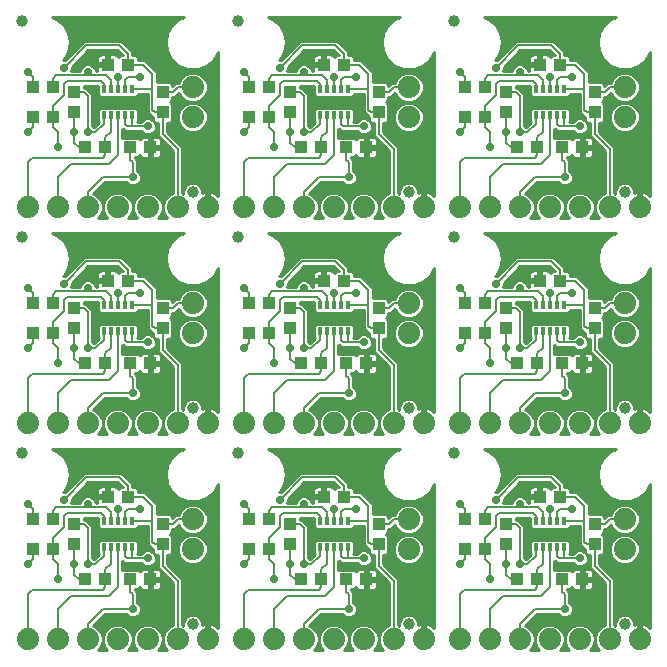
<source format=gtl>
G75*
%MOIN*%
%OFA0B0*%
%FSLAX25Y25*%
%IPPOS*%
%LPD*%
%AMOC8*
5,1,8,0,0,1.08239X$1,22.5*
%
%ADD10C,0.07400*%
%ADD11R,0.04331X0.03937*%
%ADD12R,0.03937X0.04331*%
%ADD13C,0.03937*%
%ADD14R,0.01575X0.02756*%
%ADD15R,0.09646X0.04331*%
%ADD16C,0.01000*%
%ADD17C,0.02900*%
%ADD18C,0.00700*%
D10*
X0007250Y0010060D03*
X0017250Y0010060D03*
X0027250Y0010060D03*
X0037250Y0010060D03*
X0047250Y0010060D03*
X0057250Y0010060D03*
X0067250Y0010060D03*
X0079250Y0010060D03*
X0089250Y0010060D03*
X0099250Y0010060D03*
X0109250Y0010060D03*
X0119250Y0010060D03*
X0129250Y0010060D03*
X0139250Y0010060D03*
X0151250Y0010060D03*
X0161250Y0010060D03*
X0171250Y0010060D03*
X0181250Y0010060D03*
X0191250Y0010060D03*
X0201250Y0010060D03*
X0211250Y0010060D03*
X0206250Y0040060D03*
X0206250Y0050060D03*
X0201250Y0082060D03*
X0191250Y0082060D03*
X0181250Y0082060D03*
X0171250Y0082060D03*
X0161250Y0082060D03*
X0151250Y0082060D03*
X0139250Y0082060D03*
X0129250Y0082060D03*
X0119250Y0082060D03*
X0109250Y0082060D03*
X0099250Y0082060D03*
X0089250Y0082060D03*
X0079250Y0082060D03*
X0067250Y0082060D03*
X0057250Y0082060D03*
X0047250Y0082060D03*
X0037250Y0082060D03*
X0027250Y0082060D03*
X0017250Y0082060D03*
X0007250Y0082060D03*
X0062250Y0112060D03*
X0062250Y0122060D03*
X0057250Y0154060D03*
X0067250Y0154060D03*
X0079250Y0154060D03*
X0089250Y0154060D03*
X0099250Y0154060D03*
X0109250Y0154060D03*
X0119250Y0154060D03*
X0129250Y0154060D03*
X0139250Y0154060D03*
X0151250Y0154060D03*
X0161250Y0154060D03*
X0171250Y0154060D03*
X0181250Y0154060D03*
X0191250Y0154060D03*
X0201250Y0154060D03*
X0211250Y0154060D03*
X0206250Y0184060D03*
X0206250Y0194060D03*
X0206250Y0122060D03*
X0206250Y0112060D03*
X0211250Y0082060D03*
X0134250Y0112060D03*
X0134250Y0122060D03*
X0134250Y0184060D03*
X0134250Y0194060D03*
X0062250Y0194060D03*
X0062250Y0184060D03*
X0047250Y0154060D03*
X0037250Y0154060D03*
X0027250Y0154060D03*
X0017250Y0154060D03*
X0007250Y0154060D03*
X0062250Y0050060D03*
X0062250Y0040060D03*
X0134250Y0040060D03*
X0134250Y0050060D03*
D11*
X0152904Y0050060D03*
X0159596Y0050060D03*
X0159596Y0040060D03*
X0152904Y0040060D03*
X0170404Y0030060D03*
X0177096Y0030060D03*
X0185404Y0030060D03*
X0192096Y0030060D03*
X0184596Y0057560D03*
X0177904Y0057560D03*
X0177096Y0102060D03*
X0170404Y0102060D03*
X0159596Y0112060D03*
X0152904Y0112060D03*
X0152904Y0122060D03*
X0159596Y0122060D03*
X0177904Y0129560D03*
X0184596Y0129560D03*
X0185404Y0102060D03*
X0192096Y0102060D03*
X0192096Y0174060D03*
X0185404Y0174060D03*
X0177096Y0174060D03*
X0170404Y0174060D03*
X0159596Y0184060D03*
X0152904Y0184060D03*
X0152904Y0194060D03*
X0159596Y0194060D03*
X0177904Y0201560D03*
X0184596Y0201560D03*
X0120096Y0174060D03*
X0113404Y0174060D03*
X0105096Y0174060D03*
X0098404Y0174060D03*
X0087596Y0184060D03*
X0080904Y0184060D03*
X0080904Y0194060D03*
X0087596Y0194060D03*
X0105904Y0201560D03*
X0112596Y0201560D03*
X0048096Y0174060D03*
X0041404Y0174060D03*
X0033096Y0174060D03*
X0026404Y0174060D03*
X0015596Y0184060D03*
X0008904Y0184060D03*
X0008904Y0194060D03*
X0015596Y0194060D03*
X0033904Y0201560D03*
X0040596Y0201560D03*
X0040596Y0129560D03*
X0033904Y0129560D03*
X0015596Y0122060D03*
X0008904Y0122060D03*
X0008904Y0112060D03*
X0015596Y0112060D03*
X0026404Y0102060D03*
X0033096Y0102060D03*
X0041404Y0102060D03*
X0048096Y0102060D03*
X0080904Y0112060D03*
X0087596Y0112060D03*
X0087596Y0122060D03*
X0080904Y0122060D03*
X0098404Y0102060D03*
X0105096Y0102060D03*
X0113404Y0102060D03*
X0120096Y0102060D03*
X0112596Y0129560D03*
X0105904Y0129560D03*
X0105904Y0057560D03*
X0112596Y0057560D03*
X0087596Y0050060D03*
X0080904Y0050060D03*
X0080904Y0040060D03*
X0087596Y0040060D03*
X0098404Y0030060D03*
X0105096Y0030060D03*
X0113404Y0030060D03*
X0120096Y0030060D03*
X0048096Y0030060D03*
X0041404Y0030060D03*
X0033096Y0030060D03*
X0026404Y0030060D03*
X0015596Y0040060D03*
X0008904Y0040060D03*
X0008904Y0050060D03*
X0015596Y0050060D03*
X0033904Y0057560D03*
X0040596Y0057560D03*
D12*
X0052250Y0048406D03*
X0052250Y0041714D03*
X0022750Y0041714D03*
X0022750Y0048406D03*
X0022750Y0113714D03*
X0022750Y0120406D03*
X0052250Y0120406D03*
X0052250Y0113714D03*
X0094750Y0113714D03*
X0094750Y0120406D03*
X0124250Y0120406D03*
X0124250Y0113714D03*
X0166750Y0113714D03*
X0166750Y0120406D03*
X0196250Y0120406D03*
X0196250Y0113714D03*
X0196250Y0048406D03*
X0196250Y0041714D03*
X0166750Y0041714D03*
X0166750Y0048406D03*
X0124250Y0048406D03*
X0124250Y0041714D03*
X0094750Y0041714D03*
X0094750Y0048406D03*
X0094750Y0185714D03*
X0094750Y0192406D03*
X0124250Y0192406D03*
X0124250Y0185714D03*
X0166750Y0185714D03*
X0166750Y0192406D03*
X0196250Y0192406D03*
X0196250Y0185714D03*
X0052250Y0185714D03*
X0052250Y0192406D03*
X0022750Y0192406D03*
X0022750Y0185714D03*
D13*
X0005250Y0216060D03*
X0062250Y0159060D03*
X0077250Y0144060D03*
X0134250Y0159060D03*
X0149250Y0144060D03*
X0206250Y0159060D03*
X0149250Y0216060D03*
X0077250Y0216060D03*
X0005250Y0144060D03*
X0062250Y0087060D03*
X0077250Y0072060D03*
X0134250Y0087060D03*
X0149250Y0072060D03*
X0206250Y0087060D03*
X0206250Y0015060D03*
X0134250Y0015060D03*
X0062250Y0015060D03*
X0005250Y0072060D03*
D14*
X0032526Y0049391D03*
X0034888Y0049391D03*
X0037250Y0049391D03*
X0039612Y0049391D03*
X0041974Y0049391D03*
X0041974Y0040729D03*
X0039612Y0040729D03*
X0037250Y0040729D03*
X0034888Y0040729D03*
X0032526Y0040729D03*
X0032526Y0112729D03*
X0034888Y0112729D03*
X0037250Y0112729D03*
X0039612Y0112729D03*
X0041974Y0112729D03*
X0041974Y0121391D03*
X0039612Y0121391D03*
X0037250Y0121391D03*
X0034888Y0121391D03*
X0032526Y0121391D03*
X0032526Y0184729D03*
X0034888Y0184729D03*
X0037250Y0184729D03*
X0039612Y0184729D03*
X0041974Y0184729D03*
X0041974Y0193391D03*
X0039612Y0193391D03*
X0037250Y0193391D03*
X0034888Y0193391D03*
X0032526Y0193391D03*
X0104526Y0193391D03*
X0106888Y0193391D03*
X0109250Y0193391D03*
X0111612Y0193391D03*
X0113974Y0193391D03*
X0113974Y0184729D03*
X0111612Y0184729D03*
X0109250Y0184729D03*
X0106888Y0184729D03*
X0104526Y0184729D03*
X0104526Y0121391D03*
X0106888Y0121391D03*
X0109250Y0121391D03*
X0111612Y0121391D03*
X0113974Y0121391D03*
X0113974Y0112729D03*
X0111612Y0112729D03*
X0109250Y0112729D03*
X0106888Y0112729D03*
X0104526Y0112729D03*
X0104526Y0049391D03*
X0106888Y0049391D03*
X0109250Y0049391D03*
X0111612Y0049391D03*
X0113974Y0049391D03*
X0113974Y0040729D03*
X0111612Y0040729D03*
X0109250Y0040729D03*
X0106888Y0040729D03*
X0104526Y0040729D03*
X0176526Y0040729D03*
X0178888Y0040729D03*
X0181250Y0040729D03*
X0183612Y0040729D03*
X0185974Y0040729D03*
X0185974Y0049391D03*
X0183612Y0049391D03*
X0181250Y0049391D03*
X0178888Y0049391D03*
X0176526Y0049391D03*
X0176526Y0112729D03*
X0178888Y0112729D03*
X0181250Y0112729D03*
X0183612Y0112729D03*
X0185974Y0112729D03*
X0185974Y0121391D03*
X0183612Y0121391D03*
X0181250Y0121391D03*
X0178888Y0121391D03*
X0176526Y0121391D03*
X0176526Y0184729D03*
X0178888Y0184729D03*
X0181250Y0184729D03*
X0183612Y0184729D03*
X0185974Y0184729D03*
X0185974Y0193391D03*
X0183612Y0193391D03*
X0181250Y0193391D03*
X0178888Y0193391D03*
X0176526Y0193391D03*
D15*
X0181250Y0189060D03*
X0109250Y0189060D03*
X0037250Y0189060D03*
X0037250Y0117060D03*
X0037250Y0045060D03*
X0109250Y0045060D03*
X0109250Y0117060D03*
X0181250Y0117060D03*
X0181250Y0045060D03*
D16*
X0175241Y0046813D02*
X0187259Y0046813D01*
X0187962Y0047516D01*
X0187962Y0047841D01*
X0191200Y0047841D01*
X0191200Y0041918D01*
X0192108Y0041010D01*
X0192954Y0040164D01*
X0193081Y0040164D01*
X0193081Y0039051D01*
X0193784Y0038348D01*
X0194700Y0038348D01*
X0194700Y0033918D01*
X0195608Y0033010D01*
X0199700Y0028918D01*
X0199700Y0014722D01*
X0198474Y0014214D01*
X0197096Y0012836D01*
X0196350Y0011035D01*
X0196350Y0009085D01*
X0197096Y0007284D01*
X0197720Y0006660D01*
X0194780Y0006660D01*
X0195404Y0007284D01*
X0196150Y0009085D01*
X0196150Y0011035D01*
X0195404Y0012836D01*
X0194026Y0014214D01*
X0192225Y0014960D01*
X0190275Y0014960D01*
X0188474Y0014214D01*
X0187096Y0012836D01*
X0186350Y0011035D01*
X0186350Y0009085D01*
X0187096Y0007284D01*
X0187720Y0006660D01*
X0184780Y0006660D01*
X0185404Y0007284D01*
X0186150Y0009085D01*
X0186150Y0011035D01*
X0185404Y0012836D01*
X0184026Y0014214D01*
X0182225Y0014960D01*
X0180275Y0014960D01*
X0178474Y0014214D01*
X0177096Y0012836D01*
X0176350Y0011035D01*
X0176350Y0009085D01*
X0177096Y0007284D01*
X0177720Y0006660D01*
X0174780Y0006660D01*
X0175404Y0007284D01*
X0176150Y0009085D01*
X0176150Y0011035D01*
X0175404Y0012836D01*
X0174026Y0014214D01*
X0173015Y0014633D01*
X0176892Y0018510D01*
X0184052Y0018510D01*
X0184749Y0017813D01*
X0185723Y0017410D01*
X0186777Y0017410D01*
X0187751Y0017813D01*
X0188497Y0018559D01*
X0188900Y0019533D01*
X0188900Y0020587D01*
X0188497Y0021561D01*
X0187800Y0022258D01*
X0187800Y0025702D01*
X0186954Y0026548D01*
X0186954Y0026891D01*
X0188066Y0026891D01*
X0188590Y0027415D01*
X0188731Y0027170D01*
X0189010Y0026891D01*
X0189352Y0026694D01*
X0189734Y0026591D01*
X0191612Y0026591D01*
X0191612Y0029576D01*
X0192581Y0029576D01*
X0192581Y0030544D01*
X0195762Y0030544D01*
X0195762Y0032226D01*
X0195660Y0032607D01*
X0195462Y0032950D01*
X0195183Y0033229D01*
X0194841Y0033426D01*
X0194459Y0033528D01*
X0192581Y0033528D01*
X0192581Y0030544D01*
X0191612Y0030544D01*
X0191612Y0033528D01*
X0189734Y0033528D01*
X0189352Y0033426D01*
X0189010Y0033229D01*
X0188731Y0032950D01*
X0188590Y0032705D01*
X0188066Y0033228D01*
X0182800Y0033228D01*
X0182800Y0036318D01*
X0182970Y0036148D01*
X0182970Y0036148D01*
X0183608Y0035510D01*
X0189052Y0035510D01*
X0189749Y0034813D01*
X0190723Y0034410D01*
X0191777Y0034410D01*
X0192751Y0034813D01*
X0193497Y0035559D01*
X0193900Y0036533D01*
X0193900Y0037587D01*
X0193497Y0038561D01*
X0192751Y0039307D01*
X0191777Y0039710D01*
X0190723Y0039710D01*
X0189749Y0039307D01*
X0189052Y0038610D01*
X0187717Y0038610D01*
X0187962Y0038854D01*
X0187962Y0042604D01*
X0187259Y0043307D01*
X0175241Y0043307D01*
X0174538Y0042604D01*
X0174538Y0038854D01*
X0174945Y0038447D01*
X0173278Y0036780D01*
X0172800Y0037258D01*
X0172800Y0047702D01*
X0171892Y0048610D01*
X0170546Y0049956D01*
X0169918Y0049956D01*
X0169918Y0050510D01*
X0174538Y0050510D01*
X0174538Y0047516D01*
X0175241Y0046813D01*
X0175056Y0046997D02*
X0172800Y0046997D01*
X0172800Y0045999D02*
X0191200Y0045999D01*
X0191200Y0046997D02*
X0187444Y0046997D01*
X0187563Y0043003D02*
X0191200Y0043003D01*
X0191200Y0042005D02*
X0187962Y0042005D01*
X0187962Y0041006D02*
X0192112Y0041006D01*
X0193081Y0040008D02*
X0187962Y0040008D01*
X0187962Y0039009D02*
X0189452Y0039009D01*
X0193048Y0039009D02*
X0193123Y0039009D01*
X0193724Y0038011D02*
X0194700Y0038011D01*
X0194700Y0037012D02*
X0193900Y0037012D01*
X0193685Y0036014D02*
X0194700Y0036014D01*
X0194700Y0035015D02*
X0192953Y0035015D01*
X0194700Y0034017D02*
X0182800Y0034017D01*
X0182800Y0035015D02*
X0189547Y0035015D01*
X0188800Y0033018D02*
X0188276Y0033018D01*
X0191612Y0033018D02*
X0192581Y0033018D01*
X0192581Y0032020D02*
X0191612Y0032020D01*
X0191612Y0031021D02*
X0192581Y0031021D01*
X0192581Y0030023D02*
X0198595Y0030023D01*
X0197597Y0031021D02*
X0195762Y0031021D01*
X0195762Y0032020D02*
X0196598Y0032020D01*
X0195600Y0033018D02*
X0195393Y0033018D01*
X0197800Y0035202D02*
X0197800Y0038348D01*
X0198716Y0038348D01*
X0199418Y0039051D01*
X0199418Y0044376D01*
X0198734Y0045060D01*
X0199418Y0045744D01*
X0199418Y0046856D01*
X0200238Y0046856D01*
X0201677Y0048295D01*
X0202096Y0047284D01*
X0203474Y0045906D01*
X0205275Y0045160D01*
X0207225Y0045160D01*
X0209026Y0045906D01*
X0210404Y0047284D01*
X0211150Y0049085D01*
X0211150Y0051035D01*
X0210404Y0052836D01*
X0209026Y0054214D01*
X0207225Y0054960D01*
X0205275Y0054960D01*
X0203474Y0054214D01*
X0202096Y0052836D01*
X0201588Y0051610D01*
X0200608Y0051610D01*
X0199700Y0050702D01*
X0199418Y0050420D01*
X0199418Y0051069D01*
X0198716Y0051772D01*
X0194300Y0051772D01*
X0194300Y0055202D01*
X0193392Y0056110D01*
X0191300Y0058202D01*
X0190392Y0059110D01*
X0187962Y0059110D01*
X0187962Y0060026D01*
X0187259Y0060728D01*
X0186146Y0060728D01*
X0186146Y0061856D01*
X0185238Y0062764D01*
X0182392Y0065610D01*
X0170108Y0065610D01*
X0163708Y0059210D01*
X0163124Y0059210D01*
X0163173Y0059251D01*
X0164742Y0061969D01*
X0165287Y0065060D01*
X0164742Y0068151D01*
X0163173Y0070869D01*
X0163173Y0070869D01*
X0160769Y0072887D01*
X0160769Y0072887D01*
X0159193Y0073460D01*
X0203307Y0073460D01*
X0201731Y0072887D01*
X0199327Y0070869D01*
X0197758Y0068151D01*
X0197758Y0068151D01*
X0197213Y0065060D01*
X0197758Y0061969D01*
X0199327Y0059251D01*
X0199327Y0059251D01*
X0201731Y0057233D01*
X0204681Y0056160D01*
X0207819Y0056160D01*
X0210769Y0057233D01*
X0213173Y0059251D01*
X0214650Y0061809D01*
X0214650Y0014014D01*
X0214638Y0014026D01*
X0213975Y0014507D01*
X0213246Y0014879D01*
X0212468Y0015132D01*
X0211750Y0015246D01*
X0211750Y0010560D01*
X0210750Y0010560D01*
X0210750Y0015246D01*
X0210032Y0015132D01*
X0209418Y0014932D01*
X0209418Y0015690D01*
X0208936Y0016855D01*
X0208045Y0017746D01*
X0206880Y0018228D01*
X0205620Y0018228D01*
X0204455Y0017746D01*
X0203564Y0016855D01*
X0203081Y0015690D01*
X0203081Y0014605D01*
X0202800Y0014722D01*
X0202800Y0030202D01*
X0197800Y0035202D01*
X0197987Y0035015D02*
X0214650Y0035015D01*
X0214650Y0034017D02*
X0198985Y0034017D01*
X0199984Y0033018D02*
X0214650Y0033018D01*
X0214650Y0032020D02*
X0200982Y0032020D01*
X0201981Y0031021D02*
X0214650Y0031021D01*
X0214650Y0030023D02*
X0202800Y0030023D01*
X0202800Y0029024D02*
X0214650Y0029024D01*
X0214650Y0028026D02*
X0202800Y0028026D01*
X0202800Y0027027D02*
X0214650Y0027027D01*
X0214650Y0026029D02*
X0202800Y0026029D01*
X0202800Y0025030D02*
X0214650Y0025030D01*
X0214650Y0024032D02*
X0202800Y0024032D01*
X0202800Y0023033D02*
X0214650Y0023033D01*
X0214650Y0022035D02*
X0202800Y0022035D01*
X0202800Y0021036D02*
X0214650Y0021036D01*
X0214650Y0020038D02*
X0202800Y0020038D01*
X0202800Y0019039D02*
X0214650Y0019039D01*
X0214650Y0018041D02*
X0207334Y0018041D01*
X0208749Y0017042D02*
X0214650Y0017042D01*
X0214650Y0016044D02*
X0209272Y0016044D01*
X0209418Y0015045D02*
X0209765Y0015045D01*
X0210750Y0015045D02*
X0211750Y0015045D01*
X0212735Y0015045D02*
X0214650Y0015045D01*
X0214610Y0014047D02*
X0214650Y0014047D01*
X0211750Y0014047D02*
X0210750Y0014047D01*
X0210750Y0013048D02*
X0211750Y0013048D01*
X0211750Y0012050D02*
X0210750Y0012050D01*
X0210750Y0011051D02*
X0211750Y0011051D01*
X0203081Y0015045D02*
X0202800Y0015045D01*
X0202800Y0016044D02*
X0203228Y0016044D01*
X0202800Y0017042D02*
X0203751Y0017042D01*
X0202800Y0018041D02*
X0205166Y0018041D01*
X0199700Y0018041D02*
X0187978Y0018041D01*
X0188695Y0019039D02*
X0199700Y0019039D01*
X0199700Y0020038D02*
X0188900Y0020038D01*
X0188714Y0021036D02*
X0199700Y0021036D01*
X0199700Y0022035D02*
X0188023Y0022035D01*
X0187800Y0023033D02*
X0199700Y0023033D01*
X0199700Y0024032D02*
X0187800Y0024032D01*
X0187800Y0025030D02*
X0199700Y0025030D01*
X0199700Y0026029D02*
X0187473Y0026029D01*
X0188202Y0027027D02*
X0188874Y0027027D01*
X0191612Y0027027D02*
X0192581Y0027027D01*
X0192581Y0026591D02*
X0194459Y0026591D01*
X0194841Y0026694D01*
X0195183Y0026891D01*
X0195462Y0027170D01*
X0195660Y0027512D01*
X0195762Y0027894D01*
X0195762Y0029576D01*
X0192581Y0029576D01*
X0192581Y0026591D01*
X0192581Y0028026D02*
X0191612Y0028026D01*
X0191612Y0029024D02*
X0192581Y0029024D01*
X0195762Y0029024D02*
X0199594Y0029024D01*
X0199700Y0028026D02*
X0195762Y0028026D01*
X0195319Y0027027D02*
X0199700Y0027027D01*
X0203474Y0035906D02*
X0205275Y0035160D01*
X0207225Y0035160D01*
X0209026Y0035906D01*
X0210404Y0037284D01*
X0211150Y0039085D01*
X0211150Y0041035D01*
X0210404Y0042836D01*
X0209026Y0044214D01*
X0207225Y0044960D01*
X0205275Y0044960D01*
X0203474Y0044214D01*
X0202096Y0042836D01*
X0201350Y0041035D01*
X0201350Y0039085D01*
X0202096Y0037284D01*
X0203474Y0035906D01*
X0203366Y0036014D02*
X0197800Y0036014D01*
X0197800Y0037012D02*
X0202368Y0037012D01*
X0201795Y0038011D02*
X0197800Y0038011D01*
X0199377Y0039009D02*
X0201381Y0039009D01*
X0201350Y0040008D02*
X0199418Y0040008D01*
X0199418Y0041006D02*
X0201350Y0041006D01*
X0201752Y0042005D02*
X0199418Y0042005D01*
X0199418Y0043003D02*
X0202264Y0043003D01*
X0203262Y0044002D02*
X0199418Y0044002D01*
X0198794Y0045000D02*
X0214650Y0045000D01*
X0214650Y0044002D02*
X0209238Y0044002D01*
X0210236Y0043003D02*
X0214650Y0043003D01*
X0214650Y0042005D02*
X0210748Y0042005D01*
X0211150Y0041006D02*
X0214650Y0041006D01*
X0214650Y0040008D02*
X0211150Y0040008D01*
X0211119Y0039009D02*
X0214650Y0039009D01*
X0214650Y0038011D02*
X0210705Y0038011D01*
X0210132Y0037012D02*
X0214650Y0037012D01*
X0214650Y0036014D02*
X0209133Y0036014D01*
X0209119Y0045999D02*
X0214650Y0045999D01*
X0214650Y0046997D02*
X0210117Y0046997D01*
X0210699Y0047996D02*
X0214650Y0047996D01*
X0214650Y0048994D02*
X0211112Y0048994D01*
X0211150Y0049993D02*
X0214650Y0049993D01*
X0214650Y0050992D02*
X0211150Y0050992D01*
X0210754Y0051990D02*
X0214650Y0051990D01*
X0214650Y0052989D02*
X0210251Y0052989D01*
X0209253Y0053987D02*
X0214650Y0053987D01*
X0214650Y0054986D02*
X0194300Y0054986D01*
X0194300Y0053987D02*
X0203247Y0053987D01*
X0202249Y0052989D02*
X0194300Y0052989D01*
X0194300Y0051990D02*
X0201746Y0051990D01*
X0199989Y0050992D02*
X0199418Y0050992D01*
X0201378Y0047996D02*
X0201801Y0047996D01*
X0202383Y0046997D02*
X0200379Y0046997D01*
X0199418Y0045999D02*
X0203381Y0045999D01*
X0202421Y0056983D02*
X0192519Y0056983D01*
X0193392Y0056110D02*
X0193392Y0056110D01*
X0193518Y0055984D02*
X0214650Y0055984D01*
X0214650Y0056983D02*
X0210079Y0056983D01*
X0210769Y0057233D02*
X0210769Y0057233D01*
X0211660Y0057981D02*
X0214650Y0057981D01*
X0214650Y0058980D02*
X0212850Y0058980D01*
X0213173Y0059251D02*
X0213173Y0059251D01*
X0213173Y0059251D01*
X0213593Y0059978D02*
X0214650Y0059978D01*
X0214650Y0060977D02*
X0214169Y0060977D01*
X0201731Y0057233D02*
X0201731Y0057233D01*
X0200840Y0057981D02*
X0191521Y0057981D01*
X0191300Y0058202D02*
X0191300Y0058202D01*
X0190522Y0058980D02*
X0199650Y0058980D01*
X0198907Y0059978D02*
X0187962Y0059978D01*
X0186146Y0060977D02*
X0198331Y0060977D01*
X0197758Y0061969D02*
X0197758Y0061969D01*
X0197757Y0061975D02*
X0186027Y0061975D01*
X0185028Y0062974D02*
X0197581Y0062974D01*
X0197405Y0063972D02*
X0184030Y0063972D01*
X0183031Y0064971D02*
X0197228Y0064971D01*
X0197213Y0065060D02*
X0197213Y0065060D01*
X0197373Y0065969D02*
X0165127Y0065969D01*
X0165287Y0065060D02*
X0165287Y0065060D01*
X0165272Y0064971D02*
X0169469Y0064971D01*
X0168470Y0063972D02*
X0165095Y0063972D01*
X0164919Y0062974D02*
X0167472Y0062974D01*
X0166473Y0061975D02*
X0164743Y0061975D01*
X0164742Y0061969D02*
X0164742Y0061969D01*
X0164169Y0060977D02*
X0165475Y0060977D01*
X0164476Y0059978D02*
X0163593Y0059978D01*
X0163173Y0059251D02*
X0163173Y0059251D01*
X0163173Y0059251D01*
X0165900Y0057018D02*
X0171392Y0062510D01*
X0181108Y0062510D01*
X0182889Y0060728D01*
X0181934Y0060728D01*
X0181410Y0060205D01*
X0181269Y0060450D01*
X0180990Y0060729D01*
X0180648Y0060926D01*
X0180266Y0061028D01*
X0178388Y0061028D01*
X0178388Y0058044D01*
X0177419Y0058044D01*
X0177419Y0057076D01*
X0174238Y0057076D01*
X0174238Y0055610D01*
X0173891Y0055610D01*
X0173497Y0056561D01*
X0172751Y0057307D01*
X0171777Y0057710D01*
X0170723Y0057710D01*
X0169749Y0057307D01*
X0169003Y0056561D01*
X0168609Y0055610D01*
X0165725Y0055610D01*
X0165900Y0056033D01*
X0165900Y0057018D01*
X0165900Y0056983D02*
X0169425Y0056983D01*
X0168764Y0055984D02*
X0165880Y0055984D01*
X0166863Y0057981D02*
X0177419Y0057981D01*
X0177419Y0058044D02*
X0174238Y0058044D01*
X0174238Y0059726D01*
X0174340Y0060107D01*
X0174538Y0060450D01*
X0174817Y0060729D01*
X0175159Y0060926D01*
X0175541Y0061028D01*
X0177419Y0061028D01*
X0177419Y0058044D01*
X0177419Y0058980D02*
X0178388Y0058980D01*
X0178388Y0059978D02*
X0177419Y0059978D01*
X0177419Y0060977D02*
X0178388Y0060977D01*
X0180460Y0060977D02*
X0182641Y0060977D01*
X0181643Y0061975D02*
X0170857Y0061975D01*
X0169859Y0060977D02*
X0175347Y0060977D01*
X0174306Y0059978D02*
X0168860Y0059978D01*
X0167862Y0058980D02*
X0174238Y0058980D01*
X0174238Y0056983D02*
X0173075Y0056983D01*
X0173736Y0055984D02*
X0174238Y0055984D01*
X0174538Y0049993D02*
X0169918Y0049993D01*
X0171508Y0048994D02*
X0174538Y0048994D01*
X0174538Y0047996D02*
X0172506Y0047996D01*
X0172800Y0045000D02*
X0191200Y0045000D01*
X0191200Y0044002D02*
X0172800Y0044002D01*
X0172800Y0043003D02*
X0174937Y0043003D01*
X0174538Y0042005D02*
X0172800Y0042005D01*
X0172800Y0041006D02*
X0174538Y0041006D01*
X0174538Y0040008D02*
X0172800Y0040008D01*
X0172800Y0039009D02*
X0174538Y0039009D01*
X0174509Y0038011D02*
X0172800Y0038011D01*
X0173045Y0037012D02*
X0173510Y0037012D01*
X0182800Y0036014D02*
X0183104Y0036014D01*
X0184522Y0018041D02*
X0176423Y0018041D01*
X0175424Y0017042D02*
X0199700Y0017042D01*
X0199700Y0016044D02*
X0174426Y0016044D01*
X0173427Y0015045D02*
X0199700Y0015045D01*
X0198307Y0014047D02*
X0194193Y0014047D01*
X0195192Y0013048D02*
X0197308Y0013048D01*
X0196770Y0012050D02*
X0195730Y0012050D01*
X0196143Y0011051D02*
X0196357Y0011051D01*
X0196350Y0010053D02*
X0196150Y0010053D01*
X0196137Y0009054D02*
X0196363Y0009054D01*
X0196777Y0008056D02*
X0195723Y0008056D01*
X0195177Y0007057D02*
X0197323Y0007057D01*
X0187323Y0007057D02*
X0185177Y0007057D01*
X0185723Y0008056D02*
X0186777Y0008056D01*
X0186363Y0009054D02*
X0186137Y0009054D01*
X0186150Y0010053D02*
X0186350Y0010053D01*
X0186357Y0011051D02*
X0186143Y0011051D01*
X0185730Y0012050D02*
X0186770Y0012050D01*
X0187308Y0013048D02*
X0185192Y0013048D01*
X0184193Y0014047D02*
X0188307Y0014047D01*
X0178307Y0014047D02*
X0174193Y0014047D01*
X0175192Y0013048D02*
X0177308Y0013048D01*
X0176770Y0012050D02*
X0175730Y0012050D01*
X0176143Y0011051D02*
X0176357Y0011051D01*
X0176350Y0010053D02*
X0176150Y0010053D01*
X0176137Y0009054D02*
X0176363Y0009054D01*
X0176777Y0008056D02*
X0175723Y0008056D01*
X0175177Y0007057D02*
X0177323Y0007057D01*
X0142650Y0014014D02*
X0142638Y0014026D01*
X0141975Y0014507D01*
X0141246Y0014879D01*
X0140468Y0015132D01*
X0139750Y0015246D01*
X0139750Y0010560D01*
X0138750Y0010560D01*
X0138750Y0015246D01*
X0138032Y0015132D01*
X0137418Y0014932D01*
X0137418Y0015690D01*
X0136936Y0016855D01*
X0136045Y0017746D01*
X0134880Y0018228D01*
X0133620Y0018228D01*
X0132455Y0017746D01*
X0131564Y0016855D01*
X0131081Y0015690D01*
X0131081Y0014605D01*
X0130800Y0014722D01*
X0130800Y0030202D01*
X0125800Y0035202D01*
X0125800Y0038348D01*
X0126716Y0038348D01*
X0127418Y0039051D01*
X0127418Y0044376D01*
X0126734Y0045060D01*
X0127418Y0045744D01*
X0127418Y0046856D01*
X0128238Y0046856D01*
X0129677Y0048295D01*
X0130096Y0047284D01*
X0131474Y0045906D01*
X0133275Y0045160D01*
X0135225Y0045160D01*
X0137026Y0045906D01*
X0138404Y0047284D01*
X0139150Y0049085D01*
X0139150Y0051035D01*
X0138404Y0052836D01*
X0137026Y0054214D01*
X0135225Y0054960D01*
X0133275Y0054960D01*
X0131474Y0054214D01*
X0130096Y0052836D01*
X0129588Y0051610D01*
X0128608Y0051610D01*
X0127418Y0050420D01*
X0127418Y0051069D01*
X0126716Y0051772D01*
X0122300Y0051772D01*
X0122300Y0055202D01*
X0118392Y0059110D01*
X0115962Y0059110D01*
X0115962Y0060026D01*
X0115259Y0060728D01*
X0114146Y0060728D01*
X0114146Y0061856D01*
X0113238Y0062764D01*
X0110392Y0065610D01*
X0098108Y0065610D01*
X0091708Y0059210D01*
X0091124Y0059210D01*
X0091173Y0059251D01*
X0092742Y0061969D01*
X0093287Y0065060D01*
X0092742Y0068151D01*
X0091173Y0070869D01*
X0091173Y0070869D01*
X0088769Y0072887D01*
X0088769Y0072887D01*
X0087193Y0073460D01*
X0131307Y0073460D01*
X0129731Y0072887D01*
X0127327Y0070869D01*
X0125758Y0068151D01*
X0125758Y0068151D01*
X0125213Y0065060D01*
X0125758Y0061969D01*
X0127327Y0059251D01*
X0127327Y0059251D01*
X0129731Y0057233D01*
X0132681Y0056160D01*
X0135819Y0056160D01*
X0138769Y0057233D01*
X0138769Y0057233D01*
X0141173Y0059251D01*
X0142650Y0061809D01*
X0142650Y0014014D01*
X0142650Y0014047D02*
X0142610Y0014047D01*
X0142650Y0015045D02*
X0140735Y0015045D01*
X0139750Y0015045D02*
X0138750Y0015045D01*
X0137765Y0015045D02*
X0137418Y0015045D01*
X0137272Y0016044D02*
X0142650Y0016044D01*
X0142650Y0017042D02*
X0136749Y0017042D01*
X0135334Y0018041D02*
X0142650Y0018041D01*
X0142650Y0019039D02*
X0130800Y0019039D01*
X0130800Y0018041D02*
X0133166Y0018041D01*
X0131751Y0017042D02*
X0130800Y0017042D01*
X0130800Y0016044D02*
X0131228Y0016044D01*
X0131081Y0015045D02*
X0130800Y0015045D01*
X0127700Y0015045D02*
X0101427Y0015045D01*
X0101015Y0014633D02*
X0104892Y0018510D01*
X0112052Y0018510D01*
X0112749Y0017813D01*
X0113723Y0017410D01*
X0114777Y0017410D01*
X0115751Y0017813D01*
X0116497Y0018559D01*
X0116900Y0019533D01*
X0116900Y0020587D01*
X0116497Y0021561D01*
X0115800Y0022258D01*
X0115800Y0025702D01*
X0114954Y0026548D01*
X0114954Y0026891D01*
X0116066Y0026891D01*
X0116590Y0027415D01*
X0116731Y0027170D01*
X0117010Y0026891D01*
X0117352Y0026694D01*
X0117734Y0026591D01*
X0119612Y0026591D01*
X0119612Y0029576D01*
X0120581Y0029576D01*
X0120581Y0030544D01*
X0123762Y0030544D01*
X0123762Y0032226D01*
X0123660Y0032607D01*
X0123462Y0032950D01*
X0123183Y0033229D01*
X0122841Y0033426D01*
X0122459Y0033528D01*
X0120581Y0033528D01*
X0120581Y0030544D01*
X0119612Y0030544D01*
X0119612Y0033528D01*
X0117734Y0033528D01*
X0117352Y0033426D01*
X0117010Y0033229D01*
X0116731Y0032950D01*
X0116590Y0032705D01*
X0116066Y0033228D01*
X0110800Y0033228D01*
X0110800Y0036318D01*
X0110970Y0036148D01*
X0111608Y0035510D01*
X0117052Y0035510D01*
X0117749Y0034813D01*
X0118723Y0034410D01*
X0119777Y0034410D01*
X0120751Y0034813D01*
X0121497Y0035559D01*
X0121900Y0036533D01*
X0121900Y0037587D01*
X0121497Y0038561D01*
X0120751Y0039307D01*
X0119777Y0039710D01*
X0118723Y0039710D01*
X0117749Y0039307D01*
X0117052Y0038610D01*
X0115717Y0038610D01*
X0115962Y0038854D01*
X0115962Y0042604D01*
X0115259Y0043307D01*
X0103241Y0043307D01*
X0102538Y0042604D01*
X0102538Y0038854D01*
X0102945Y0038447D01*
X0101278Y0036780D01*
X0100800Y0037258D01*
X0100800Y0047702D01*
X0099892Y0048610D01*
X0098546Y0049956D01*
X0097918Y0049956D01*
X0097918Y0050510D01*
X0102538Y0050510D01*
X0102538Y0047516D01*
X0103241Y0046813D01*
X0115259Y0046813D01*
X0115962Y0047516D01*
X0115962Y0047841D01*
X0119200Y0047841D01*
X0119200Y0041918D01*
X0120108Y0041010D01*
X0120954Y0040164D01*
X0121081Y0040164D01*
X0121081Y0039051D01*
X0121784Y0038348D01*
X0122700Y0038348D01*
X0122700Y0033918D01*
X0127700Y0028918D01*
X0127700Y0014722D01*
X0126474Y0014214D01*
X0125096Y0012836D01*
X0124350Y0011035D01*
X0124350Y0009085D01*
X0125096Y0007284D01*
X0125720Y0006660D01*
X0122780Y0006660D01*
X0123404Y0007284D01*
X0124150Y0009085D01*
X0124150Y0011035D01*
X0123404Y0012836D01*
X0122026Y0014214D01*
X0120225Y0014960D01*
X0118275Y0014960D01*
X0116474Y0014214D01*
X0115096Y0012836D01*
X0114350Y0011035D01*
X0114350Y0009085D01*
X0115096Y0007284D01*
X0115720Y0006660D01*
X0112780Y0006660D01*
X0113404Y0007284D01*
X0114150Y0009085D01*
X0114150Y0011035D01*
X0113404Y0012836D01*
X0112026Y0014214D01*
X0110225Y0014960D01*
X0108275Y0014960D01*
X0106474Y0014214D01*
X0105096Y0012836D01*
X0104350Y0011035D01*
X0104350Y0009085D01*
X0105096Y0007284D01*
X0105720Y0006660D01*
X0102780Y0006660D01*
X0103404Y0007284D01*
X0104150Y0009085D01*
X0104150Y0011035D01*
X0103404Y0012836D01*
X0102026Y0014214D01*
X0101015Y0014633D01*
X0102193Y0014047D02*
X0106307Y0014047D01*
X0105308Y0013048D02*
X0103192Y0013048D01*
X0103730Y0012050D02*
X0104770Y0012050D01*
X0104357Y0011051D02*
X0104143Y0011051D01*
X0104150Y0010053D02*
X0104350Y0010053D01*
X0104363Y0009054D02*
X0104137Y0009054D01*
X0103723Y0008056D02*
X0104777Y0008056D01*
X0105323Y0007057D02*
X0103177Y0007057D01*
X0102426Y0016044D02*
X0127700Y0016044D01*
X0127700Y0017042D02*
X0103424Y0017042D01*
X0104423Y0018041D02*
X0112522Y0018041D01*
X0115978Y0018041D02*
X0127700Y0018041D01*
X0127700Y0019039D02*
X0116695Y0019039D01*
X0116900Y0020038D02*
X0127700Y0020038D01*
X0127700Y0021036D02*
X0116714Y0021036D01*
X0116023Y0022035D02*
X0127700Y0022035D01*
X0127700Y0023033D02*
X0115800Y0023033D01*
X0115800Y0024032D02*
X0127700Y0024032D01*
X0127700Y0025030D02*
X0115800Y0025030D01*
X0115473Y0026029D02*
X0127700Y0026029D01*
X0127700Y0027027D02*
X0123319Y0027027D01*
X0123183Y0026891D02*
X0123462Y0027170D01*
X0123660Y0027512D01*
X0123762Y0027894D01*
X0123762Y0029576D01*
X0120581Y0029576D01*
X0120581Y0026591D01*
X0122459Y0026591D01*
X0122841Y0026694D01*
X0123183Y0026891D01*
X0123762Y0028026D02*
X0127700Y0028026D01*
X0127594Y0029024D02*
X0123762Y0029024D01*
X0123762Y0031021D02*
X0125597Y0031021D01*
X0126595Y0030023D02*
X0120581Y0030023D01*
X0120581Y0031021D02*
X0119612Y0031021D01*
X0119612Y0032020D02*
X0120581Y0032020D01*
X0120581Y0033018D02*
X0119612Y0033018D01*
X0120953Y0035015D02*
X0122700Y0035015D01*
X0122700Y0034017D02*
X0110800Y0034017D01*
X0110800Y0035015D02*
X0117547Y0035015D01*
X0116800Y0033018D02*
X0116276Y0033018D01*
X0119612Y0029024D02*
X0120581Y0029024D01*
X0120581Y0028026D02*
X0119612Y0028026D01*
X0119612Y0027027D02*
X0120581Y0027027D01*
X0116874Y0027027D02*
X0116202Y0027027D01*
X0123762Y0032020D02*
X0124598Y0032020D01*
X0123600Y0033018D02*
X0123393Y0033018D01*
X0125987Y0035015D02*
X0142650Y0035015D01*
X0142650Y0034017D02*
X0126985Y0034017D01*
X0127984Y0033018D02*
X0142650Y0033018D01*
X0142650Y0032020D02*
X0128982Y0032020D01*
X0129981Y0031021D02*
X0142650Y0031021D01*
X0142650Y0030023D02*
X0130800Y0030023D01*
X0130800Y0029024D02*
X0142650Y0029024D01*
X0142650Y0028026D02*
X0130800Y0028026D01*
X0130800Y0027027D02*
X0142650Y0027027D01*
X0142650Y0026029D02*
X0130800Y0026029D01*
X0130800Y0025030D02*
X0142650Y0025030D01*
X0142650Y0024032D02*
X0130800Y0024032D01*
X0130800Y0023033D02*
X0142650Y0023033D01*
X0142650Y0022035D02*
X0130800Y0022035D01*
X0130800Y0021036D02*
X0142650Y0021036D01*
X0142650Y0020038D02*
X0130800Y0020038D01*
X0126307Y0014047D02*
X0122193Y0014047D01*
X0123192Y0013048D02*
X0125308Y0013048D01*
X0124770Y0012050D02*
X0123730Y0012050D01*
X0124143Y0011051D02*
X0124357Y0011051D01*
X0124350Y0010053D02*
X0124150Y0010053D01*
X0124137Y0009054D02*
X0124363Y0009054D01*
X0124777Y0008056D02*
X0123723Y0008056D01*
X0123177Y0007057D02*
X0125323Y0007057D01*
X0116307Y0014047D02*
X0112193Y0014047D01*
X0113192Y0013048D02*
X0115308Y0013048D01*
X0114770Y0012050D02*
X0113730Y0012050D01*
X0114143Y0011051D02*
X0114357Y0011051D01*
X0114350Y0010053D02*
X0114150Y0010053D01*
X0114137Y0009054D02*
X0114363Y0009054D01*
X0114777Y0008056D02*
X0113723Y0008056D01*
X0113177Y0007057D02*
X0115323Y0007057D01*
X0138750Y0011051D02*
X0139750Y0011051D01*
X0139750Y0012050D02*
X0138750Y0012050D01*
X0138750Y0013048D02*
X0139750Y0013048D01*
X0139750Y0014047D02*
X0138750Y0014047D01*
X0135225Y0035160D02*
X0133275Y0035160D01*
X0131474Y0035906D01*
X0130096Y0037284D01*
X0129350Y0039085D01*
X0129350Y0041035D01*
X0130096Y0042836D01*
X0131474Y0044214D01*
X0133275Y0044960D01*
X0135225Y0044960D01*
X0137026Y0044214D01*
X0138404Y0042836D01*
X0139150Y0041035D01*
X0139150Y0039085D01*
X0138404Y0037284D01*
X0137026Y0035906D01*
X0135225Y0035160D01*
X0137133Y0036014D02*
X0142650Y0036014D01*
X0142650Y0037012D02*
X0138132Y0037012D01*
X0138705Y0038011D02*
X0142650Y0038011D01*
X0142650Y0039009D02*
X0139119Y0039009D01*
X0139150Y0040008D02*
X0142650Y0040008D01*
X0142650Y0041006D02*
X0139150Y0041006D01*
X0138748Y0042005D02*
X0142650Y0042005D01*
X0142650Y0043003D02*
X0138236Y0043003D01*
X0137238Y0044002D02*
X0142650Y0044002D01*
X0142650Y0045000D02*
X0126794Y0045000D01*
X0127418Y0044002D02*
X0131262Y0044002D01*
X0130264Y0043003D02*
X0127418Y0043003D01*
X0127418Y0042005D02*
X0129752Y0042005D01*
X0129350Y0041006D02*
X0127418Y0041006D01*
X0127418Y0040008D02*
X0129350Y0040008D01*
X0129381Y0039009D02*
X0127377Y0039009D01*
X0125800Y0038011D02*
X0129795Y0038011D01*
X0130368Y0037012D02*
X0125800Y0037012D01*
X0125800Y0036014D02*
X0131366Y0036014D01*
X0122700Y0036014D02*
X0121685Y0036014D01*
X0121900Y0037012D02*
X0122700Y0037012D01*
X0122700Y0038011D02*
X0121724Y0038011D01*
X0121123Y0039009D02*
X0121048Y0039009D01*
X0121081Y0040008D02*
X0115962Y0040008D01*
X0115962Y0041006D02*
X0120112Y0041006D01*
X0119200Y0042005D02*
X0115962Y0042005D01*
X0115563Y0043003D02*
X0119200Y0043003D01*
X0119200Y0044002D02*
X0100800Y0044002D01*
X0100800Y0045000D02*
X0119200Y0045000D01*
X0119200Y0045999D02*
X0100800Y0045999D01*
X0100800Y0046997D02*
X0103056Y0046997D01*
X0102538Y0047996D02*
X0100506Y0047996D01*
X0099508Y0048994D02*
X0102538Y0048994D01*
X0102538Y0049993D02*
X0097918Y0049993D01*
X0096609Y0055610D02*
X0093725Y0055610D01*
X0093900Y0056033D01*
X0093900Y0057018D01*
X0099392Y0062510D01*
X0109108Y0062510D01*
X0110889Y0060728D01*
X0109934Y0060728D01*
X0109410Y0060205D01*
X0109269Y0060450D01*
X0108990Y0060729D01*
X0108648Y0060926D01*
X0108266Y0061028D01*
X0106388Y0061028D01*
X0106388Y0058044D01*
X0105419Y0058044D01*
X0105419Y0057076D01*
X0102238Y0057076D01*
X0102238Y0055610D01*
X0101891Y0055610D01*
X0101497Y0056561D01*
X0100751Y0057307D01*
X0099777Y0057710D01*
X0098723Y0057710D01*
X0097749Y0057307D01*
X0097003Y0056561D01*
X0096609Y0055610D01*
X0096764Y0055984D02*
X0093880Y0055984D01*
X0093900Y0056983D02*
X0097425Y0056983D01*
X0095862Y0058980D02*
X0102238Y0058980D01*
X0102238Y0059726D02*
X0102238Y0058044D01*
X0105419Y0058044D01*
X0105419Y0061028D01*
X0103541Y0061028D01*
X0103159Y0060926D01*
X0102817Y0060729D01*
X0102538Y0060450D01*
X0102340Y0060107D01*
X0102238Y0059726D01*
X0102306Y0059978D02*
X0096860Y0059978D01*
X0097859Y0060977D02*
X0103347Y0060977D01*
X0105419Y0060977D02*
X0106388Y0060977D01*
X0106388Y0059978D02*
X0105419Y0059978D01*
X0105419Y0058980D02*
X0106388Y0058980D01*
X0105419Y0057981D02*
X0094863Y0057981D01*
X0092476Y0059978D02*
X0091593Y0059978D01*
X0091173Y0059251D02*
X0091173Y0059251D01*
X0091173Y0059251D01*
X0092169Y0060977D02*
X0093475Y0060977D01*
X0092742Y0061969D02*
X0092742Y0061969D01*
X0092743Y0061975D02*
X0094473Y0061975D01*
X0095472Y0062974D02*
X0092919Y0062974D01*
X0093095Y0063972D02*
X0096470Y0063972D01*
X0097469Y0064971D02*
X0093272Y0064971D01*
X0093287Y0065060D02*
X0093287Y0065060D01*
X0093127Y0065969D02*
X0125373Y0065969D01*
X0125213Y0065060D02*
X0125213Y0065060D01*
X0125228Y0064971D02*
X0111031Y0064971D01*
X0112030Y0063972D02*
X0125405Y0063972D01*
X0125581Y0062974D02*
X0113028Y0062974D01*
X0114027Y0061975D02*
X0125757Y0061975D01*
X0125758Y0061969D02*
X0125758Y0061969D01*
X0126331Y0060977D02*
X0114146Y0060977D01*
X0115962Y0059978D02*
X0126907Y0059978D01*
X0127650Y0058980D02*
X0118522Y0058980D01*
X0119521Y0057981D02*
X0128840Y0057981D01*
X0129731Y0057233D02*
X0129731Y0057233D01*
X0130421Y0056983D02*
X0120519Y0056983D01*
X0121518Y0055984D02*
X0142650Y0055984D01*
X0142650Y0054986D02*
X0122300Y0054986D01*
X0122300Y0053987D02*
X0131247Y0053987D01*
X0130249Y0052989D02*
X0122300Y0052989D01*
X0122300Y0051990D02*
X0129746Y0051990D01*
X0127990Y0050992D02*
X0127418Y0050992D01*
X0129378Y0047996D02*
X0129801Y0047996D01*
X0130383Y0046997D02*
X0128379Y0046997D01*
X0127418Y0045999D02*
X0131381Y0045999D01*
X0137119Y0045999D02*
X0142650Y0045999D01*
X0142650Y0046997D02*
X0138117Y0046997D01*
X0138699Y0047996D02*
X0142650Y0047996D01*
X0142650Y0048994D02*
X0139112Y0048994D01*
X0139150Y0049993D02*
X0142650Y0049993D01*
X0142650Y0050992D02*
X0139150Y0050992D01*
X0138754Y0051990D02*
X0142650Y0051990D01*
X0142650Y0052989D02*
X0138251Y0052989D01*
X0137253Y0053987D02*
X0142650Y0053987D01*
X0142650Y0056983D02*
X0138079Y0056983D01*
X0139660Y0057981D02*
X0142650Y0057981D01*
X0142650Y0058980D02*
X0140850Y0058980D01*
X0141173Y0059251D02*
X0141173Y0059251D01*
X0141593Y0059978D02*
X0142650Y0059978D01*
X0142650Y0060977D02*
X0142169Y0060977D01*
X0129930Y0072959D02*
X0088570Y0072959D01*
X0089873Y0071960D02*
X0128627Y0071960D01*
X0129731Y0072887D02*
X0129731Y0072887D01*
X0127438Y0070962D02*
X0091062Y0070962D01*
X0091696Y0069963D02*
X0126804Y0069963D01*
X0127327Y0070869D02*
X0127327Y0070869D01*
X0127327Y0070869D01*
X0126228Y0068965D02*
X0092272Y0068965D01*
X0092742Y0068151D02*
X0092742Y0068151D01*
X0092775Y0067966D02*
X0125725Y0067966D01*
X0125549Y0066968D02*
X0092951Y0066968D01*
X0098857Y0061975D02*
X0109643Y0061975D01*
X0110641Y0060977D02*
X0108460Y0060977D01*
X0102238Y0056983D02*
X0101075Y0056983D01*
X0101736Y0055984D02*
X0102238Y0055984D01*
X0102937Y0043003D02*
X0100800Y0043003D01*
X0100800Y0042005D02*
X0102538Y0042005D01*
X0102538Y0041006D02*
X0100800Y0041006D01*
X0100800Y0040008D02*
X0102538Y0040008D01*
X0102538Y0039009D02*
X0100800Y0039009D01*
X0100800Y0038011D02*
X0102509Y0038011D01*
X0101510Y0037012D02*
X0101045Y0037012D01*
X0110800Y0036014D02*
X0111104Y0036014D01*
X0115962Y0039009D02*
X0117452Y0039009D01*
X0119200Y0046997D02*
X0115444Y0046997D01*
X0115720Y0078660D02*
X0112780Y0078660D01*
X0113404Y0079284D01*
X0114150Y0081085D01*
X0114150Y0083035D01*
X0113404Y0084836D01*
X0112026Y0086214D01*
X0110225Y0086960D01*
X0108275Y0086960D01*
X0106474Y0086214D01*
X0105096Y0084836D01*
X0104350Y0083035D01*
X0104350Y0081085D01*
X0105096Y0079284D01*
X0105720Y0078660D01*
X0102780Y0078660D01*
X0103404Y0079284D01*
X0104150Y0081085D01*
X0104150Y0083035D01*
X0103404Y0084836D01*
X0102026Y0086214D01*
X0101015Y0086633D01*
X0104892Y0090510D01*
X0112052Y0090510D01*
X0112749Y0089813D01*
X0113723Y0089410D01*
X0114777Y0089410D01*
X0115751Y0089813D01*
X0116497Y0090559D01*
X0116900Y0091533D01*
X0116900Y0092587D01*
X0116497Y0093561D01*
X0115800Y0094258D01*
X0115800Y0097702D01*
X0114954Y0098548D01*
X0114954Y0098891D01*
X0116066Y0098891D01*
X0116590Y0099415D01*
X0116731Y0099170D01*
X0117010Y0098891D01*
X0117352Y0098694D01*
X0117734Y0098591D01*
X0119612Y0098591D01*
X0119612Y0101576D01*
X0120581Y0101576D01*
X0120581Y0102544D01*
X0123762Y0102544D01*
X0123762Y0104226D01*
X0123660Y0104607D01*
X0123462Y0104950D01*
X0123183Y0105229D01*
X0122841Y0105426D01*
X0122459Y0105528D01*
X0120581Y0105528D01*
X0120581Y0102544D01*
X0119612Y0102544D01*
X0119612Y0105528D01*
X0117734Y0105528D01*
X0117352Y0105426D01*
X0117010Y0105229D01*
X0116731Y0104950D01*
X0116590Y0104705D01*
X0116066Y0105228D01*
X0110800Y0105228D01*
X0110800Y0108318D01*
X0110970Y0108148D01*
X0111608Y0107510D01*
X0117052Y0107510D01*
X0117749Y0106813D01*
X0118723Y0106410D01*
X0119777Y0106410D01*
X0120751Y0106813D01*
X0121497Y0107559D01*
X0121900Y0108533D01*
X0121900Y0109587D01*
X0121497Y0110561D01*
X0120751Y0111307D01*
X0119777Y0111710D01*
X0118723Y0111710D01*
X0117749Y0111307D01*
X0117052Y0110610D01*
X0115717Y0110610D01*
X0115962Y0110854D01*
X0115962Y0114604D01*
X0115259Y0115307D01*
X0103241Y0115307D01*
X0102538Y0114604D01*
X0102538Y0110854D01*
X0102945Y0110447D01*
X0101278Y0108780D01*
X0100800Y0109258D01*
X0100800Y0119702D01*
X0099892Y0120610D01*
X0098546Y0121956D01*
X0097918Y0121956D01*
X0097918Y0122510D01*
X0102538Y0122510D01*
X0102538Y0119516D01*
X0103241Y0118813D01*
X0115259Y0118813D01*
X0115962Y0119516D01*
X0115962Y0119841D01*
X0119200Y0119841D01*
X0119200Y0113918D01*
X0120108Y0113010D01*
X0120954Y0112164D01*
X0121081Y0112164D01*
X0121081Y0111051D01*
X0121784Y0110348D01*
X0122700Y0110348D01*
X0122700Y0105918D01*
X0123608Y0105010D01*
X0127700Y0100918D01*
X0127700Y0086722D01*
X0126474Y0086214D01*
X0125096Y0084836D01*
X0124350Y0083035D01*
X0124350Y0081085D01*
X0125096Y0079284D01*
X0125720Y0078660D01*
X0122780Y0078660D01*
X0123404Y0079284D01*
X0124150Y0081085D01*
X0124150Y0083035D01*
X0123404Y0084836D01*
X0122026Y0086214D01*
X0120225Y0086960D01*
X0118275Y0086960D01*
X0116474Y0086214D01*
X0115096Y0084836D01*
X0114350Y0083035D01*
X0114350Y0081085D01*
X0115096Y0079284D01*
X0115720Y0078660D01*
X0115431Y0078950D02*
X0113069Y0078950D01*
X0113679Y0079948D02*
X0114821Y0079948D01*
X0114407Y0080947D02*
X0114093Y0080947D01*
X0114150Y0081945D02*
X0114350Y0081945D01*
X0114350Y0082944D02*
X0114150Y0082944D01*
X0113774Y0083942D02*
X0114726Y0083942D01*
X0115201Y0084941D02*
X0113299Y0084941D01*
X0112300Y0085939D02*
X0116200Y0085939D01*
X0118222Y0086938D02*
X0110278Y0086938D01*
X0108222Y0086938D02*
X0101320Y0086938D01*
X0102300Y0085939D02*
X0106200Y0085939D01*
X0105201Y0084941D02*
X0103299Y0084941D01*
X0103774Y0083942D02*
X0104726Y0083942D01*
X0104350Y0082944D02*
X0104150Y0082944D01*
X0104150Y0081945D02*
X0104350Y0081945D01*
X0104407Y0080947D02*
X0104093Y0080947D01*
X0103679Y0079948D02*
X0104821Y0079948D01*
X0105431Y0078950D02*
X0103069Y0078950D01*
X0102318Y0087936D02*
X0127700Y0087936D01*
X0127700Y0086938D02*
X0120278Y0086938D01*
X0122300Y0085939D02*
X0126200Y0085939D01*
X0125201Y0084941D02*
X0123299Y0084941D01*
X0123774Y0083942D02*
X0124726Y0083942D01*
X0124350Y0082944D02*
X0124150Y0082944D01*
X0124150Y0081945D02*
X0124350Y0081945D01*
X0124407Y0080947D02*
X0124093Y0080947D01*
X0123679Y0079948D02*
X0124821Y0079948D01*
X0125431Y0078950D02*
X0123069Y0078950D01*
X0130800Y0086722D02*
X0130800Y0102202D01*
X0125800Y0107202D01*
X0125800Y0110348D01*
X0126716Y0110348D01*
X0127418Y0111051D01*
X0127418Y0116376D01*
X0126734Y0117060D01*
X0127418Y0117744D01*
X0127418Y0118856D01*
X0128238Y0118856D01*
X0129677Y0120295D01*
X0130096Y0119284D01*
X0131474Y0117906D01*
X0133275Y0117160D01*
X0135225Y0117160D01*
X0137026Y0117906D01*
X0138404Y0119284D01*
X0139150Y0121085D01*
X0139150Y0123035D01*
X0138404Y0124836D01*
X0137026Y0126214D01*
X0135225Y0126960D01*
X0133275Y0126960D01*
X0131474Y0126214D01*
X0130096Y0124836D01*
X0129588Y0123610D01*
X0128608Y0123610D01*
X0127700Y0122702D01*
X0127418Y0122420D01*
X0127418Y0123069D01*
X0126716Y0123772D01*
X0122300Y0123772D01*
X0122300Y0127202D01*
X0119300Y0130202D01*
X0118392Y0131110D01*
X0115962Y0131110D01*
X0115962Y0132026D01*
X0115259Y0132728D01*
X0114146Y0132728D01*
X0114146Y0133856D01*
X0113238Y0134764D01*
X0110392Y0137610D01*
X0109108Y0137610D01*
X0098108Y0137610D01*
X0097200Y0136702D01*
X0091708Y0131210D01*
X0091124Y0131210D01*
X0091173Y0131251D01*
X0092742Y0133969D01*
X0093287Y0137060D01*
X0092742Y0140151D01*
X0091173Y0142869D01*
X0088769Y0144886D01*
X0088769Y0144887D01*
X0087193Y0145460D01*
X0131307Y0145460D01*
X0129731Y0144887D01*
X0127327Y0142869D01*
X0125758Y0140151D01*
X0125758Y0140151D01*
X0125213Y0137060D01*
X0125758Y0133969D01*
X0127327Y0131251D01*
X0127327Y0131251D01*
X0129731Y0129233D01*
X0132681Y0128160D01*
X0135819Y0128160D01*
X0138769Y0129233D01*
X0141173Y0131251D01*
X0142650Y0133809D01*
X0142650Y0086014D01*
X0142638Y0086026D01*
X0141975Y0086507D01*
X0141246Y0086879D01*
X0140468Y0087132D01*
X0139750Y0087246D01*
X0139750Y0082560D01*
X0138750Y0082560D01*
X0138750Y0087246D01*
X0138032Y0087132D01*
X0137418Y0086932D01*
X0137418Y0087690D01*
X0136936Y0088855D01*
X0136045Y0089746D01*
X0134880Y0090228D01*
X0133620Y0090228D01*
X0132455Y0089746D01*
X0131564Y0088855D01*
X0131081Y0087690D01*
X0131081Y0086605D01*
X0130800Y0086722D01*
X0130800Y0086938D02*
X0131081Y0086938D01*
X0131183Y0087936D02*
X0130800Y0087936D01*
X0130800Y0088935D02*
X0131644Y0088935D01*
X0130800Y0089933D02*
X0132907Y0089933D01*
X0130800Y0090932D02*
X0142650Y0090932D01*
X0142650Y0091930D02*
X0130800Y0091930D01*
X0130800Y0092929D02*
X0142650Y0092929D01*
X0142650Y0093927D02*
X0130800Y0093927D01*
X0130800Y0094926D02*
X0142650Y0094926D01*
X0142650Y0095925D02*
X0130800Y0095925D01*
X0130800Y0096923D02*
X0142650Y0096923D01*
X0142650Y0097922D02*
X0130800Y0097922D01*
X0130800Y0098920D02*
X0142650Y0098920D01*
X0142650Y0099919D02*
X0130800Y0099919D01*
X0130800Y0100917D02*
X0142650Y0100917D01*
X0142650Y0101916D02*
X0130800Y0101916D01*
X0130088Y0102914D02*
X0142650Y0102914D01*
X0142650Y0103913D02*
X0129089Y0103913D01*
X0128091Y0104911D02*
X0142650Y0104911D01*
X0142650Y0105910D02*
X0127092Y0105910D01*
X0126094Y0106908D02*
X0142650Y0106908D01*
X0142650Y0107907D02*
X0137026Y0107907D01*
X0137026Y0107906D02*
X0138404Y0109284D01*
X0139150Y0111085D01*
X0139150Y0113035D01*
X0138404Y0114836D01*
X0137026Y0116214D01*
X0135225Y0116960D01*
X0133275Y0116960D01*
X0131474Y0116214D01*
X0130096Y0114836D01*
X0129350Y0113035D01*
X0129350Y0111085D01*
X0130096Y0109284D01*
X0131474Y0107906D01*
X0133275Y0107160D01*
X0135225Y0107160D01*
X0137026Y0107906D01*
X0138025Y0108905D02*
X0142650Y0108905D01*
X0142650Y0109904D02*
X0138661Y0109904D01*
X0139074Y0110902D02*
X0142650Y0110902D01*
X0142650Y0111901D02*
X0139150Y0111901D01*
X0139150Y0112899D02*
X0142650Y0112899D01*
X0142650Y0113898D02*
X0138792Y0113898D01*
X0138343Y0114896D02*
X0142650Y0114896D01*
X0142650Y0115895D02*
X0137345Y0115895D01*
X0136991Y0117892D02*
X0142650Y0117892D01*
X0142650Y0118890D02*
X0138010Y0118890D01*
X0138654Y0119889D02*
X0142650Y0119889D01*
X0142650Y0120887D02*
X0139068Y0120887D01*
X0139150Y0121886D02*
X0142650Y0121886D01*
X0142650Y0122884D02*
X0139150Y0122884D01*
X0138799Y0123883D02*
X0142650Y0123883D01*
X0142650Y0124881D02*
X0138358Y0124881D01*
X0137360Y0125880D02*
X0142650Y0125880D01*
X0142650Y0126878D02*
X0135422Y0126878D01*
X0133078Y0126878D02*
X0122300Y0126878D01*
X0122300Y0125880D02*
X0131140Y0125880D01*
X0130142Y0124881D02*
X0122300Y0124881D01*
X0122300Y0123883D02*
X0129701Y0123883D01*
X0127882Y0122884D02*
X0127418Y0122884D01*
X0129271Y0119889D02*
X0129846Y0119889D01*
X0130490Y0118890D02*
X0128272Y0118890D01*
X0127418Y0117892D02*
X0131509Y0117892D01*
X0133114Y0116893D02*
X0126901Y0116893D01*
X0127418Y0115895D02*
X0131155Y0115895D01*
X0130157Y0114896D02*
X0127418Y0114896D01*
X0127418Y0113898D02*
X0129708Y0113898D01*
X0129350Y0112899D02*
X0127418Y0112899D01*
X0127418Y0111901D02*
X0129350Y0111901D01*
X0129426Y0110902D02*
X0127270Y0110902D01*
X0125800Y0109904D02*
X0129839Y0109904D01*
X0130475Y0108905D02*
X0125800Y0108905D01*
X0125800Y0107907D02*
X0131474Y0107907D01*
X0125704Y0102914D02*
X0123762Y0102914D01*
X0123762Y0103913D02*
X0124705Y0103913D01*
X0123707Y0104911D02*
X0123484Y0104911D01*
X0122708Y0105910D02*
X0110800Y0105910D01*
X0110800Y0106908D02*
X0117654Y0106908D01*
X0116709Y0104911D02*
X0116383Y0104911D01*
X0119612Y0104911D02*
X0120581Y0104911D01*
X0120581Y0103913D02*
X0119612Y0103913D01*
X0119612Y0102914D02*
X0120581Y0102914D01*
X0120581Y0101916D02*
X0126702Y0101916D01*
X0127700Y0100917D02*
X0123762Y0100917D01*
X0123762Y0101576D02*
X0120581Y0101576D01*
X0120581Y0098591D01*
X0122459Y0098591D01*
X0122841Y0098694D01*
X0123183Y0098891D01*
X0123462Y0099170D01*
X0123660Y0099512D01*
X0123762Y0099894D01*
X0123762Y0101576D01*
X0123762Y0099919D02*
X0127700Y0099919D01*
X0127700Y0098920D02*
X0123212Y0098920D01*
X0120581Y0098920D02*
X0119612Y0098920D01*
X0119612Y0099919D02*
X0120581Y0099919D01*
X0120581Y0100917D02*
X0119612Y0100917D01*
X0116981Y0098920D02*
X0116095Y0098920D01*
X0115580Y0097922D02*
X0127700Y0097922D01*
X0127700Y0096923D02*
X0115800Y0096923D01*
X0115800Y0095925D02*
X0127700Y0095925D01*
X0127700Y0094926D02*
X0115800Y0094926D01*
X0116130Y0093927D02*
X0127700Y0093927D01*
X0127700Y0092929D02*
X0116758Y0092929D01*
X0116900Y0091930D02*
X0127700Y0091930D01*
X0127700Y0090932D02*
X0116651Y0090932D01*
X0115871Y0089933D02*
X0127700Y0089933D01*
X0127700Y0088935D02*
X0103317Y0088935D01*
X0104315Y0089933D02*
X0112629Y0089933D01*
X0111211Y0107907D02*
X0110800Y0107907D01*
X0115962Y0110902D02*
X0117345Y0110902D01*
X0115962Y0111901D02*
X0121081Y0111901D01*
X0121155Y0110902D02*
X0121230Y0110902D01*
X0121769Y0109904D02*
X0122700Y0109904D01*
X0122700Y0108905D02*
X0121900Y0108905D01*
X0121641Y0107907D02*
X0122700Y0107907D01*
X0122700Y0106908D02*
X0120846Y0106908D01*
X0120219Y0112899D02*
X0115962Y0112899D01*
X0115962Y0113898D02*
X0119220Y0113898D01*
X0119200Y0114896D02*
X0115670Y0114896D01*
X0119200Y0115895D02*
X0100800Y0115895D01*
X0100800Y0116893D02*
X0119200Y0116893D01*
X0119200Y0117892D02*
X0100800Y0117892D01*
X0100800Y0118890D02*
X0103164Y0118890D01*
X0102538Y0119889D02*
X0100613Y0119889D01*
X0099615Y0120887D02*
X0102538Y0120887D01*
X0102538Y0121886D02*
X0098616Y0121886D01*
X0096609Y0127610D02*
X0093725Y0127610D01*
X0093900Y0128033D01*
X0093900Y0129018D01*
X0099392Y0134510D01*
X0109108Y0134510D01*
X0110889Y0132728D01*
X0109934Y0132728D01*
X0109410Y0132205D01*
X0109269Y0132450D01*
X0108990Y0132729D01*
X0108648Y0132926D01*
X0108266Y0133028D01*
X0106388Y0133028D01*
X0106388Y0130044D01*
X0105419Y0130044D01*
X0105419Y0129076D01*
X0102238Y0129076D01*
X0102238Y0127610D01*
X0101891Y0127610D01*
X0101497Y0128561D01*
X0100751Y0129307D01*
X0099777Y0129710D01*
X0098723Y0129710D01*
X0097749Y0129307D01*
X0097003Y0128561D01*
X0096609Y0127610D01*
X0096720Y0127877D02*
X0093835Y0127877D01*
X0093900Y0128875D02*
X0097318Y0128875D01*
X0095754Y0130872D02*
X0102238Y0130872D01*
X0102238Y0130044D02*
X0102238Y0131726D01*
X0102340Y0132107D01*
X0102538Y0132450D01*
X0102817Y0132729D01*
X0103159Y0132926D01*
X0103541Y0133028D01*
X0105419Y0133028D01*
X0105419Y0130044D01*
X0102238Y0130044D01*
X0102238Y0128875D02*
X0101182Y0128875D01*
X0101780Y0127877D02*
X0102238Y0127877D01*
X0105419Y0129874D02*
X0094756Y0129874D01*
X0096753Y0131871D02*
X0102277Y0131871D01*
X0103061Y0132869D02*
X0097751Y0132869D01*
X0098750Y0133868D02*
X0109750Y0133868D01*
X0110749Y0132869D02*
X0108746Y0132869D01*
X0106388Y0132869D02*
X0105419Y0132869D01*
X0105419Y0131871D02*
X0106388Y0131871D01*
X0106388Y0130872D02*
X0105419Y0130872D01*
X0111139Y0136863D02*
X0125247Y0136863D01*
X0125213Y0137060D02*
X0125213Y0137060D01*
X0125354Y0137862D02*
X0093146Y0137862D01*
X0093287Y0137060D02*
X0093287Y0137060D01*
X0093253Y0136863D02*
X0097361Y0136863D01*
X0097200Y0136702D02*
X0097200Y0136702D01*
X0096363Y0135865D02*
X0093077Y0135865D01*
X0092901Y0134866D02*
X0095364Y0134866D01*
X0094366Y0133868D02*
X0092684Y0133868D01*
X0092742Y0133969D02*
X0092742Y0133969D01*
X0093367Y0132869D02*
X0092107Y0132869D01*
X0092369Y0131871D02*
X0091531Y0131871D01*
X0091173Y0131251D02*
X0091173Y0131251D01*
X0091173Y0131251D01*
X0092970Y0138861D02*
X0125530Y0138861D01*
X0125706Y0139859D02*
X0092794Y0139859D01*
X0092742Y0140151D02*
X0092742Y0140151D01*
X0092334Y0140858D02*
X0126166Y0140858D01*
X0126742Y0141856D02*
X0091758Y0141856D01*
X0091181Y0142855D02*
X0127319Y0142855D01*
X0127327Y0142869D02*
X0127327Y0142869D01*
X0127327Y0142869D01*
X0128500Y0143853D02*
X0090000Y0143853D01*
X0091173Y0142869D02*
X0091173Y0142869D01*
X0088810Y0144852D02*
X0129690Y0144852D01*
X0129731Y0144887D02*
X0129731Y0144887D01*
X0125720Y0150660D02*
X0122780Y0150660D01*
X0123404Y0151284D01*
X0124150Y0153085D01*
X0124150Y0155035D01*
X0123404Y0156836D01*
X0122026Y0158214D01*
X0120225Y0158960D01*
X0118275Y0158960D01*
X0116474Y0158214D01*
X0115096Y0156836D01*
X0114350Y0155035D01*
X0114350Y0153085D01*
X0115096Y0151284D01*
X0115720Y0150660D01*
X0112780Y0150660D01*
X0113404Y0151284D01*
X0114150Y0153085D01*
X0114150Y0155035D01*
X0113404Y0156836D01*
X0112026Y0158214D01*
X0110225Y0158960D01*
X0108275Y0158960D01*
X0106474Y0158214D01*
X0105096Y0156836D01*
X0104350Y0155035D01*
X0104350Y0153085D01*
X0105096Y0151284D01*
X0105720Y0150660D01*
X0102780Y0150660D01*
X0103404Y0151284D01*
X0104150Y0153085D01*
X0104150Y0155035D01*
X0103404Y0156836D01*
X0102026Y0158214D01*
X0101015Y0158633D01*
X0104892Y0162510D01*
X0112052Y0162510D01*
X0112749Y0161813D01*
X0113723Y0161410D01*
X0114777Y0161410D01*
X0115751Y0161813D01*
X0116497Y0162559D01*
X0116900Y0163533D01*
X0116900Y0164587D01*
X0116497Y0165561D01*
X0115800Y0166258D01*
X0115800Y0169702D01*
X0114954Y0170548D01*
X0114954Y0170891D01*
X0116066Y0170891D01*
X0116590Y0171415D01*
X0116731Y0171170D01*
X0117010Y0170891D01*
X0117352Y0170694D01*
X0117734Y0170591D01*
X0119612Y0170591D01*
X0119612Y0173576D01*
X0120581Y0173576D01*
X0120581Y0174544D01*
X0123762Y0174544D01*
X0123762Y0176226D01*
X0123660Y0176607D01*
X0123462Y0176950D01*
X0123183Y0177229D01*
X0122841Y0177426D01*
X0122459Y0177528D01*
X0120581Y0177528D01*
X0120581Y0174544D01*
X0119612Y0174544D01*
X0119612Y0177528D01*
X0117734Y0177528D01*
X0117352Y0177426D01*
X0117010Y0177229D01*
X0116731Y0176950D01*
X0116590Y0176705D01*
X0116066Y0177228D01*
X0110800Y0177228D01*
X0110800Y0180318D01*
X0110970Y0180148D01*
X0111608Y0179510D01*
X0117052Y0179510D01*
X0117749Y0178813D01*
X0118723Y0178410D01*
X0119777Y0178410D01*
X0120751Y0178813D01*
X0121497Y0179559D01*
X0121900Y0180533D01*
X0121900Y0181587D01*
X0121497Y0182561D01*
X0120751Y0183307D01*
X0119777Y0183710D01*
X0118723Y0183710D01*
X0117749Y0183307D01*
X0117052Y0182610D01*
X0115717Y0182610D01*
X0115962Y0182854D01*
X0115962Y0186604D01*
X0115259Y0187307D01*
X0103241Y0187307D01*
X0102538Y0186604D01*
X0102538Y0182854D01*
X0102945Y0182447D01*
X0101278Y0180780D01*
X0100800Y0181258D01*
X0100800Y0191702D01*
X0099892Y0192610D01*
X0098546Y0193956D01*
X0097918Y0193956D01*
X0097918Y0194510D01*
X0102538Y0194510D01*
X0102538Y0191516D01*
X0103241Y0190813D01*
X0115259Y0190813D01*
X0115962Y0191516D01*
X0115962Y0191841D01*
X0119200Y0191841D01*
X0119200Y0185918D01*
X0120954Y0184164D01*
X0121081Y0184164D01*
X0121081Y0183051D01*
X0121784Y0182348D01*
X0122700Y0182348D01*
X0122700Y0177918D01*
X0123608Y0177010D01*
X0127700Y0172918D01*
X0127700Y0158722D01*
X0126474Y0158214D01*
X0125096Y0156836D01*
X0124350Y0155035D01*
X0124350Y0153085D01*
X0125096Y0151284D01*
X0125720Y0150660D01*
X0125538Y0150843D02*
X0122962Y0150843D01*
X0123635Y0151841D02*
X0124865Y0151841D01*
X0124452Y0152840D02*
X0124048Y0152840D01*
X0124150Y0153838D02*
X0124350Y0153838D01*
X0124350Y0154837D02*
X0124150Y0154837D01*
X0123818Y0155835D02*
X0124682Y0155835D01*
X0125095Y0156834D02*
X0123405Y0156834D01*
X0122407Y0157832D02*
X0126093Y0157832D01*
X0127700Y0158831D02*
X0120537Y0158831D01*
X0117963Y0158831D02*
X0110537Y0158831D01*
X0112407Y0157832D02*
X0116093Y0157832D01*
X0115095Y0156834D02*
X0113405Y0156834D01*
X0113818Y0155835D02*
X0114682Y0155835D01*
X0114350Y0154837D02*
X0114150Y0154837D01*
X0114150Y0153838D02*
X0114350Y0153838D01*
X0114452Y0152840D02*
X0114048Y0152840D01*
X0113635Y0151841D02*
X0114865Y0151841D01*
X0115538Y0150843D02*
X0112962Y0150843D01*
X0105538Y0150843D02*
X0102962Y0150843D01*
X0103635Y0151841D02*
X0104865Y0151841D01*
X0104452Y0152840D02*
X0104048Y0152840D01*
X0104150Y0153838D02*
X0104350Y0153838D01*
X0104350Y0154837D02*
X0104150Y0154837D01*
X0103818Y0155835D02*
X0104682Y0155835D01*
X0105095Y0156834D02*
X0103405Y0156834D01*
X0102407Y0157832D02*
X0106093Y0157832D01*
X0107963Y0158831D02*
X0101213Y0158831D01*
X0102211Y0159829D02*
X0127700Y0159829D01*
X0127700Y0160828D02*
X0103210Y0160828D01*
X0104208Y0161826D02*
X0112736Y0161826D01*
X0115764Y0161826D02*
X0127700Y0161826D01*
X0127700Y0162825D02*
X0116607Y0162825D01*
X0116900Y0163823D02*
X0127700Y0163823D01*
X0127700Y0164822D02*
X0116803Y0164822D01*
X0116237Y0165820D02*
X0127700Y0165820D01*
X0127700Y0166819D02*
X0115800Y0166819D01*
X0115800Y0167817D02*
X0127700Y0167817D01*
X0127700Y0168816D02*
X0115800Y0168816D01*
X0115688Y0169814D02*
X0127700Y0169814D01*
X0127700Y0170813D02*
X0123047Y0170813D01*
X0123183Y0170891D02*
X0123462Y0171170D01*
X0123660Y0171513D01*
X0123762Y0171894D01*
X0123762Y0173576D01*
X0120581Y0173576D01*
X0120581Y0170591D01*
X0122459Y0170591D01*
X0122841Y0170694D01*
X0123183Y0170891D01*
X0123740Y0171811D02*
X0127700Y0171811D01*
X0127700Y0172810D02*
X0123762Y0172810D01*
X0123762Y0174807D02*
X0125811Y0174807D01*
X0124813Y0175805D02*
X0123762Y0175805D01*
X0123814Y0176804D02*
X0123546Y0176804D01*
X0122816Y0177802D02*
X0110800Y0177802D01*
X0110800Y0178801D02*
X0117779Y0178801D01*
X0116647Y0176804D02*
X0116490Y0176804D01*
X0119612Y0176804D02*
X0120581Y0176804D01*
X0120581Y0175805D02*
X0119612Y0175805D01*
X0119612Y0174807D02*
X0120581Y0174807D01*
X0120581Y0173808D02*
X0126810Y0173808D01*
X0129197Y0175805D02*
X0142650Y0175805D01*
X0142650Y0174807D02*
X0130195Y0174807D01*
X0130800Y0174202D02*
X0125800Y0179202D01*
X0125800Y0182348D01*
X0126716Y0182348D01*
X0127418Y0183051D01*
X0127418Y0188376D01*
X0126734Y0189060D01*
X0127418Y0189744D01*
X0127418Y0190856D01*
X0128238Y0190856D01*
X0129677Y0192295D01*
X0130096Y0191284D01*
X0131474Y0189906D01*
X0133275Y0189160D01*
X0135225Y0189160D01*
X0137026Y0189906D01*
X0138404Y0191284D01*
X0139150Y0193085D01*
X0139150Y0195035D01*
X0138404Y0196836D01*
X0137026Y0198214D01*
X0135225Y0198960D01*
X0133275Y0198960D01*
X0131474Y0198214D01*
X0130096Y0196836D01*
X0129588Y0195610D01*
X0128608Y0195610D01*
X0127700Y0194702D01*
X0127418Y0194420D01*
X0127418Y0195069D01*
X0126716Y0195772D01*
X0122300Y0195772D01*
X0122300Y0199202D01*
X0119300Y0202202D01*
X0118392Y0203110D01*
X0115962Y0203110D01*
X0115962Y0204026D01*
X0115259Y0204728D01*
X0114146Y0204728D01*
X0114146Y0205856D01*
X0113238Y0206764D01*
X0110392Y0209610D01*
X0098108Y0209610D01*
X0091708Y0203210D01*
X0091124Y0203210D01*
X0091173Y0203251D01*
X0092742Y0205969D01*
X0093287Y0209060D01*
X0092742Y0212151D01*
X0091173Y0214869D01*
X0091173Y0214869D01*
X0088769Y0216887D01*
X0088769Y0216887D01*
X0087193Y0217460D01*
X0131307Y0217460D01*
X0129731Y0216887D01*
X0127327Y0214869D01*
X0125758Y0212151D01*
X0125758Y0212151D01*
X0125213Y0209060D01*
X0125758Y0205969D01*
X0127327Y0203251D01*
X0127327Y0203251D01*
X0129731Y0201233D01*
X0132681Y0200160D01*
X0135819Y0200160D01*
X0138769Y0201233D01*
X0141173Y0203251D01*
X0142650Y0205809D01*
X0142650Y0158014D01*
X0142638Y0158026D01*
X0141975Y0158507D01*
X0141246Y0158879D01*
X0140468Y0159132D01*
X0139750Y0159246D01*
X0139750Y0154560D01*
X0138750Y0154560D01*
X0138750Y0159246D01*
X0138032Y0159132D01*
X0137418Y0158932D01*
X0137418Y0159690D01*
X0136936Y0160855D01*
X0136045Y0161746D01*
X0134880Y0162228D01*
X0133620Y0162228D01*
X0132455Y0161746D01*
X0131564Y0160855D01*
X0131081Y0159690D01*
X0131081Y0158605D01*
X0130800Y0158722D01*
X0130800Y0174202D01*
X0130800Y0173808D02*
X0142650Y0173808D01*
X0142650Y0172810D02*
X0130800Y0172810D01*
X0130800Y0171811D02*
X0142650Y0171811D01*
X0142650Y0170813D02*
X0130800Y0170813D01*
X0130800Y0169814D02*
X0142650Y0169814D01*
X0142650Y0168816D02*
X0130800Y0168816D01*
X0130800Y0167817D02*
X0142650Y0167817D01*
X0142650Y0166819D02*
X0130800Y0166819D01*
X0130800Y0165820D02*
X0142650Y0165820D01*
X0142650Y0164822D02*
X0130800Y0164822D01*
X0130800Y0163823D02*
X0142650Y0163823D01*
X0142650Y0162825D02*
X0130800Y0162825D01*
X0130800Y0161826D02*
X0132649Y0161826D01*
X0131553Y0160828D02*
X0130800Y0160828D01*
X0130800Y0159829D02*
X0131139Y0159829D01*
X0131081Y0158831D02*
X0130800Y0158831D01*
X0135851Y0161826D02*
X0142650Y0161826D01*
X0142650Y0160828D02*
X0136947Y0160828D01*
X0137361Y0159829D02*
X0142650Y0159829D01*
X0142650Y0158831D02*
X0141341Y0158831D01*
X0139750Y0158831D02*
X0138750Y0158831D01*
X0138750Y0157832D02*
X0139750Y0157832D01*
X0139750Y0156834D02*
X0138750Y0156834D01*
X0138750Y0155835D02*
X0139750Y0155835D01*
X0139750Y0154837D02*
X0138750Y0154837D01*
X0125423Y0135865D02*
X0112137Y0135865D01*
X0113136Y0134866D02*
X0125599Y0134866D01*
X0125758Y0133969D02*
X0125758Y0133969D01*
X0125816Y0133868D02*
X0114134Y0133868D01*
X0114146Y0132869D02*
X0126393Y0132869D01*
X0126969Y0131871D02*
X0115962Y0131871D01*
X0118630Y0130872D02*
X0127778Y0130872D01*
X0128968Y0129874D02*
X0119628Y0129874D01*
X0119300Y0130202D02*
X0119300Y0130202D01*
X0120627Y0128875D02*
X0130715Y0128875D01*
X0129731Y0129233D02*
X0129731Y0129233D01*
X0137785Y0128875D02*
X0142650Y0128875D01*
X0142650Y0127877D02*
X0121625Y0127877D01*
X0119200Y0118890D02*
X0115336Y0118890D01*
X0102830Y0114896D02*
X0100800Y0114896D01*
X0100800Y0113898D02*
X0102538Y0113898D01*
X0102538Y0112899D02*
X0100800Y0112899D01*
X0100800Y0111901D02*
X0102538Y0111901D01*
X0102538Y0110902D02*
X0100800Y0110902D01*
X0100800Y0109904D02*
X0102402Y0109904D01*
X0101403Y0108905D02*
X0101152Y0108905D01*
X0070650Y0108905D02*
X0066025Y0108905D01*
X0066404Y0109284D02*
X0067150Y0111085D01*
X0067150Y0113035D01*
X0066404Y0114836D01*
X0065026Y0116214D01*
X0063225Y0116960D01*
X0061275Y0116960D01*
X0059474Y0116214D01*
X0058096Y0114836D01*
X0057350Y0113035D01*
X0057350Y0111085D01*
X0058096Y0109284D01*
X0059474Y0107906D01*
X0061275Y0107160D01*
X0063225Y0107160D01*
X0065026Y0107906D01*
X0066404Y0109284D01*
X0066661Y0109904D02*
X0070650Y0109904D01*
X0070650Y0110902D02*
X0067074Y0110902D01*
X0067150Y0111901D02*
X0070650Y0111901D01*
X0070650Y0112899D02*
X0067150Y0112899D01*
X0066792Y0113898D02*
X0070650Y0113898D01*
X0070650Y0114896D02*
X0066343Y0114896D01*
X0065345Y0115895D02*
X0070650Y0115895D01*
X0070650Y0116893D02*
X0063386Y0116893D01*
X0063225Y0117160D02*
X0065026Y0117906D01*
X0066404Y0119284D01*
X0067150Y0121085D01*
X0067150Y0123035D01*
X0066404Y0124836D01*
X0065026Y0126214D01*
X0063225Y0126960D01*
X0061275Y0126960D01*
X0059474Y0126214D01*
X0058096Y0124836D01*
X0057588Y0123610D01*
X0056608Y0123610D01*
X0055700Y0122702D01*
X0055418Y0122420D01*
X0055418Y0123069D01*
X0054716Y0123772D01*
X0050300Y0123772D01*
X0050300Y0127202D01*
X0046392Y0131110D01*
X0043962Y0131110D01*
X0043962Y0132026D01*
X0043259Y0132728D01*
X0042146Y0132728D01*
X0042146Y0133856D01*
X0041238Y0134764D01*
X0038392Y0137610D01*
X0026108Y0137610D01*
X0019708Y0131210D01*
X0019124Y0131210D01*
X0019173Y0131251D01*
X0020742Y0133969D01*
X0021287Y0137060D01*
X0020742Y0140151D01*
X0019173Y0142869D01*
X0019173Y0142869D01*
X0016769Y0144887D01*
X0016769Y0144887D01*
X0015193Y0145460D01*
X0059307Y0145460D01*
X0057731Y0144887D01*
X0055327Y0142869D01*
X0053758Y0140151D01*
X0053758Y0140151D01*
X0053213Y0137060D01*
X0053758Y0133969D01*
X0055327Y0131251D01*
X0055327Y0131251D01*
X0057731Y0129233D01*
X0060681Y0128160D01*
X0063819Y0128160D01*
X0066769Y0129233D01*
X0069173Y0131251D01*
X0070650Y0133809D01*
X0070650Y0086014D01*
X0070638Y0086026D01*
X0069975Y0086507D01*
X0069246Y0086879D01*
X0068468Y0087132D01*
X0067750Y0087246D01*
X0067750Y0082560D01*
X0066750Y0082560D01*
X0066750Y0087246D01*
X0066032Y0087132D01*
X0065418Y0086932D01*
X0065418Y0087690D01*
X0064936Y0088855D01*
X0064045Y0089746D01*
X0062880Y0090228D01*
X0061620Y0090228D01*
X0060455Y0089746D01*
X0059564Y0088855D01*
X0059081Y0087690D01*
X0059081Y0086605D01*
X0058800Y0086722D01*
X0058800Y0102202D01*
X0053800Y0107202D01*
X0053800Y0110348D01*
X0054716Y0110348D01*
X0055418Y0111051D01*
X0055418Y0116376D01*
X0054734Y0117060D01*
X0055418Y0117744D01*
X0055418Y0118856D01*
X0056238Y0118856D01*
X0057677Y0120295D01*
X0058096Y0119284D01*
X0059474Y0117906D01*
X0061275Y0117160D01*
X0063225Y0117160D01*
X0064991Y0117892D02*
X0070650Y0117892D01*
X0070650Y0118890D02*
X0066010Y0118890D01*
X0066654Y0119889D02*
X0070650Y0119889D01*
X0070650Y0120887D02*
X0067068Y0120887D01*
X0067150Y0121886D02*
X0070650Y0121886D01*
X0070650Y0122884D02*
X0067150Y0122884D01*
X0066799Y0123883D02*
X0070650Y0123883D01*
X0070650Y0124881D02*
X0066358Y0124881D01*
X0065360Y0125880D02*
X0070650Y0125880D01*
X0070650Y0126878D02*
X0063422Y0126878D01*
X0061078Y0126878D02*
X0050300Y0126878D01*
X0050300Y0125880D02*
X0059140Y0125880D01*
X0058142Y0124881D02*
X0050300Y0124881D01*
X0050300Y0123883D02*
X0057701Y0123883D01*
X0055882Y0122884D02*
X0055418Y0122884D01*
X0057271Y0119889D02*
X0057846Y0119889D01*
X0058490Y0118890D02*
X0056272Y0118890D01*
X0055418Y0117892D02*
X0059509Y0117892D01*
X0061114Y0116893D02*
X0054901Y0116893D01*
X0055418Y0115895D02*
X0059155Y0115895D01*
X0058157Y0114896D02*
X0055418Y0114896D01*
X0055418Y0113898D02*
X0057708Y0113898D01*
X0057350Y0112899D02*
X0055418Y0112899D01*
X0055418Y0111901D02*
X0057350Y0111901D01*
X0057426Y0110902D02*
X0055270Y0110902D01*
X0053800Y0109904D02*
X0057839Y0109904D01*
X0058475Y0108905D02*
X0053800Y0108905D01*
X0053800Y0107907D02*
X0059474Y0107907D01*
X0056091Y0104911D02*
X0070650Y0104911D01*
X0070650Y0103913D02*
X0057089Y0103913D01*
X0058088Y0102914D02*
X0070650Y0102914D01*
X0070650Y0101916D02*
X0058800Y0101916D01*
X0058800Y0100917D02*
X0070650Y0100917D01*
X0070650Y0099919D02*
X0058800Y0099919D01*
X0058800Y0098920D02*
X0070650Y0098920D01*
X0070650Y0097922D02*
X0058800Y0097922D01*
X0058800Y0096923D02*
X0070650Y0096923D01*
X0070650Y0095925D02*
X0058800Y0095925D01*
X0058800Y0094926D02*
X0070650Y0094926D01*
X0070650Y0093927D02*
X0058800Y0093927D01*
X0058800Y0092929D02*
X0070650Y0092929D01*
X0070650Y0091930D02*
X0058800Y0091930D01*
X0058800Y0090932D02*
X0070650Y0090932D01*
X0070650Y0089933D02*
X0063593Y0089933D01*
X0064856Y0088935D02*
X0070650Y0088935D01*
X0070650Y0087936D02*
X0065317Y0087936D01*
X0065418Y0086938D02*
X0065435Y0086938D01*
X0066750Y0086938D02*
X0067750Y0086938D01*
X0067750Y0085939D02*
X0066750Y0085939D01*
X0066750Y0084941D02*
X0067750Y0084941D01*
X0067750Y0083942D02*
X0066750Y0083942D01*
X0066750Y0082944D02*
X0067750Y0082944D01*
X0069065Y0086938D02*
X0070650Y0086938D01*
X0060907Y0089933D02*
X0058800Y0089933D01*
X0058800Y0088935D02*
X0059644Y0088935D01*
X0059183Y0087936D02*
X0058800Y0087936D01*
X0058800Y0086938D02*
X0059081Y0086938D01*
X0055700Y0086938D02*
X0048278Y0086938D01*
X0048225Y0086960D02*
X0050026Y0086214D01*
X0051404Y0084836D01*
X0052150Y0083035D01*
X0052150Y0081085D01*
X0051404Y0079284D01*
X0050780Y0078660D01*
X0053720Y0078660D01*
X0053096Y0079284D01*
X0052350Y0081085D01*
X0052350Y0083035D01*
X0053096Y0084836D01*
X0054474Y0086214D01*
X0055700Y0086722D01*
X0055700Y0100918D01*
X0051608Y0105010D01*
X0050700Y0105918D01*
X0050700Y0110348D01*
X0049784Y0110348D01*
X0049081Y0111051D01*
X0049081Y0112164D01*
X0048954Y0112164D01*
X0048108Y0113010D01*
X0047200Y0113918D01*
X0047200Y0119841D01*
X0043962Y0119841D01*
X0043962Y0119516D01*
X0043259Y0118813D01*
X0031241Y0118813D01*
X0030538Y0119516D01*
X0030538Y0122510D01*
X0025918Y0122510D01*
X0025918Y0121956D01*
X0026546Y0121956D01*
X0027454Y0121048D01*
X0027454Y0121048D01*
X0027892Y0120610D01*
X0027892Y0120610D01*
X0028800Y0119702D01*
X0028800Y0109258D01*
X0029278Y0108780D01*
X0030945Y0110447D01*
X0030538Y0110854D01*
X0030538Y0114604D01*
X0031241Y0115307D01*
X0043259Y0115307D01*
X0043962Y0114604D01*
X0043962Y0110854D01*
X0043717Y0110610D01*
X0045052Y0110610D01*
X0045749Y0111307D01*
X0046723Y0111710D01*
X0047777Y0111710D01*
X0048751Y0111307D01*
X0049497Y0110561D01*
X0049900Y0109587D01*
X0049900Y0108533D01*
X0049497Y0107559D01*
X0048751Y0106813D01*
X0047777Y0106410D01*
X0046723Y0106410D01*
X0045749Y0106813D01*
X0045052Y0107510D01*
X0039608Y0107510D01*
X0038970Y0108148D01*
X0038800Y0108318D01*
X0038800Y0105228D01*
X0044066Y0105228D01*
X0044590Y0104705D01*
X0044731Y0104950D01*
X0045010Y0105229D01*
X0045352Y0105426D01*
X0045734Y0105528D01*
X0047612Y0105528D01*
X0047612Y0102544D01*
X0048581Y0102544D01*
X0051762Y0102544D01*
X0051762Y0104226D01*
X0051660Y0104607D01*
X0051462Y0104950D01*
X0051183Y0105229D01*
X0050841Y0105426D01*
X0050459Y0105528D01*
X0048581Y0105528D01*
X0048581Y0102544D01*
X0048581Y0101576D01*
X0051762Y0101576D01*
X0051762Y0099894D01*
X0051660Y0099512D01*
X0051462Y0099170D01*
X0051183Y0098891D01*
X0050841Y0098694D01*
X0050459Y0098591D01*
X0048581Y0098591D01*
X0048581Y0101576D01*
X0047612Y0101576D01*
X0047612Y0098591D01*
X0045734Y0098591D01*
X0045352Y0098694D01*
X0045010Y0098891D01*
X0044731Y0099170D01*
X0044590Y0099415D01*
X0044066Y0098891D01*
X0042954Y0098891D01*
X0042954Y0098548D01*
X0043800Y0097702D01*
X0043800Y0094258D01*
X0044497Y0093561D01*
X0044900Y0092587D01*
X0044900Y0091533D01*
X0044497Y0090559D01*
X0043751Y0089813D01*
X0042777Y0089410D01*
X0041723Y0089410D01*
X0040749Y0089813D01*
X0040052Y0090510D01*
X0032892Y0090510D01*
X0029015Y0086633D01*
X0030026Y0086214D01*
X0031404Y0084836D01*
X0032150Y0083035D01*
X0032150Y0081085D01*
X0031404Y0079284D01*
X0030780Y0078660D01*
X0033720Y0078660D01*
X0033096Y0079284D01*
X0032350Y0081085D01*
X0032350Y0083035D01*
X0033096Y0084836D01*
X0034474Y0086214D01*
X0036275Y0086960D01*
X0038225Y0086960D01*
X0040026Y0086214D01*
X0041404Y0084836D01*
X0042150Y0083035D01*
X0042150Y0081085D01*
X0041404Y0079284D01*
X0040780Y0078660D01*
X0043720Y0078660D01*
X0043096Y0079284D01*
X0042350Y0081085D01*
X0042350Y0083035D01*
X0043096Y0084836D01*
X0044474Y0086214D01*
X0046275Y0086960D01*
X0048225Y0086960D01*
X0046222Y0086938D02*
X0038278Y0086938D01*
X0036222Y0086938D02*
X0029320Y0086938D01*
X0030300Y0085939D02*
X0034200Y0085939D01*
X0033201Y0084941D02*
X0031299Y0084941D01*
X0031774Y0083942D02*
X0032726Y0083942D01*
X0032350Y0082944D02*
X0032150Y0082944D01*
X0032150Y0081945D02*
X0032350Y0081945D01*
X0032407Y0080947D02*
X0032093Y0080947D01*
X0031679Y0079948D02*
X0032821Y0079948D01*
X0033431Y0078950D02*
X0031069Y0078950D01*
X0030318Y0087936D02*
X0055700Y0087936D01*
X0055700Y0088935D02*
X0031317Y0088935D01*
X0032315Y0089933D02*
X0040629Y0089933D01*
X0043871Y0089933D02*
X0055700Y0089933D01*
X0055700Y0090932D02*
X0044651Y0090932D01*
X0044900Y0091930D02*
X0055700Y0091930D01*
X0055700Y0092929D02*
X0044758Y0092929D01*
X0044130Y0093927D02*
X0055700Y0093927D01*
X0055700Y0094926D02*
X0043800Y0094926D01*
X0043800Y0095925D02*
X0055700Y0095925D01*
X0055700Y0096923D02*
X0043800Y0096923D01*
X0043580Y0097922D02*
X0055700Y0097922D01*
X0055700Y0098920D02*
X0051212Y0098920D01*
X0051762Y0099919D02*
X0055700Y0099919D01*
X0055700Y0100917D02*
X0051762Y0100917D01*
X0051762Y0102914D02*
X0053704Y0102914D01*
X0054702Y0101916D02*
X0048581Y0101916D01*
X0048581Y0102914D02*
X0047612Y0102914D01*
X0047612Y0103913D02*
X0048581Y0103913D01*
X0048581Y0104911D02*
X0047612Y0104911D01*
X0048846Y0106908D02*
X0050700Y0106908D01*
X0050708Y0105910D02*
X0038800Y0105910D01*
X0038800Y0106908D02*
X0045654Y0106908D01*
X0044709Y0104911D02*
X0044383Y0104911D01*
X0047612Y0100917D02*
X0048581Y0100917D01*
X0048581Y0099919D02*
X0047612Y0099919D01*
X0047612Y0098920D02*
X0048581Y0098920D01*
X0044981Y0098920D02*
X0044095Y0098920D01*
X0051762Y0103913D02*
X0052705Y0103913D01*
X0051707Y0104911D02*
X0051484Y0104911D01*
X0050700Y0107907D02*
X0049641Y0107907D01*
X0049900Y0108905D02*
X0050700Y0108905D01*
X0050700Y0109904D02*
X0049769Y0109904D01*
X0049230Y0110902D02*
X0049155Y0110902D01*
X0049081Y0111901D02*
X0043962Y0111901D01*
X0043962Y0112899D02*
X0048219Y0112899D01*
X0047220Y0113898D02*
X0043962Y0113898D01*
X0043670Y0114896D02*
X0047200Y0114896D01*
X0047200Y0115895D02*
X0028800Y0115895D01*
X0028800Y0116893D02*
X0047200Y0116893D01*
X0047200Y0117892D02*
X0028800Y0117892D01*
X0028800Y0118890D02*
X0031164Y0118890D01*
X0030538Y0119889D02*
X0028613Y0119889D01*
X0027615Y0120887D02*
X0030538Y0120887D01*
X0030538Y0121886D02*
X0026616Y0121886D01*
X0024609Y0127610D02*
X0021725Y0127610D01*
X0021900Y0128033D01*
X0021900Y0129018D01*
X0027392Y0134510D01*
X0037108Y0134510D01*
X0038889Y0132728D01*
X0037934Y0132728D01*
X0037410Y0132205D01*
X0037269Y0132450D01*
X0036990Y0132729D01*
X0036648Y0132926D01*
X0036266Y0133028D01*
X0034388Y0133028D01*
X0034388Y0130044D01*
X0033419Y0130044D01*
X0033419Y0129076D01*
X0030238Y0129076D01*
X0030238Y0127610D01*
X0029891Y0127610D01*
X0029497Y0128561D01*
X0028751Y0129307D01*
X0027777Y0129710D01*
X0026723Y0129710D01*
X0025749Y0129307D01*
X0025003Y0128561D01*
X0024609Y0127610D01*
X0024720Y0127877D02*
X0021835Y0127877D01*
X0021900Y0128875D02*
X0025318Y0128875D01*
X0023754Y0130872D02*
X0030238Y0130872D01*
X0030238Y0130044D02*
X0030238Y0131726D01*
X0030340Y0132107D01*
X0030538Y0132450D01*
X0030817Y0132729D01*
X0031159Y0132926D01*
X0031541Y0133028D01*
X0033419Y0133028D01*
X0033419Y0130044D01*
X0030238Y0130044D01*
X0030238Y0128875D02*
X0029182Y0128875D01*
X0029780Y0127877D02*
X0030238Y0127877D01*
X0033419Y0129874D02*
X0022756Y0129874D01*
X0024753Y0131871D02*
X0030277Y0131871D01*
X0031061Y0132869D02*
X0025751Y0132869D01*
X0026750Y0133868D02*
X0037750Y0133868D01*
X0038749Y0132869D02*
X0036746Y0132869D01*
X0034388Y0132869D02*
X0033419Y0132869D01*
X0033419Y0131871D02*
X0034388Y0131871D01*
X0034388Y0130872D02*
X0033419Y0130872D01*
X0039139Y0136863D02*
X0053247Y0136863D01*
X0053213Y0137060D02*
X0053213Y0137060D01*
X0053354Y0137862D02*
X0021146Y0137862D01*
X0021287Y0137060D02*
X0021287Y0137060D01*
X0021253Y0136863D02*
X0025361Y0136863D01*
X0024363Y0135865D02*
X0021077Y0135865D01*
X0020901Y0134866D02*
X0023364Y0134866D01*
X0022366Y0133868D02*
X0020684Y0133868D01*
X0020742Y0133969D02*
X0020742Y0133969D01*
X0021367Y0132869D02*
X0020107Y0132869D01*
X0020369Y0131871D02*
X0019531Y0131871D01*
X0019173Y0131251D02*
X0019173Y0131251D01*
X0019173Y0131251D01*
X0020970Y0138861D02*
X0053530Y0138861D01*
X0053706Y0139859D02*
X0020794Y0139859D01*
X0020742Y0140151D02*
X0020742Y0140151D01*
X0020334Y0140858D02*
X0054166Y0140858D01*
X0054742Y0141856D02*
X0019758Y0141856D01*
X0019181Y0142855D02*
X0055319Y0142855D01*
X0055327Y0142869D02*
X0055327Y0142869D01*
X0055327Y0142869D01*
X0056500Y0143853D02*
X0018000Y0143853D01*
X0016810Y0144852D02*
X0057690Y0144852D01*
X0057731Y0144887D02*
X0057731Y0144887D01*
X0053720Y0150660D02*
X0050780Y0150660D01*
X0051404Y0151284D01*
X0052150Y0153085D01*
X0052150Y0155035D01*
X0051404Y0156836D01*
X0050026Y0158214D01*
X0048225Y0158960D01*
X0046275Y0158960D01*
X0044474Y0158214D01*
X0043096Y0156836D01*
X0042350Y0155035D01*
X0042350Y0153085D01*
X0043096Y0151284D01*
X0043720Y0150660D01*
X0040780Y0150660D01*
X0041404Y0151284D01*
X0042150Y0153085D01*
X0042150Y0155035D01*
X0041404Y0156836D01*
X0040026Y0158214D01*
X0038225Y0158960D01*
X0036275Y0158960D01*
X0034474Y0158214D01*
X0033096Y0156836D01*
X0032350Y0155035D01*
X0032350Y0153085D01*
X0033096Y0151284D01*
X0033720Y0150660D01*
X0030780Y0150660D01*
X0031404Y0151284D01*
X0032150Y0153085D01*
X0032150Y0155035D01*
X0031404Y0156836D01*
X0030026Y0158214D01*
X0029015Y0158633D01*
X0032892Y0162510D01*
X0040052Y0162510D01*
X0040749Y0161813D01*
X0041723Y0161410D01*
X0042777Y0161410D01*
X0043751Y0161813D01*
X0044497Y0162559D01*
X0044900Y0163533D01*
X0044900Y0164587D01*
X0044497Y0165561D01*
X0043800Y0166258D01*
X0043800Y0169702D01*
X0042954Y0170548D01*
X0042954Y0170891D01*
X0044066Y0170891D01*
X0044590Y0171415D01*
X0044731Y0171170D01*
X0045010Y0170891D01*
X0045352Y0170694D01*
X0045734Y0170591D01*
X0047612Y0170591D01*
X0047612Y0173576D01*
X0048581Y0173576D01*
X0048581Y0174544D01*
X0051762Y0174544D01*
X0051762Y0176226D01*
X0051660Y0176607D01*
X0051462Y0176950D01*
X0051183Y0177229D01*
X0050841Y0177426D01*
X0050459Y0177528D01*
X0048581Y0177528D01*
X0048581Y0174544D01*
X0047612Y0174544D01*
X0047612Y0177528D01*
X0045734Y0177528D01*
X0045352Y0177426D01*
X0045010Y0177229D01*
X0044731Y0176950D01*
X0044590Y0176705D01*
X0044066Y0177228D01*
X0038800Y0177228D01*
X0038800Y0180318D01*
X0038970Y0180148D01*
X0039608Y0179510D01*
X0045052Y0179510D01*
X0045749Y0178813D01*
X0046723Y0178410D01*
X0047777Y0178410D01*
X0048751Y0178813D01*
X0049497Y0179559D01*
X0049900Y0180533D01*
X0049900Y0181587D01*
X0049497Y0182561D01*
X0048751Y0183307D01*
X0047777Y0183710D01*
X0046723Y0183710D01*
X0045749Y0183307D01*
X0045052Y0182610D01*
X0043717Y0182610D01*
X0043962Y0182854D01*
X0043962Y0186604D01*
X0043259Y0187307D01*
X0031241Y0187307D01*
X0030538Y0186604D01*
X0030538Y0182854D01*
X0030945Y0182447D01*
X0029278Y0180780D01*
X0028800Y0181258D01*
X0028800Y0191702D01*
X0027892Y0192610D01*
X0026546Y0193956D01*
X0025918Y0193956D01*
X0025918Y0194510D01*
X0030538Y0194510D01*
X0030538Y0191516D01*
X0031241Y0190813D01*
X0043259Y0190813D01*
X0043962Y0191516D01*
X0043962Y0191841D01*
X0047200Y0191841D01*
X0047200Y0185918D01*
X0048108Y0185010D01*
X0048954Y0184164D01*
X0049081Y0184164D01*
X0049081Y0183051D01*
X0049784Y0182348D01*
X0050700Y0182348D01*
X0050700Y0177918D01*
X0051608Y0177010D01*
X0055700Y0172918D01*
X0055700Y0158722D01*
X0054474Y0158214D01*
X0053096Y0156836D01*
X0052350Y0155035D01*
X0052350Y0153085D01*
X0053096Y0151284D01*
X0053720Y0150660D01*
X0053538Y0150843D02*
X0050962Y0150843D01*
X0051635Y0151841D02*
X0052865Y0151841D01*
X0052452Y0152840D02*
X0052048Y0152840D01*
X0052150Y0153838D02*
X0052350Y0153838D01*
X0052350Y0154837D02*
X0052150Y0154837D01*
X0051818Y0155835D02*
X0052682Y0155835D01*
X0053095Y0156834D02*
X0051405Y0156834D01*
X0050407Y0157832D02*
X0054093Y0157832D01*
X0055700Y0158831D02*
X0048537Y0158831D01*
X0045963Y0158831D02*
X0038537Y0158831D01*
X0040407Y0157832D02*
X0044093Y0157832D01*
X0043095Y0156834D02*
X0041405Y0156834D01*
X0041818Y0155835D02*
X0042682Y0155835D01*
X0042350Y0154837D02*
X0042150Y0154837D01*
X0042150Y0153838D02*
X0042350Y0153838D01*
X0042452Y0152840D02*
X0042048Y0152840D01*
X0041635Y0151841D02*
X0042865Y0151841D01*
X0043538Y0150843D02*
X0040962Y0150843D01*
X0033538Y0150843D02*
X0030962Y0150843D01*
X0031635Y0151841D02*
X0032865Y0151841D01*
X0032452Y0152840D02*
X0032048Y0152840D01*
X0032150Y0153838D02*
X0032350Y0153838D01*
X0032350Y0154837D02*
X0032150Y0154837D01*
X0031818Y0155835D02*
X0032682Y0155835D01*
X0033095Y0156834D02*
X0031405Y0156834D01*
X0030407Y0157832D02*
X0034093Y0157832D01*
X0035963Y0158831D02*
X0029213Y0158831D01*
X0030211Y0159829D02*
X0055700Y0159829D01*
X0055700Y0160828D02*
X0031210Y0160828D01*
X0032208Y0161826D02*
X0040736Y0161826D01*
X0043764Y0161826D02*
X0055700Y0161826D01*
X0055700Y0162825D02*
X0044607Y0162825D01*
X0044900Y0163823D02*
X0055700Y0163823D01*
X0055700Y0164822D02*
X0044803Y0164822D01*
X0044237Y0165820D02*
X0055700Y0165820D01*
X0055700Y0166819D02*
X0043800Y0166819D01*
X0043800Y0167817D02*
X0055700Y0167817D01*
X0055700Y0168816D02*
X0043800Y0168816D01*
X0043688Y0169814D02*
X0055700Y0169814D01*
X0055700Y0170813D02*
X0051047Y0170813D01*
X0051183Y0170891D02*
X0051462Y0171170D01*
X0051660Y0171513D01*
X0051762Y0171894D01*
X0051762Y0173576D01*
X0048581Y0173576D01*
X0048581Y0170591D01*
X0050459Y0170591D01*
X0050841Y0170694D01*
X0051183Y0170891D01*
X0051740Y0171811D02*
X0055700Y0171811D01*
X0055700Y0172810D02*
X0051762Y0172810D01*
X0051762Y0174807D02*
X0053811Y0174807D01*
X0052813Y0175805D02*
X0051762Y0175805D01*
X0051814Y0176804D02*
X0051546Y0176804D01*
X0051608Y0177010D02*
X0051608Y0177010D01*
X0050816Y0177802D02*
X0038800Y0177802D01*
X0038800Y0178801D02*
X0045779Y0178801D01*
X0044647Y0176804D02*
X0044490Y0176804D01*
X0047612Y0176804D02*
X0048581Y0176804D01*
X0048581Y0175805D02*
X0047612Y0175805D01*
X0047612Y0174807D02*
X0048581Y0174807D01*
X0048581Y0173808D02*
X0054810Y0173808D01*
X0056198Y0176804D02*
X0070650Y0176804D01*
X0070650Y0177802D02*
X0055200Y0177802D01*
X0054201Y0178801D02*
X0070650Y0178801D01*
X0070650Y0179799D02*
X0064769Y0179799D01*
X0065026Y0179906D02*
X0066404Y0181284D01*
X0067150Y0183085D01*
X0067150Y0185035D01*
X0066404Y0186836D01*
X0065026Y0188214D01*
X0063225Y0188960D01*
X0061275Y0188960D01*
X0059474Y0188214D01*
X0058096Y0186836D01*
X0057350Y0185035D01*
X0057350Y0183085D01*
X0058096Y0181284D01*
X0059474Y0179906D01*
X0061275Y0179160D01*
X0063225Y0179160D01*
X0065026Y0179906D01*
X0065918Y0180798D02*
X0070650Y0180798D01*
X0070650Y0181796D02*
X0066616Y0181796D01*
X0067030Y0182795D02*
X0070650Y0182795D01*
X0070650Y0183794D02*
X0067150Y0183794D01*
X0067150Y0184792D02*
X0070650Y0184792D01*
X0070650Y0185791D02*
X0066837Y0185791D01*
X0066423Y0186789D02*
X0070650Y0186789D01*
X0070650Y0187788D02*
X0065452Y0187788D01*
X0063645Y0188786D02*
X0070650Y0188786D01*
X0070650Y0189785D02*
X0064733Y0189785D01*
X0065026Y0189906D02*
X0066404Y0191284D01*
X0067150Y0193085D01*
X0067150Y0195035D01*
X0066404Y0196836D01*
X0065026Y0198214D01*
X0063225Y0198960D01*
X0061275Y0198960D01*
X0059474Y0198214D01*
X0058096Y0196836D01*
X0057588Y0195610D01*
X0056608Y0195610D01*
X0055700Y0194702D01*
X0055418Y0194420D01*
X0055418Y0195069D01*
X0054716Y0195772D01*
X0050300Y0195772D01*
X0050300Y0199202D01*
X0046392Y0203110D01*
X0043962Y0203110D01*
X0043962Y0204026D01*
X0043259Y0204728D01*
X0042146Y0204728D01*
X0042146Y0205856D01*
X0041238Y0206764D01*
X0038392Y0209610D01*
X0026108Y0209610D01*
X0019708Y0203210D01*
X0019124Y0203210D01*
X0019173Y0203251D01*
X0020742Y0205969D01*
X0021287Y0209060D01*
X0020742Y0212151D01*
X0019173Y0214869D01*
X0019173Y0214869D01*
X0016769Y0216887D01*
X0016769Y0216887D01*
X0015193Y0217460D01*
X0059307Y0217460D01*
X0057731Y0216887D01*
X0055327Y0214869D01*
X0053758Y0212151D01*
X0053758Y0212151D01*
X0053213Y0209060D01*
X0053758Y0205969D01*
X0055327Y0203251D01*
X0055327Y0203251D01*
X0057731Y0201233D01*
X0060681Y0200160D01*
X0063819Y0200160D01*
X0066769Y0201233D01*
X0069173Y0203251D01*
X0070650Y0205809D01*
X0070650Y0158014D01*
X0070638Y0158026D01*
X0069975Y0158507D01*
X0069246Y0158879D01*
X0068468Y0159132D01*
X0067750Y0159246D01*
X0067750Y0154560D01*
X0066750Y0154560D01*
X0066750Y0159246D01*
X0066032Y0159132D01*
X0065418Y0158932D01*
X0065418Y0159690D01*
X0064936Y0160855D01*
X0064045Y0161746D01*
X0062880Y0162228D01*
X0061620Y0162228D01*
X0060455Y0161746D01*
X0059564Y0160855D01*
X0059081Y0159690D01*
X0059081Y0158605D01*
X0058800Y0158722D01*
X0058800Y0174202D01*
X0053800Y0179202D01*
X0053800Y0182348D01*
X0054716Y0182348D01*
X0055418Y0183051D01*
X0055418Y0188376D01*
X0054734Y0189060D01*
X0055418Y0189744D01*
X0055418Y0190856D01*
X0056238Y0190856D01*
X0057677Y0192295D01*
X0058096Y0191284D01*
X0059474Y0189906D01*
X0061275Y0189160D01*
X0063225Y0189160D01*
X0065026Y0189906D01*
X0065903Y0190783D02*
X0070650Y0190783D01*
X0070650Y0191782D02*
X0066610Y0191782D01*
X0067024Y0192780D02*
X0070650Y0192780D01*
X0070650Y0193779D02*
X0067150Y0193779D01*
X0067150Y0194777D02*
X0070650Y0194777D01*
X0070650Y0195776D02*
X0066843Y0195776D01*
X0066429Y0196774D02*
X0070650Y0196774D01*
X0070650Y0197773D02*
X0065467Y0197773D01*
X0063680Y0198771D02*
X0070650Y0198771D01*
X0070650Y0199770D02*
X0049732Y0199770D01*
X0050300Y0198771D02*
X0060820Y0198771D01*
X0059033Y0197773D02*
X0050300Y0197773D01*
X0050300Y0196774D02*
X0058071Y0196774D01*
X0057657Y0195776D02*
X0050300Y0195776D01*
X0047200Y0191782D02*
X0043962Y0191782D01*
X0047200Y0190783D02*
X0028800Y0190783D01*
X0028800Y0189785D02*
X0047200Y0189785D01*
X0047200Y0188786D02*
X0028800Y0188786D01*
X0028800Y0187788D02*
X0047200Y0187788D01*
X0047200Y0186789D02*
X0043777Y0186789D01*
X0043962Y0185791D02*
X0047327Y0185791D01*
X0048326Y0184792D02*
X0043962Y0184792D01*
X0043962Y0183794D02*
X0049081Y0183794D01*
X0049263Y0182795D02*
X0049338Y0182795D01*
X0049813Y0181796D02*
X0050700Y0181796D01*
X0050700Y0180798D02*
X0049900Y0180798D01*
X0049596Y0179799D02*
X0050700Y0179799D01*
X0050700Y0178801D02*
X0048721Y0178801D01*
X0053800Y0179799D02*
X0059731Y0179799D01*
X0058582Y0180798D02*
X0053800Y0180798D01*
X0053800Y0181796D02*
X0057884Y0181796D01*
X0057470Y0182795D02*
X0055162Y0182795D01*
X0055418Y0183794D02*
X0057350Y0183794D01*
X0057350Y0184792D02*
X0055418Y0184792D01*
X0055418Y0185791D02*
X0057663Y0185791D01*
X0058077Y0186789D02*
X0055418Y0186789D01*
X0055418Y0187788D02*
X0059048Y0187788D01*
X0060855Y0188786D02*
X0055008Y0188786D01*
X0055418Y0189785D02*
X0059767Y0189785D01*
X0058597Y0190783D02*
X0055418Y0190783D01*
X0057164Y0191782D02*
X0057890Y0191782D01*
X0055700Y0194702D02*
X0055700Y0194702D01*
X0055775Y0194777D02*
X0055418Y0194777D01*
X0057731Y0201233D02*
X0057731Y0201233D01*
X0057096Y0201767D02*
X0047735Y0201767D01*
X0046737Y0202765D02*
X0055906Y0202765D01*
X0055031Y0203764D02*
X0043962Y0203764D01*
X0042146Y0204762D02*
X0054454Y0204762D01*
X0053878Y0205761D02*
X0042146Y0205761D01*
X0041243Y0206759D02*
X0053618Y0206759D01*
X0053758Y0205969D02*
X0053758Y0205969D01*
X0053442Y0207758D02*
X0040244Y0207758D01*
X0039246Y0208756D02*
X0053266Y0208756D01*
X0053213Y0209060D02*
X0053213Y0209060D01*
X0053335Y0209755D02*
X0021165Y0209755D01*
X0021287Y0209060D02*
X0021287Y0209060D01*
X0021234Y0208756D02*
X0025254Y0208756D01*
X0024256Y0207758D02*
X0021058Y0207758D01*
X0020882Y0206759D02*
X0023257Y0206759D01*
X0022259Y0205761D02*
X0020622Y0205761D01*
X0020742Y0205969D02*
X0020742Y0205969D01*
X0021260Y0204762D02*
X0020046Y0204762D01*
X0020262Y0203764D02*
X0019469Y0203764D01*
X0019173Y0203251D02*
X0019173Y0203251D01*
X0019173Y0203251D01*
X0021900Y0201018D02*
X0027392Y0206510D01*
X0037108Y0206510D01*
X0038889Y0204728D01*
X0037934Y0204728D01*
X0037410Y0204205D01*
X0037269Y0204450D01*
X0036990Y0204729D01*
X0036648Y0204926D01*
X0036266Y0205028D01*
X0034388Y0205028D01*
X0034388Y0202044D01*
X0033419Y0202044D01*
X0033419Y0201076D01*
X0030238Y0201076D01*
X0030238Y0199610D01*
X0029891Y0199610D01*
X0029497Y0200561D01*
X0028751Y0201307D01*
X0027777Y0201710D01*
X0026723Y0201710D01*
X0025749Y0201307D01*
X0025003Y0200561D01*
X0024609Y0199610D01*
X0021725Y0199610D01*
X0021900Y0200033D01*
X0021900Y0201018D01*
X0021900Y0200768D02*
X0025211Y0200768D01*
X0024676Y0199770D02*
X0021791Y0199770D01*
X0022649Y0201767D02*
X0033419Y0201767D01*
X0033419Y0202044D02*
X0030238Y0202044D01*
X0030238Y0203726D01*
X0030340Y0204107D01*
X0030538Y0204450D01*
X0030817Y0204729D01*
X0031159Y0204926D01*
X0031541Y0205028D01*
X0033419Y0205028D01*
X0033419Y0202044D01*
X0033419Y0202765D02*
X0034388Y0202765D01*
X0034388Y0203764D02*
X0033419Y0203764D01*
X0033419Y0204762D02*
X0034388Y0204762D01*
X0036932Y0204762D02*
X0038856Y0204762D01*
X0037857Y0205761D02*
X0026643Y0205761D01*
X0025644Y0204762D02*
X0030875Y0204762D01*
X0030248Y0203764D02*
X0024646Y0203764D01*
X0023647Y0202765D02*
X0030238Y0202765D01*
X0030238Y0200768D02*
X0029289Y0200768D01*
X0029824Y0199770D02*
X0030238Y0199770D01*
X0030538Y0193779D02*
X0026723Y0193779D01*
X0027722Y0192780D02*
X0030538Y0192780D01*
X0030538Y0191782D02*
X0028720Y0191782D01*
X0028800Y0186789D02*
X0030723Y0186789D01*
X0030538Y0185791D02*
X0028800Y0185791D01*
X0028800Y0184792D02*
X0030538Y0184792D01*
X0030538Y0183794D02*
X0028800Y0183794D01*
X0028800Y0182795D02*
X0030597Y0182795D01*
X0030294Y0181796D02*
X0028800Y0181796D01*
X0029260Y0180798D02*
X0029296Y0180798D01*
X0038800Y0179799D02*
X0039318Y0179799D01*
X0043903Y0182795D02*
X0045237Y0182795D01*
X0047612Y0172810D02*
X0048581Y0172810D01*
X0048581Y0171811D02*
X0047612Y0171811D01*
X0047612Y0170813D02*
X0048581Y0170813D01*
X0045146Y0170813D02*
X0042954Y0170813D01*
X0057197Y0175805D02*
X0070650Y0175805D01*
X0070650Y0174807D02*
X0058195Y0174807D01*
X0058800Y0173808D02*
X0070650Y0173808D01*
X0070650Y0172810D02*
X0058800Y0172810D01*
X0058800Y0171811D02*
X0070650Y0171811D01*
X0070650Y0170813D02*
X0058800Y0170813D01*
X0058800Y0169814D02*
X0070650Y0169814D01*
X0070650Y0168816D02*
X0058800Y0168816D01*
X0058800Y0167817D02*
X0070650Y0167817D01*
X0070650Y0166819D02*
X0058800Y0166819D01*
X0058800Y0165820D02*
X0070650Y0165820D01*
X0070650Y0164822D02*
X0058800Y0164822D01*
X0058800Y0163823D02*
X0070650Y0163823D01*
X0070650Y0162825D02*
X0058800Y0162825D01*
X0058800Y0161826D02*
X0060649Y0161826D01*
X0059553Y0160828D02*
X0058800Y0160828D01*
X0058800Y0159829D02*
X0059139Y0159829D01*
X0059081Y0158831D02*
X0058800Y0158831D01*
X0063851Y0161826D02*
X0070650Y0161826D01*
X0070650Y0160828D02*
X0064947Y0160828D01*
X0065361Y0159829D02*
X0070650Y0159829D01*
X0070650Y0158831D02*
X0069341Y0158831D01*
X0067750Y0158831D02*
X0066750Y0158831D01*
X0066750Y0157832D02*
X0067750Y0157832D01*
X0067750Y0156834D02*
X0066750Y0156834D01*
X0066750Y0155835D02*
X0067750Y0155835D01*
X0067750Y0154837D02*
X0066750Y0154837D01*
X0053423Y0135865D02*
X0040137Y0135865D01*
X0041136Y0134866D02*
X0053599Y0134866D01*
X0053758Y0133969D02*
X0053758Y0133969D01*
X0053816Y0133868D02*
X0042134Y0133868D01*
X0042146Y0132869D02*
X0054393Y0132869D01*
X0054969Y0131871D02*
X0043962Y0131871D01*
X0046630Y0130872D02*
X0055778Y0130872D01*
X0056968Y0129874D02*
X0047628Y0129874D01*
X0048627Y0128875D02*
X0058715Y0128875D01*
X0057731Y0129233D02*
X0057731Y0129233D01*
X0065785Y0128875D02*
X0070650Y0128875D01*
X0070650Y0127877D02*
X0049625Y0127877D01*
X0047200Y0118890D02*
X0043336Y0118890D01*
X0043962Y0110902D02*
X0045345Y0110902D01*
X0039211Y0107907D02*
X0038800Y0107907D01*
X0030830Y0114896D02*
X0028800Y0114896D01*
X0028800Y0113898D02*
X0030538Y0113898D01*
X0030538Y0112899D02*
X0028800Y0112899D01*
X0028800Y0111901D02*
X0030538Y0111901D01*
X0030538Y0110902D02*
X0028800Y0110902D01*
X0028800Y0109904D02*
X0030402Y0109904D01*
X0029403Y0108905D02*
X0029152Y0108905D01*
X0054094Y0106908D02*
X0070650Y0106908D01*
X0070650Y0105910D02*
X0055092Y0105910D01*
X0065026Y0107907D02*
X0070650Y0107907D01*
X0066769Y0129233D02*
X0066769Y0129233D01*
X0067532Y0129874D02*
X0070650Y0129874D01*
X0070650Y0130872D02*
X0068722Y0130872D01*
X0069173Y0131251D02*
X0069173Y0131251D01*
X0069173Y0131251D01*
X0069531Y0131871D02*
X0070650Y0131871D01*
X0070650Y0132869D02*
X0070107Y0132869D01*
X0054200Y0085939D02*
X0050300Y0085939D01*
X0051299Y0084941D02*
X0053201Y0084941D01*
X0052726Y0083942D02*
X0051774Y0083942D01*
X0052150Y0082944D02*
X0052350Y0082944D01*
X0052350Y0081945D02*
X0052150Y0081945D01*
X0052093Y0080947D02*
X0052407Y0080947D01*
X0052821Y0079948D02*
X0051679Y0079948D01*
X0051069Y0078950D02*
X0053431Y0078950D01*
X0057731Y0072887D02*
X0055327Y0070869D01*
X0053758Y0068151D01*
X0053213Y0065060D01*
X0053758Y0061969D01*
X0055327Y0059251D01*
X0055327Y0059251D01*
X0057731Y0057233D01*
X0060681Y0056160D01*
X0063819Y0056160D01*
X0066769Y0057233D01*
X0069173Y0059251D01*
X0070650Y0061809D01*
X0070650Y0014014D01*
X0070638Y0014026D01*
X0069975Y0014507D01*
X0069246Y0014879D01*
X0068468Y0015132D01*
X0067750Y0015246D01*
X0067750Y0010560D01*
X0066750Y0010560D01*
X0066750Y0015246D01*
X0066032Y0015132D01*
X0065418Y0014932D01*
X0065418Y0015690D01*
X0064936Y0016855D01*
X0064045Y0017746D01*
X0062880Y0018228D01*
X0061620Y0018228D01*
X0060455Y0017746D01*
X0059564Y0016855D01*
X0059081Y0015690D01*
X0059081Y0014605D01*
X0058800Y0014722D01*
X0058800Y0030202D01*
X0053800Y0035202D01*
X0053800Y0038348D01*
X0054716Y0038348D01*
X0055418Y0039051D01*
X0055418Y0044376D01*
X0054734Y0045060D01*
X0055418Y0045744D01*
X0055418Y0046856D01*
X0056238Y0046856D01*
X0057677Y0048295D01*
X0058096Y0047284D01*
X0059474Y0045906D01*
X0061275Y0045160D01*
X0063225Y0045160D01*
X0065026Y0045906D01*
X0066404Y0047284D01*
X0067150Y0049085D01*
X0067150Y0051035D01*
X0066404Y0052836D01*
X0065026Y0054214D01*
X0063225Y0054960D01*
X0061275Y0054960D01*
X0059474Y0054214D01*
X0058096Y0052836D01*
X0057588Y0051610D01*
X0056608Y0051610D01*
X0055700Y0050702D01*
X0055418Y0050420D01*
X0055418Y0051069D01*
X0054716Y0051772D01*
X0050300Y0051772D01*
X0050300Y0055202D01*
X0046392Y0059110D01*
X0043962Y0059110D01*
X0043962Y0060026D01*
X0043259Y0060728D01*
X0042146Y0060728D01*
X0042146Y0061856D01*
X0041238Y0062764D01*
X0038392Y0065610D01*
X0026108Y0065610D01*
X0019708Y0059210D01*
X0019124Y0059210D01*
X0019173Y0059251D01*
X0020742Y0061969D01*
X0021287Y0065060D01*
X0020742Y0068151D01*
X0019173Y0070869D01*
X0019173Y0070869D01*
X0016769Y0072887D01*
X0016769Y0072887D01*
X0015193Y0073460D01*
X0059307Y0073460D01*
X0057731Y0072887D01*
X0057731Y0072887D01*
X0057930Y0072959D02*
X0016570Y0072959D01*
X0017873Y0071960D02*
X0056627Y0071960D01*
X0055438Y0070962D02*
X0019063Y0070962D01*
X0019696Y0069963D02*
X0054804Y0069963D01*
X0055327Y0070869D02*
X0055327Y0070869D01*
X0055327Y0070869D01*
X0054228Y0068965D02*
X0020272Y0068965D01*
X0020742Y0068151D02*
X0020742Y0068151D01*
X0020775Y0067966D02*
X0053725Y0067966D01*
X0053549Y0066968D02*
X0020951Y0066968D01*
X0021127Y0065969D02*
X0053373Y0065969D01*
X0053228Y0064971D02*
X0039031Y0064971D01*
X0040030Y0063972D02*
X0053405Y0063972D01*
X0053581Y0062974D02*
X0041028Y0062974D01*
X0042027Y0061975D02*
X0053757Y0061975D01*
X0054331Y0060977D02*
X0042146Y0060977D01*
X0043962Y0059978D02*
X0054907Y0059978D01*
X0055650Y0058980D02*
X0046522Y0058980D01*
X0047521Y0057981D02*
X0056840Y0057981D01*
X0057731Y0057233D02*
X0057731Y0057233D01*
X0058421Y0056983D02*
X0048519Y0056983D01*
X0049518Y0055984D02*
X0070650Y0055984D01*
X0070650Y0054986D02*
X0050300Y0054986D01*
X0050300Y0053987D02*
X0059247Y0053987D01*
X0058249Y0052989D02*
X0050300Y0052989D01*
X0050300Y0051990D02*
X0057746Y0051990D01*
X0055989Y0050992D02*
X0055418Y0050992D01*
X0057378Y0047996D02*
X0057801Y0047996D01*
X0058383Y0046997D02*
X0056379Y0046997D01*
X0055418Y0045999D02*
X0059381Y0045999D01*
X0059474Y0044214D02*
X0061275Y0044960D01*
X0063225Y0044960D01*
X0065026Y0044214D01*
X0066404Y0042836D01*
X0067150Y0041035D01*
X0067150Y0039085D01*
X0066404Y0037284D01*
X0065026Y0035906D01*
X0063225Y0035160D01*
X0061275Y0035160D01*
X0059474Y0035906D01*
X0058096Y0037284D01*
X0057350Y0039085D01*
X0057350Y0041035D01*
X0058096Y0042836D01*
X0059474Y0044214D01*
X0059262Y0044002D02*
X0055418Y0044002D01*
X0055418Y0043003D02*
X0058264Y0043003D01*
X0057752Y0042005D02*
X0055418Y0042005D01*
X0055418Y0041006D02*
X0057350Y0041006D01*
X0057350Y0040008D02*
X0055418Y0040008D01*
X0055377Y0039009D02*
X0057381Y0039009D01*
X0057795Y0038011D02*
X0053800Y0038011D01*
X0053800Y0037012D02*
X0058368Y0037012D01*
X0059366Y0036014D02*
X0053800Y0036014D01*
X0053987Y0035015D02*
X0070650Y0035015D01*
X0070650Y0034017D02*
X0054985Y0034017D01*
X0055984Y0033018D02*
X0070650Y0033018D01*
X0070650Y0032020D02*
X0056982Y0032020D01*
X0057981Y0031021D02*
X0070650Y0031021D01*
X0070650Y0030023D02*
X0058800Y0030023D01*
X0058800Y0029024D02*
X0070650Y0029024D01*
X0070650Y0028026D02*
X0058800Y0028026D01*
X0058800Y0027027D02*
X0070650Y0027027D01*
X0070650Y0026029D02*
X0058800Y0026029D01*
X0058800Y0025030D02*
X0070650Y0025030D01*
X0070650Y0024032D02*
X0058800Y0024032D01*
X0058800Y0023033D02*
X0070650Y0023033D01*
X0070650Y0022035D02*
X0058800Y0022035D01*
X0058800Y0021036D02*
X0070650Y0021036D01*
X0070650Y0020038D02*
X0058800Y0020038D01*
X0058800Y0019039D02*
X0070650Y0019039D01*
X0070650Y0018041D02*
X0063334Y0018041D01*
X0064749Y0017042D02*
X0070650Y0017042D01*
X0070650Y0016044D02*
X0065272Y0016044D01*
X0065418Y0015045D02*
X0065765Y0015045D01*
X0066750Y0015045D02*
X0067750Y0015045D01*
X0068735Y0015045D02*
X0070650Y0015045D01*
X0070610Y0014047D02*
X0070650Y0014047D01*
X0067750Y0014047D02*
X0066750Y0014047D01*
X0066750Y0013048D02*
X0067750Y0013048D01*
X0067750Y0012050D02*
X0066750Y0012050D01*
X0066750Y0011051D02*
X0067750Y0011051D01*
X0059228Y0016044D02*
X0058800Y0016044D01*
X0058800Y0017042D02*
X0059751Y0017042D01*
X0058800Y0018041D02*
X0061166Y0018041D01*
X0059081Y0015045D02*
X0058800Y0015045D01*
X0055700Y0015045D02*
X0029427Y0015045D01*
X0029015Y0014633D02*
X0032892Y0018510D01*
X0040052Y0018510D01*
X0040749Y0017813D01*
X0041723Y0017410D01*
X0042777Y0017410D01*
X0043751Y0017813D01*
X0044497Y0018559D01*
X0044900Y0019533D01*
X0044900Y0020587D01*
X0044497Y0021561D01*
X0043800Y0022258D01*
X0043800Y0025702D01*
X0042954Y0026548D01*
X0042954Y0026891D01*
X0044066Y0026891D01*
X0044590Y0027415D01*
X0044731Y0027170D01*
X0045010Y0026891D01*
X0045352Y0026694D01*
X0045734Y0026591D01*
X0047612Y0026591D01*
X0047612Y0029576D01*
X0048581Y0029576D01*
X0048581Y0030544D01*
X0051762Y0030544D01*
X0051762Y0032226D01*
X0051660Y0032607D01*
X0051462Y0032950D01*
X0051183Y0033229D01*
X0050841Y0033426D01*
X0050459Y0033528D01*
X0048581Y0033528D01*
X0048581Y0030544D01*
X0047612Y0030544D01*
X0047612Y0033528D01*
X0045734Y0033528D01*
X0045352Y0033426D01*
X0045010Y0033229D01*
X0044731Y0032950D01*
X0044590Y0032705D01*
X0044066Y0033228D01*
X0038800Y0033228D01*
X0038800Y0036318D01*
X0039608Y0035510D01*
X0045052Y0035510D01*
X0045749Y0034813D01*
X0046723Y0034410D01*
X0047777Y0034410D01*
X0048751Y0034813D01*
X0049497Y0035559D01*
X0049900Y0036533D01*
X0049900Y0037587D01*
X0049497Y0038561D01*
X0048751Y0039307D01*
X0047777Y0039710D01*
X0046723Y0039710D01*
X0045749Y0039307D01*
X0045052Y0038610D01*
X0043717Y0038610D01*
X0043962Y0038854D01*
X0043962Y0042604D01*
X0043259Y0043307D01*
X0031241Y0043307D01*
X0030538Y0042604D01*
X0030538Y0038854D01*
X0030945Y0038447D01*
X0029278Y0036780D01*
X0028800Y0037258D01*
X0028800Y0047702D01*
X0027892Y0048610D01*
X0026546Y0049956D01*
X0025918Y0049956D01*
X0025918Y0050510D01*
X0030538Y0050510D01*
X0030538Y0047516D01*
X0031241Y0046813D01*
X0043259Y0046813D01*
X0043962Y0047516D01*
X0043962Y0047841D01*
X0047200Y0047841D01*
X0047200Y0041918D01*
X0048108Y0041010D01*
X0048954Y0040164D01*
X0049081Y0040164D01*
X0049081Y0039051D01*
X0049784Y0038348D01*
X0050700Y0038348D01*
X0050700Y0033918D01*
X0051608Y0033010D01*
X0055700Y0028918D01*
X0055700Y0014722D01*
X0054474Y0014214D01*
X0053096Y0012836D01*
X0052350Y0011035D01*
X0052350Y0009085D01*
X0053096Y0007284D01*
X0053720Y0006660D01*
X0050780Y0006660D01*
X0051404Y0007284D01*
X0052150Y0009085D01*
X0052150Y0011035D01*
X0051404Y0012836D01*
X0050026Y0014214D01*
X0048225Y0014960D01*
X0046275Y0014960D01*
X0044474Y0014214D01*
X0043096Y0012836D01*
X0042350Y0011035D01*
X0042350Y0009085D01*
X0043096Y0007284D01*
X0043720Y0006660D01*
X0040780Y0006660D01*
X0041404Y0007284D01*
X0042150Y0009085D01*
X0042150Y0011035D01*
X0041404Y0012836D01*
X0040026Y0014214D01*
X0038225Y0014960D01*
X0036275Y0014960D01*
X0034474Y0014214D01*
X0033096Y0012836D01*
X0032350Y0011035D01*
X0032350Y0009085D01*
X0033096Y0007284D01*
X0033720Y0006660D01*
X0030780Y0006660D01*
X0031404Y0007284D01*
X0032150Y0009085D01*
X0032150Y0011035D01*
X0031404Y0012836D01*
X0030026Y0014214D01*
X0029015Y0014633D01*
X0030193Y0014047D02*
X0034307Y0014047D01*
X0033308Y0013048D02*
X0031192Y0013048D01*
X0031730Y0012050D02*
X0032770Y0012050D01*
X0032357Y0011051D02*
X0032143Y0011051D01*
X0032150Y0010053D02*
X0032350Y0010053D01*
X0032363Y0009054D02*
X0032137Y0009054D01*
X0031723Y0008056D02*
X0032777Y0008056D01*
X0033323Y0007057D02*
X0031177Y0007057D01*
X0030426Y0016044D02*
X0055700Y0016044D01*
X0055700Y0017042D02*
X0031424Y0017042D01*
X0032423Y0018041D02*
X0040522Y0018041D01*
X0043978Y0018041D02*
X0055700Y0018041D01*
X0055700Y0019039D02*
X0044695Y0019039D01*
X0044900Y0020038D02*
X0055700Y0020038D01*
X0055700Y0021036D02*
X0044714Y0021036D01*
X0044023Y0022035D02*
X0055700Y0022035D01*
X0055700Y0023033D02*
X0043800Y0023033D01*
X0043800Y0024032D02*
X0055700Y0024032D01*
X0055700Y0025030D02*
X0043800Y0025030D01*
X0043473Y0026029D02*
X0055700Y0026029D01*
X0055700Y0027027D02*
X0051319Y0027027D01*
X0051183Y0026891D02*
X0051462Y0027170D01*
X0051660Y0027512D01*
X0051762Y0027894D01*
X0051762Y0029576D01*
X0048581Y0029576D01*
X0048581Y0026591D01*
X0050459Y0026591D01*
X0050841Y0026694D01*
X0051183Y0026891D01*
X0051762Y0028026D02*
X0055700Y0028026D01*
X0055594Y0029024D02*
X0051762Y0029024D01*
X0051762Y0031021D02*
X0053597Y0031021D01*
X0054595Y0030023D02*
X0048581Y0030023D01*
X0048581Y0031021D02*
X0047612Y0031021D01*
X0047612Y0032020D02*
X0048581Y0032020D01*
X0048581Y0033018D02*
X0047612Y0033018D01*
X0048953Y0035015D02*
X0050700Y0035015D01*
X0050700Y0034017D02*
X0038800Y0034017D01*
X0038800Y0035015D02*
X0045547Y0035015D01*
X0044800Y0033018D02*
X0044276Y0033018D01*
X0047612Y0029024D02*
X0048581Y0029024D01*
X0048581Y0028026D02*
X0047612Y0028026D01*
X0047612Y0027027D02*
X0048581Y0027027D01*
X0044874Y0027027D02*
X0044202Y0027027D01*
X0051762Y0032020D02*
X0052598Y0032020D01*
X0051600Y0033018D02*
X0051393Y0033018D01*
X0050700Y0036014D02*
X0049685Y0036014D01*
X0049900Y0037012D02*
X0050700Y0037012D01*
X0050700Y0038011D02*
X0049724Y0038011D01*
X0049123Y0039009D02*
X0049048Y0039009D01*
X0049081Y0040008D02*
X0043962Y0040008D01*
X0043962Y0041006D02*
X0048112Y0041006D01*
X0047200Y0042005D02*
X0043962Y0042005D01*
X0043563Y0043003D02*
X0047200Y0043003D01*
X0047200Y0044002D02*
X0028800Y0044002D01*
X0028800Y0045000D02*
X0047200Y0045000D01*
X0047200Y0045999D02*
X0028800Y0045999D01*
X0028800Y0046997D02*
X0031056Y0046997D01*
X0030538Y0047996D02*
X0028506Y0047996D01*
X0027508Y0048994D02*
X0030538Y0048994D01*
X0030538Y0049993D02*
X0025918Y0049993D01*
X0024609Y0055610D02*
X0021725Y0055610D01*
X0021900Y0056033D01*
X0021900Y0057018D01*
X0027392Y0062510D01*
X0037108Y0062510D01*
X0038889Y0060728D01*
X0037934Y0060728D01*
X0037410Y0060205D01*
X0037269Y0060450D01*
X0036990Y0060729D01*
X0036648Y0060926D01*
X0036266Y0061028D01*
X0034388Y0061028D01*
X0034388Y0058044D01*
X0033419Y0058044D01*
X0033419Y0057076D01*
X0030238Y0057076D01*
X0030238Y0055610D01*
X0029891Y0055610D01*
X0029497Y0056561D01*
X0028751Y0057307D01*
X0027777Y0057710D01*
X0026723Y0057710D01*
X0025749Y0057307D01*
X0025003Y0056561D01*
X0024609Y0055610D01*
X0024764Y0055984D02*
X0021880Y0055984D01*
X0021900Y0056983D02*
X0025425Y0056983D01*
X0023862Y0058980D02*
X0030238Y0058980D01*
X0030238Y0059726D02*
X0030238Y0058044D01*
X0033419Y0058044D01*
X0033419Y0061028D01*
X0031541Y0061028D01*
X0031159Y0060926D01*
X0030817Y0060729D01*
X0030538Y0060450D01*
X0030340Y0060107D01*
X0030238Y0059726D01*
X0030306Y0059978D02*
X0024860Y0059978D01*
X0025859Y0060977D02*
X0031347Y0060977D01*
X0033419Y0060977D02*
X0034388Y0060977D01*
X0034388Y0059978D02*
X0033419Y0059978D01*
X0033419Y0058980D02*
X0034388Y0058980D01*
X0033419Y0057981D02*
X0022863Y0057981D01*
X0020476Y0059978D02*
X0019593Y0059978D01*
X0019173Y0059251D02*
X0019173Y0059251D01*
X0019173Y0059251D01*
X0020169Y0060977D02*
X0021475Y0060977D01*
X0020742Y0061969D02*
X0020742Y0061969D01*
X0020743Y0061975D02*
X0022473Y0061975D01*
X0023472Y0062974D02*
X0020919Y0062974D01*
X0021095Y0063972D02*
X0024470Y0063972D01*
X0025469Y0064971D02*
X0021272Y0064971D01*
X0021287Y0065060D02*
X0021287Y0065060D01*
X0026857Y0061975D02*
X0037643Y0061975D01*
X0038641Y0060977D02*
X0036460Y0060977D01*
X0030238Y0056983D02*
X0029075Y0056983D01*
X0029736Y0055984D02*
X0030238Y0055984D01*
X0030937Y0043003D02*
X0028800Y0043003D01*
X0028800Y0042005D02*
X0030538Y0042005D01*
X0030538Y0041006D02*
X0028800Y0041006D01*
X0028800Y0040008D02*
X0030538Y0040008D01*
X0030538Y0039009D02*
X0028800Y0039009D01*
X0028800Y0038011D02*
X0030509Y0038011D01*
X0029510Y0037012D02*
X0029045Y0037012D01*
X0038800Y0036014D02*
X0039104Y0036014D01*
X0043962Y0039009D02*
X0045452Y0039009D01*
X0047200Y0046997D02*
X0043444Y0046997D01*
X0054794Y0045000D02*
X0070650Y0045000D01*
X0070650Y0044002D02*
X0065238Y0044002D01*
X0066236Y0043003D02*
X0070650Y0043003D01*
X0070650Y0042005D02*
X0066748Y0042005D01*
X0067150Y0041006D02*
X0070650Y0041006D01*
X0070650Y0040008D02*
X0067150Y0040008D01*
X0067119Y0039009D02*
X0070650Y0039009D01*
X0070650Y0038011D02*
X0066705Y0038011D01*
X0066132Y0037012D02*
X0070650Y0037012D01*
X0070650Y0036014D02*
X0065133Y0036014D01*
X0065119Y0045999D02*
X0070650Y0045999D01*
X0070650Y0046997D02*
X0066117Y0046997D01*
X0066699Y0047996D02*
X0070650Y0047996D01*
X0070650Y0048994D02*
X0067112Y0048994D01*
X0067150Y0049993D02*
X0070650Y0049993D01*
X0070650Y0050992D02*
X0067150Y0050992D01*
X0066754Y0051990D02*
X0070650Y0051990D01*
X0070650Y0052989D02*
X0066251Y0052989D01*
X0065253Y0053987D02*
X0070650Y0053987D01*
X0070650Y0056983D02*
X0066079Y0056983D01*
X0066769Y0057233D02*
X0066769Y0057233D01*
X0067660Y0057981D02*
X0070650Y0057981D01*
X0070650Y0058980D02*
X0068850Y0058980D01*
X0069173Y0059251D02*
X0069173Y0059251D01*
X0069173Y0059251D01*
X0069593Y0059978D02*
X0070650Y0059978D01*
X0070650Y0060977D02*
X0070169Y0060977D01*
X0044200Y0085939D02*
X0040300Y0085939D01*
X0041299Y0084941D02*
X0043201Y0084941D01*
X0042726Y0083942D02*
X0041774Y0083942D01*
X0042150Y0082944D02*
X0042350Y0082944D01*
X0042350Y0081945D02*
X0042150Y0081945D01*
X0042093Y0080947D02*
X0042407Y0080947D01*
X0042821Y0079948D02*
X0041679Y0079948D01*
X0041069Y0078950D02*
X0043431Y0078950D01*
X0044307Y0014047D02*
X0040193Y0014047D01*
X0041192Y0013048D02*
X0043308Y0013048D01*
X0042770Y0012050D02*
X0041730Y0012050D01*
X0042143Y0011051D02*
X0042357Y0011051D01*
X0042350Y0010053D02*
X0042150Y0010053D01*
X0042137Y0009054D02*
X0042363Y0009054D01*
X0042777Y0008056D02*
X0041723Y0008056D01*
X0041177Y0007057D02*
X0043323Y0007057D01*
X0050193Y0014047D02*
X0054307Y0014047D01*
X0053308Y0013048D02*
X0051192Y0013048D01*
X0051730Y0012050D02*
X0052770Y0012050D01*
X0052357Y0011051D02*
X0052143Y0011051D01*
X0052150Y0010053D02*
X0052350Y0010053D01*
X0052363Y0009054D02*
X0052137Y0009054D01*
X0051723Y0008056D02*
X0052777Y0008056D01*
X0053323Y0007057D02*
X0051177Y0007057D01*
X0135593Y0089933D02*
X0142650Y0089933D01*
X0142650Y0088935D02*
X0136856Y0088935D01*
X0137317Y0087936D02*
X0142650Y0087936D01*
X0142650Y0086938D02*
X0141065Y0086938D01*
X0139750Y0086938D02*
X0138750Y0086938D01*
X0138750Y0085939D02*
X0139750Y0085939D01*
X0139750Y0084941D02*
X0138750Y0084941D01*
X0138750Y0083942D02*
X0139750Y0083942D01*
X0139750Y0082944D02*
X0138750Y0082944D01*
X0137435Y0086938D02*
X0137418Y0086938D01*
X0160570Y0072959D02*
X0201930Y0072959D01*
X0201731Y0072887D02*
X0201731Y0072887D01*
X0200627Y0071960D02*
X0161873Y0071960D01*
X0163063Y0070962D02*
X0199438Y0070962D01*
X0199327Y0070869D02*
X0199327Y0070869D01*
X0199327Y0070869D01*
X0198804Y0069963D02*
X0163696Y0069963D01*
X0164272Y0068965D02*
X0198228Y0068965D01*
X0197725Y0067966D02*
X0164775Y0067966D01*
X0164742Y0068151D02*
X0164742Y0068151D01*
X0164951Y0066968D02*
X0197549Y0066968D01*
X0197720Y0078660D02*
X0194780Y0078660D01*
X0195404Y0079284D01*
X0196150Y0081085D01*
X0196150Y0083035D01*
X0195404Y0084836D01*
X0194026Y0086214D01*
X0192225Y0086960D01*
X0190275Y0086960D01*
X0188474Y0086214D01*
X0187096Y0084836D01*
X0186350Y0083035D01*
X0186350Y0081085D01*
X0187096Y0079284D01*
X0187720Y0078660D01*
X0184780Y0078660D01*
X0185404Y0079284D01*
X0186150Y0081085D01*
X0186150Y0083035D01*
X0185404Y0084836D01*
X0184026Y0086214D01*
X0182225Y0086960D01*
X0180275Y0086960D01*
X0178474Y0086214D01*
X0177096Y0084836D01*
X0176350Y0083035D01*
X0176350Y0081085D01*
X0177096Y0079284D01*
X0177720Y0078660D01*
X0174780Y0078660D01*
X0175404Y0079284D01*
X0176150Y0081085D01*
X0176150Y0083035D01*
X0175404Y0084836D01*
X0174026Y0086214D01*
X0173015Y0086633D01*
X0176892Y0090510D01*
X0184052Y0090510D01*
X0184749Y0089813D01*
X0185723Y0089410D01*
X0186777Y0089410D01*
X0187751Y0089813D01*
X0188497Y0090559D01*
X0188900Y0091533D01*
X0188900Y0092587D01*
X0188497Y0093561D01*
X0187800Y0094258D01*
X0187800Y0097702D01*
X0186954Y0098548D01*
X0186954Y0098891D01*
X0188066Y0098891D01*
X0188590Y0099415D01*
X0188731Y0099170D01*
X0189010Y0098891D01*
X0189352Y0098694D01*
X0189734Y0098591D01*
X0191612Y0098591D01*
X0191612Y0101576D01*
X0192581Y0101576D01*
X0192581Y0102544D01*
X0195762Y0102544D01*
X0195762Y0104226D01*
X0195660Y0104607D01*
X0195462Y0104950D01*
X0195183Y0105229D01*
X0194841Y0105426D01*
X0194459Y0105528D01*
X0192581Y0105528D01*
X0192581Y0102544D01*
X0191612Y0102544D01*
X0191612Y0105528D01*
X0189734Y0105528D01*
X0189352Y0105426D01*
X0189010Y0105229D01*
X0188731Y0104950D01*
X0188590Y0104705D01*
X0188066Y0105228D01*
X0182800Y0105228D01*
X0182800Y0108318D01*
X0183608Y0107510D01*
X0189052Y0107510D01*
X0189749Y0106813D01*
X0190723Y0106410D01*
X0191777Y0106410D01*
X0192751Y0106813D01*
X0193497Y0107559D01*
X0193900Y0108533D01*
X0193900Y0109587D01*
X0193497Y0110561D01*
X0192751Y0111307D01*
X0191777Y0111710D01*
X0190723Y0111710D01*
X0189749Y0111307D01*
X0189052Y0110610D01*
X0187717Y0110610D01*
X0187962Y0110854D01*
X0187962Y0114604D01*
X0187259Y0115307D01*
X0175241Y0115307D01*
X0174538Y0114604D01*
X0174538Y0110854D01*
X0174945Y0110447D01*
X0173278Y0108780D01*
X0172800Y0109258D01*
X0172800Y0119702D01*
X0171892Y0120610D01*
X0170546Y0121956D01*
X0169918Y0121956D01*
X0169918Y0122510D01*
X0174538Y0122510D01*
X0174538Y0119516D01*
X0175241Y0118813D01*
X0187259Y0118813D01*
X0187962Y0119516D01*
X0187962Y0119841D01*
X0191200Y0119841D01*
X0191200Y0113918D01*
X0192108Y0113010D01*
X0192954Y0112164D01*
X0193081Y0112164D01*
X0193081Y0111051D01*
X0193784Y0110348D01*
X0194700Y0110348D01*
X0194700Y0105918D01*
X0195608Y0105010D01*
X0199700Y0100918D01*
X0199700Y0086722D01*
X0198474Y0086214D01*
X0197096Y0084836D01*
X0196350Y0083035D01*
X0196350Y0081085D01*
X0197096Y0079284D01*
X0197720Y0078660D01*
X0197431Y0078950D02*
X0195069Y0078950D01*
X0195679Y0079948D02*
X0196821Y0079948D01*
X0196407Y0080947D02*
X0196093Y0080947D01*
X0196150Y0081945D02*
X0196350Y0081945D01*
X0196350Y0082944D02*
X0196150Y0082944D01*
X0195774Y0083942D02*
X0196726Y0083942D01*
X0197201Y0084941D02*
X0195299Y0084941D01*
X0194300Y0085939D02*
X0198200Y0085939D01*
X0199700Y0086938D02*
X0192278Y0086938D01*
X0190222Y0086938D02*
X0182278Y0086938D01*
X0180222Y0086938D02*
X0173320Y0086938D01*
X0174300Y0085939D02*
X0178200Y0085939D01*
X0177201Y0084941D02*
X0175299Y0084941D01*
X0175774Y0083942D02*
X0176726Y0083942D01*
X0176350Y0082944D02*
X0176150Y0082944D01*
X0176150Y0081945D02*
X0176350Y0081945D01*
X0176407Y0080947D02*
X0176093Y0080947D01*
X0175679Y0079948D02*
X0176821Y0079948D01*
X0177431Y0078950D02*
X0175069Y0078950D01*
X0174318Y0087936D02*
X0199700Y0087936D01*
X0199700Y0088935D02*
X0175317Y0088935D01*
X0176315Y0089933D02*
X0184629Y0089933D01*
X0187871Y0089933D02*
X0199700Y0089933D01*
X0199700Y0090932D02*
X0188651Y0090932D01*
X0188900Y0091930D02*
X0199700Y0091930D01*
X0199700Y0092929D02*
X0188758Y0092929D01*
X0188130Y0093927D02*
X0199700Y0093927D01*
X0199700Y0094926D02*
X0187800Y0094926D01*
X0187800Y0095925D02*
X0199700Y0095925D01*
X0199700Y0096923D02*
X0187800Y0096923D01*
X0187580Y0097922D02*
X0199700Y0097922D01*
X0199700Y0098920D02*
X0195212Y0098920D01*
X0195183Y0098891D02*
X0195462Y0099170D01*
X0195660Y0099512D01*
X0195762Y0099894D01*
X0195762Y0101576D01*
X0192581Y0101576D01*
X0192581Y0098591D01*
X0194459Y0098591D01*
X0194841Y0098694D01*
X0195183Y0098891D01*
X0195762Y0099919D02*
X0199700Y0099919D01*
X0199700Y0100917D02*
X0195762Y0100917D01*
X0195762Y0102914D02*
X0197704Y0102914D01*
X0198702Y0101916D02*
X0192581Y0101916D01*
X0192581Y0102914D02*
X0191612Y0102914D01*
X0191612Y0103913D02*
X0192581Y0103913D01*
X0192581Y0104911D02*
X0191612Y0104911D01*
X0192846Y0106908D02*
X0194700Y0106908D01*
X0194708Y0105910D02*
X0182800Y0105910D01*
X0182800Y0106908D02*
X0189654Y0106908D01*
X0188709Y0104911D02*
X0188383Y0104911D01*
X0191612Y0100917D02*
X0192581Y0100917D01*
X0192581Y0099919D02*
X0191612Y0099919D01*
X0191612Y0098920D02*
X0192581Y0098920D01*
X0188981Y0098920D02*
X0188095Y0098920D01*
X0195762Y0103913D02*
X0196705Y0103913D01*
X0195707Y0104911D02*
X0195484Y0104911D01*
X0194700Y0107907D02*
X0193641Y0107907D01*
X0193900Y0108905D02*
X0194700Y0108905D01*
X0194700Y0109904D02*
X0193769Y0109904D01*
X0193230Y0110902D02*
X0193155Y0110902D01*
X0193081Y0111901D02*
X0187962Y0111901D01*
X0187962Y0112899D02*
X0192219Y0112899D01*
X0191220Y0113898D02*
X0187962Y0113898D01*
X0187670Y0114896D02*
X0191200Y0114896D01*
X0191200Y0115895D02*
X0172800Y0115895D01*
X0172800Y0116893D02*
X0191200Y0116893D01*
X0191200Y0117892D02*
X0172800Y0117892D01*
X0172800Y0118890D02*
X0175164Y0118890D01*
X0174538Y0119889D02*
X0172613Y0119889D01*
X0171615Y0120887D02*
X0174538Y0120887D01*
X0174538Y0121886D02*
X0170616Y0121886D01*
X0168609Y0127610D02*
X0165725Y0127610D01*
X0165900Y0128033D01*
X0165900Y0129018D01*
X0171392Y0134510D01*
X0181108Y0134510D01*
X0182889Y0132728D01*
X0181934Y0132728D01*
X0181410Y0132205D01*
X0181269Y0132450D01*
X0180990Y0132729D01*
X0180648Y0132926D01*
X0180266Y0133028D01*
X0178388Y0133028D01*
X0178388Y0130044D01*
X0177419Y0130044D01*
X0177419Y0129076D01*
X0174238Y0129076D01*
X0174238Y0127610D01*
X0173891Y0127610D01*
X0173497Y0128561D01*
X0172751Y0129307D01*
X0171777Y0129710D01*
X0170723Y0129710D01*
X0169749Y0129307D01*
X0169003Y0128561D01*
X0168609Y0127610D01*
X0168720Y0127877D02*
X0165835Y0127877D01*
X0165900Y0128875D02*
X0169318Y0128875D01*
X0167754Y0130872D02*
X0174238Y0130872D01*
X0174238Y0130044D02*
X0174238Y0131726D01*
X0174340Y0132107D01*
X0174538Y0132450D01*
X0174817Y0132729D01*
X0175159Y0132926D01*
X0175541Y0133028D01*
X0177419Y0133028D01*
X0177419Y0130044D01*
X0174238Y0130044D01*
X0174238Y0128875D02*
X0173182Y0128875D01*
X0173780Y0127877D02*
X0174238Y0127877D01*
X0177419Y0129874D02*
X0166756Y0129874D01*
X0168753Y0131871D02*
X0174277Y0131871D01*
X0175061Y0132869D02*
X0169751Y0132869D01*
X0170750Y0133868D02*
X0181750Y0133868D01*
X0182749Y0132869D02*
X0180746Y0132869D01*
X0178388Y0132869D02*
X0177419Y0132869D01*
X0177419Y0131871D02*
X0178388Y0131871D01*
X0178388Y0130872D02*
X0177419Y0130872D01*
X0183139Y0136863D02*
X0197247Y0136863D01*
X0197213Y0137060D02*
X0197758Y0133969D01*
X0199327Y0131251D01*
X0199327Y0131251D01*
X0201731Y0129233D01*
X0204681Y0128160D01*
X0207819Y0128160D01*
X0210769Y0129233D01*
X0213173Y0131251D01*
X0214650Y0133809D01*
X0214650Y0086014D01*
X0214638Y0086026D01*
X0213975Y0086507D01*
X0213246Y0086879D01*
X0212468Y0087132D01*
X0211750Y0087246D01*
X0211750Y0082560D01*
X0210750Y0082560D01*
X0210750Y0087246D01*
X0210032Y0087132D01*
X0209418Y0086932D01*
X0209418Y0087690D01*
X0208936Y0088855D01*
X0208045Y0089746D01*
X0206880Y0090228D01*
X0205620Y0090228D01*
X0204455Y0089746D01*
X0203564Y0088855D01*
X0203081Y0087690D01*
X0203081Y0086605D01*
X0202800Y0086722D01*
X0202800Y0102202D01*
X0197800Y0107202D01*
X0197800Y0110348D01*
X0198716Y0110348D01*
X0199418Y0111051D01*
X0199418Y0116376D01*
X0198734Y0117060D01*
X0199418Y0117744D01*
X0199418Y0118856D01*
X0200238Y0118856D01*
X0201677Y0120295D01*
X0202096Y0119284D01*
X0203474Y0117906D01*
X0205275Y0117160D01*
X0207225Y0117160D01*
X0209026Y0117906D01*
X0210404Y0119284D01*
X0211150Y0121085D01*
X0211150Y0123035D01*
X0210404Y0124836D01*
X0209026Y0126214D01*
X0207225Y0126960D01*
X0205275Y0126960D01*
X0203474Y0126214D01*
X0202096Y0124836D01*
X0201588Y0123610D01*
X0200608Y0123610D01*
X0199700Y0122702D01*
X0199418Y0122420D01*
X0199418Y0123069D01*
X0198716Y0123772D01*
X0194300Y0123772D01*
X0194300Y0127202D01*
X0190392Y0131110D01*
X0187962Y0131110D01*
X0187962Y0132026D01*
X0187259Y0132728D01*
X0186146Y0132728D01*
X0186146Y0133856D01*
X0185238Y0134764D01*
X0182392Y0137610D01*
X0170108Y0137610D01*
X0163708Y0131210D01*
X0163124Y0131210D01*
X0163173Y0131251D01*
X0164742Y0133969D01*
X0165287Y0137060D01*
X0164742Y0140151D01*
X0163173Y0142869D01*
X0163173Y0142869D01*
X0160769Y0144887D01*
X0160769Y0144887D01*
X0159193Y0145460D01*
X0203307Y0145460D01*
X0201731Y0144887D01*
X0199327Y0142869D01*
X0197758Y0140151D01*
X0197758Y0140151D01*
X0197213Y0137060D01*
X0197213Y0137060D01*
X0197354Y0137862D02*
X0165146Y0137862D01*
X0165287Y0137060D02*
X0165287Y0137060D01*
X0165253Y0136863D02*
X0169361Y0136863D01*
X0168363Y0135865D02*
X0165077Y0135865D01*
X0164901Y0134866D02*
X0167364Y0134866D01*
X0166366Y0133868D02*
X0164684Y0133868D01*
X0164742Y0133969D02*
X0164742Y0133969D01*
X0165367Y0132869D02*
X0164107Y0132869D01*
X0164369Y0131871D02*
X0163531Y0131871D01*
X0163173Y0131251D02*
X0163173Y0131251D01*
X0163173Y0131251D01*
X0164970Y0138861D02*
X0197530Y0138861D01*
X0197706Y0139859D02*
X0164794Y0139859D01*
X0164742Y0140151D02*
X0164742Y0140151D01*
X0164334Y0140858D02*
X0198166Y0140858D01*
X0198742Y0141856D02*
X0163758Y0141856D01*
X0163181Y0142855D02*
X0199319Y0142855D01*
X0199327Y0142869D02*
X0199327Y0142869D01*
X0199327Y0142869D01*
X0200500Y0143853D02*
X0162000Y0143853D01*
X0160810Y0144852D02*
X0201690Y0144852D01*
X0201731Y0144887D02*
X0201731Y0144887D01*
X0197720Y0150660D02*
X0194780Y0150660D01*
X0195404Y0151284D01*
X0196150Y0153085D01*
X0196150Y0155035D01*
X0195404Y0156836D01*
X0194026Y0158214D01*
X0192225Y0158960D01*
X0190275Y0158960D01*
X0188474Y0158214D01*
X0187096Y0156836D01*
X0186350Y0155035D01*
X0186350Y0153085D01*
X0187096Y0151284D01*
X0187720Y0150660D01*
X0184780Y0150660D01*
X0185404Y0151284D01*
X0186150Y0153085D01*
X0186150Y0155035D01*
X0185404Y0156836D01*
X0184026Y0158214D01*
X0182225Y0158960D01*
X0180275Y0158960D01*
X0178474Y0158214D01*
X0177096Y0156836D01*
X0176350Y0155035D01*
X0176350Y0153085D01*
X0177096Y0151284D01*
X0177720Y0150660D01*
X0174780Y0150660D01*
X0175404Y0151284D01*
X0176150Y0153085D01*
X0176150Y0155035D01*
X0175404Y0156836D01*
X0174026Y0158214D01*
X0173015Y0158633D01*
X0176892Y0162510D01*
X0184052Y0162510D01*
X0184749Y0161813D01*
X0185723Y0161410D01*
X0186777Y0161410D01*
X0187751Y0161813D01*
X0188497Y0162559D01*
X0188900Y0163533D01*
X0188900Y0164587D01*
X0188497Y0165561D01*
X0187800Y0166258D01*
X0187800Y0169702D01*
X0186954Y0170548D01*
X0186954Y0170891D01*
X0188066Y0170891D01*
X0188590Y0171415D01*
X0188731Y0171170D01*
X0189010Y0170891D01*
X0189352Y0170694D01*
X0189734Y0170591D01*
X0191612Y0170591D01*
X0191612Y0173576D01*
X0192581Y0173576D01*
X0192581Y0174544D01*
X0195762Y0174544D01*
X0195762Y0176226D01*
X0195660Y0176607D01*
X0195462Y0176950D01*
X0195183Y0177229D01*
X0194841Y0177426D01*
X0194459Y0177528D01*
X0192581Y0177528D01*
X0192581Y0174544D01*
X0191612Y0174544D01*
X0191612Y0177528D01*
X0189734Y0177528D01*
X0189352Y0177426D01*
X0189010Y0177229D01*
X0188731Y0176950D01*
X0188590Y0176705D01*
X0188066Y0177228D01*
X0182800Y0177228D01*
X0182800Y0180318D01*
X0182970Y0180148D01*
X0183608Y0179510D01*
X0189052Y0179510D01*
X0189749Y0178813D01*
X0190723Y0178410D01*
X0191777Y0178410D01*
X0192751Y0178813D01*
X0193497Y0179559D01*
X0193900Y0180533D01*
X0193900Y0181587D01*
X0193497Y0182561D01*
X0192751Y0183307D01*
X0191777Y0183710D01*
X0190723Y0183710D01*
X0189749Y0183307D01*
X0189052Y0182610D01*
X0187717Y0182610D01*
X0187962Y0182854D01*
X0187962Y0186604D01*
X0187259Y0187307D01*
X0175241Y0187307D01*
X0174538Y0186604D01*
X0174538Y0182854D01*
X0174945Y0182447D01*
X0173278Y0180780D01*
X0172800Y0181258D01*
X0172800Y0191702D01*
X0171892Y0192610D01*
X0170546Y0193956D01*
X0169918Y0193956D01*
X0169918Y0194510D01*
X0174538Y0194510D01*
X0174538Y0191516D01*
X0175241Y0190813D01*
X0187259Y0190813D01*
X0187962Y0191516D01*
X0187962Y0191841D01*
X0191200Y0191841D01*
X0191200Y0185918D01*
X0192108Y0185010D01*
X0192954Y0184164D01*
X0193081Y0184164D01*
X0193081Y0183051D01*
X0193784Y0182348D01*
X0194700Y0182348D01*
X0194700Y0177918D01*
X0195608Y0177010D01*
X0199700Y0172918D01*
X0199700Y0158722D01*
X0198474Y0158214D01*
X0197096Y0156836D01*
X0196350Y0155035D01*
X0196350Y0153085D01*
X0197096Y0151284D01*
X0197720Y0150660D01*
X0197538Y0150843D02*
X0194962Y0150843D01*
X0195635Y0151841D02*
X0196865Y0151841D01*
X0196452Y0152840D02*
X0196048Y0152840D01*
X0196150Y0153838D02*
X0196350Y0153838D01*
X0196350Y0154837D02*
X0196150Y0154837D01*
X0195818Y0155835D02*
X0196682Y0155835D01*
X0197095Y0156834D02*
X0195405Y0156834D01*
X0194407Y0157832D02*
X0198093Y0157832D01*
X0199700Y0158831D02*
X0192537Y0158831D01*
X0189963Y0158831D02*
X0182537Y0158831D01*
X0184407Y0157832D02*
X0188093Y0157832D01*
X0187095Y0156834D02*
X0185405Y0156834D01*
X0185818Y0155835D02*
X0186682Y0155835D01*
X0186350Y0154837D02*
X0186150Y0154837D01*
X0186150Y0153838D02*
X0186350Y0153838D01*
X0186452Y0152840D02*
X0186048Y0152840D01*
X0185635Y0151841D02*
X0186865Y0151841D01*
X0187538Y0150843D02*
X0184962Y0150843D01*
X0179963Y0158831D02*
X0173213Y0158831D01*
X0174211Y0159829D02*
X0199700Y0159829D01*
X0199700Y0160828D02*
X0175210Y0160828D01*
X0176208Y0161826D02*
X0184736Y0161826D01*
X0187764Y0161826D02*
X0199700Y0161826D01*
X0199700Y0162825D02*
X0188607Y0162825D01*
X0188900Y0163823D02*
X0199700Y0163823D01*
X0199700Y0164822D02*
X0188803Y0164822D01*
X0188237Y0165820D02*
X0199700Y0165820D01*
X0199700Y0166819D02*
X0187800Y0166819D01*
X0187800Y0167817D02*
X0199700Y0167817D01*
X0199700Y0168816D02*
X0187800Y0168816D01*
X0187688Y0169814D02*
X0199700Y0169814D01*
X0199700Y0170813D02*
X0195047Y0170813D01*
X0195183Y0170891D02*
X0194841Y0170694D01*
X0194459Y0170591D01*
X0192581Y0170591D01*
X0192581Y0173576D01*
X0195762Y0173576D01*
X0195762Y0171894D01*
X0195660Y0171513D01*
X0195462Y0171170D01*
X0195183Y0170891D01*
X0195740Y0171811D02*
X0199700Y0171811D01*
X0199700Y0172810D02*
X0195762Y0172810D01*
X0195762Y0174807D02*
X0197811Y0174807D01*
X0196813Y0175805D02*
X0195762Y0175805D01*
X0195814Y0176804D02*
X0195546Y0176804D01*
X0194816Y0177802D02*
X0182800Y0177802D01*
X0182800Y0178801D02*
X0189779Y0178801D01*
X0188647Y0176804D02*
X0188490Y0176804D01*
X0191612Y0176804D02*
X0192581Y0176804D01*
X0192581Y0175805D02*
X0191612Y0175805D01*
X0191612Y0174807D02*
X0192581Y0174807D01*
X0192581Y0173808D02*
X0198810Y0173808D01*
X0201197Y0175805D02*
X0214650Y0175805D01*
X0214650Y0174807D02*
X0202195Y0174807D01*
X0202800Y0174202D02*
X0197800Y0179202D01*
X0197800Y0182348D01*
X0198716Y0182348D01*
X0199418Y0183051D01*
X0199418Y0188376D01*
X0198734Y0189060D01*
X0199418Y0189744D01*
X0199418Y0190856D01*
X0200238Y0190856D01*
X0201677Y0192295D01*
X0202096Y0191284D01*
X0203474Y0189906D01*
X0205275Y0189160D01*
X0207225Y0189160D01*
X0209026Y0189906D01*
X0210404Y0191284D01*
X0211150Y0193085D01*
X0211150Y0195035D01*
X0210404Y0196836D01*
X0209026Y0198214D01*
X0207225Y0198960D01*
X0205275Y0198960D01*
X0203474Y0198214D01*
X0202096Y0196836D01*
X0201588Y0195610D01*
X0200608Y0195610D01*
X0199700Y0194702D01*
X0199418Y0194420D01*
X0199418Y0195069D01*
X0198716Y0195772D01*
X0194300Y0195772D01*
X0194300Y0199202D01*
X0190392Y0203110D01*
X0187962Y0203110D01*
X0187962Y0204026D01*
X0187259Y0204728D01*
X0186146Y0204728D01*
X0186146Y0205856D01*
X0185238Y0206764D01*
X0182392Y0209610D01*
X0170108Y0209610D01*
X0163708Y0203210D01*
X0163124Y0203210D01*
X0163173Y0203251D01*
X0164742Y0205969D01*
X0165287Y0209060D01*
X0164742Y0212151D01*
X0163173Y0214869D01*
X0163173Y0214869D01*
X0160769Y0216887D01*
X0160769Y0216887D01*
X0159193Y0217460D01*
X0203307Y0217460D01*
X0201731Y0216887D01*
X0199327Y0214869D01*
X0197758Y0212151D01*
X0197758Y0212151D01*
X0197213Y0209060D01*
X0197758Y0205969D01*
X0199327Y0203251D01*
X0199327Y0203251D01*
X0201731Y0201233D01*
X0204681Y0200160D01*
X0207819Y0200160D01*
X0210769Y0201233D01*
X0213173Y0203251D01*
X0214650Y0205809D01*
X0214650Y0158014D01*
X0214638Y0158026D01*
X0213975Y0158507D01*
X0213246Y0158879D01*
X0212468Y0159132D01*
X0211750Y0159246D01*
X0211750Y0154560D01*
X0210750Y0154560D01*
X0210750Y0159246D01*
X0210032Y0159132D01*
X0209418Y0158932D01*
X0209418Y0159690D01*
X0208936Y0160855D01*
X0208045Y0161746D01*
X0206880Y0162228D01*
X0205620Y0162228D01*
X0204455Y0161746D01*
X0203564Y0160855D01*
X0203081Y0159690D01*
X0203081Y0158605D01*
X0202800Y0158722D01*
X0202800Y0174202D01*
X0202800Y0173808D02*
X0214650Y0173808D01*
X0214650Y0172810D02*
X0202800Y0172810D01*
X0202800Y0171811D02*
X0214650Y0171811D01*
X0214650Y0170813D02*
X0202800Y0170813D01*
X0202800Y0169814D02*
X0214650Y0169814D01*
X0214650Y0168816D02*
X0202800Y0168816D01*
X0202800Y0167817D02*
X0214650Y0167817D01*
X0214650Y0166819D02*
X0202800Y0166819D01*
X0202800Y0165820D02*
X0214650Y0165820D01*
X0214650Y0164822D02*
X0202800Y0164822D01*
X0202800Y0163823D02*
X0214650Y0163823D01*
X0214650Y0162825D02*
X0202800Y0162825D01*
X0202800Y0161826D02*
X0204649Y0161826D01*
X0203553Y0160828D02*
X0202800Y0160828D01*
X0202800Y0159829D02*
X0203139Y0159829D01*
X0203081Y0158831D02*
X0202800Y0158831D01*
X0207851Y0161826D02*
X0214650Y0161826D01*
X0214650Y0160828D02*
X0208947Y0160828D01*
X0209361Y0159829D02*
X0214650Y0159829D01*
X0214650Y0158831D02*
X0213341Y0158831D01*
X0211750Y0158831D02*
X0210750Y0158831D01*
X0210750Y0157832D02*
X0211750Y0157832D01*
X0211750Y0156834D02*
X0210750Y0156834D01*
X0210750Y0155835D02*
X0211750Y0155835D01*
X0211750Y0154837D02*
X0210750Y0154837D01*
X0197423Y0135865D02*
X0184137Y0135865D01*
X0185136Y0134866D02*
X0197599Y0134866D01*
X0197758Y0133969D02*
X0197758Y0133969D01*
X0197816Y0133868D02*
X0186134Y0133868D01*
X0186146Y0132869D02*
X0198393Y0132869D01*
X0198969Y0131871D02*
X0187962Y0131871D01*
X0190630Y0130872D02*
X0199778Y0130872D01*
X0200968Y0129874D02*
X0191628Y0129874D01*
X0192627Y0128875D02*
X0202715Y0128875D01*
X0201731Y0129233D02*
X0201731Y0129233D01*
X0205078Y0126878D02*
X0194300Y0126878D01*
X0194300Y0125880D02*
X0203140Y0125880D01*
X0202142Y0124881D02*
X0194300Y0124881D01*
X0194300Y0123883D02*
X0201701Y0123883D01*
X0199882Y0122884D02*
X0199418Y0122884D01*
X0201271Y0119889D02*
X0201846Y0119889D01*
X0202490Y0118890D02*
X0200272Y0118890D01*
X0199418Y0117892D02*
X0203509Y0117892D01*
X0203474Y0116214D02*
X0202096Y0114836D01*
X0201350Y0113035D01*
X0201350Y0111085D01*
X0202096Y0109284D01*
X0203474Y0107906D01*
X0205275Y0107160D01*
X0207225Y0107160D01*
X0209026Y0107906D01*
X0210404Y0109284D01*
X0211150Y0111085D01*
X0211150Y0113035D01*
X0210404Y0114836D01*
X0209026Y0116214D01*
X0207225Y0116960D01*
X0205275Y0116960D01*
X0203474Y0116214D01*
X0203155Y0115895D02*
X0199418Y0115895D01*
X0199418Y0114896D02*
X0202157Y0114896D01*
X0201708Y0113898D02*
X0199418Y0113898D01*
X0199418Y0112899D02*
X0201350Y0112899D01*
X0201350Y0111901D02*
X0199418Y0111901D01*
X0199270Y0110902D02*
X0201426Y0110902D01*
X0201839Y0109904D02*
X0197800Y0109904D01*
X0197800Y0108905D02*
X0202475Y0108905D01*
X0203474Y0107907D02*
X0197800Y0107907D01*
X0198094Y0106908D02*
X0214650Y0106908D01*
X0214650Y0105910D02*
X0199092Y0105910D01*
X0200091Y0104911D02*
X0214650Y0104911D01*
X0214650Y0103913D02*
X0201089Y0103913D01*
X0202088Y0102914D02*
X0214650Y0102914D01*
X0214650Y0101916D02*
X0202800Y0101916D01*
X0202800Y0100917D02*
X0214650Y0100917D01*
X0214650Y0099919D02*
X0202800Y0099919D01*
X0202800Y0098920D02*
X0214650Y0098920D01*
X0214650Y0097922D02*
X0202800Y0097922D01*
X0202800Y0096923D02*
X0214650Y0096923D01*
X0214650Y0095925D02*
X0202800Y0095925D01*
X0202800Y0094926D02*
X0214650Y0094926D01*
X0214650Y0093927D02*
X0202800Y0093927D01*
X0202800Y0092929D02*
X0214650Y0092929D01*
X0214650Y0091930D02*
X0202800Y0091930D01*
X0202800Y0090932D02*
X0214650Y0090932D01*
X0214650Y0089933D02*
X0207593Y0089933D01*
X0208856Y0088935D02*
X0214650Y0088935D01*
X0214650Y0087936D02*
X0209317Y0087936D01*
X0209418Y0086938D02*
X0209435Y0086938D01*
X0210750Y0086938D02*
X0211750Y0086938D01*
X0211750Y0085939D02*
X0210750Y0085939D01*
X0210750Y0084941D02*
X0211750Y0084941D01*
X0211750Y0083942D02*
X0210750Y0083942D01*
X0210750Y0082944D02*
X0211750Y0082944D01*
X0213065Y0086938D02*
X0214650Y0086938D01*
X0204907Y0089933D02*
X0202800Y0089933D01*
X0202800Y0088935D02*
X0203644Y0088935D01*
X0203183Y0087936D02*
X0202800Y0087936D01*
X0202800Y0086938D02*
X0203081Y0086938D01*
X0188200Y0085939D02*
X0184300Y0085939D01*
X0185299Y0084941D02*
X0187201Y0084941D01*
X0186726Y0083942D02*
X0185774Y0083942D01*
X0186150Y0082944D02*
X0186350Y0082944D01*
X0186350Y0081945D02*
X0186150Y0081945D01*
X0186093Y0080947D02*
X0186407Y0080947D01*
X0186821Y0079948D02*
X0185679Y0079948D01*
X0185069Y0078950D02*
X0187431Y0078950D01*
X0183211Y0107907D02*
X0182800Y0107907D01*
X0187962Y0110902D02*
X0189345Y0110902D01*
X0191200Y0118890D02*
X0187336Y0118890D01*
X0193625Y0127877D02*
X0214650Y0127877D01*
X0214650Y0128875D02*
X0209785Y0128875D01*
X0210769Y0129233D02*
X0210769Y0129233D01*
X0211532Y0129874D02*
X0214650Y0129874D01*
X0214650Y0130872D02*
X0212722Y0130872D01*
X0213173Y0131251D02*
X0213173Y0131251D01*
X0213173Y0131251D01*
X0213531Y0131871D02*
X0214650Y0131871D01*
X0214650Y0132869D02*
X0214107Y0132869D01*
X0214650Y0126878D02*
X0207422Y0126878D01*
X0209360Y0125880D02*
X0214650Y0125880D01*
X0214650Y0124881D02*
X0210358Y0124881D01*
X0210799Y0123883D02*
X0214650Y0123883D01*
X0214650Y0122884D02*
X0211150Y0122884D01*
X0211150Y0121886D02*
X0214650Y0121886D01*
X0214650Y0120887D02*
X0211068Y0120887D01*
X0210654Y0119889D02*
X0214650Y0119889D01*
X0214650Y0118890D02*
X0210010Y0118890D01*
X0208991Y0117892D02*
X0214650Y0117892D01*
X0214650Y0116893D02*
X0207386Y0116893D01*
X0209345Y0115895D02*
X0214650Y0115895D01*
X0214650Y0114896D02*
X0210343Y0114896D01*
X0210792Y0113898D02*
X0214650Y0113898D01*
X0214650Y0112899D02*
X0211150Y0112899D01*
X0211150Y0111901D02*
X0214650Y0111901D01*
X0214650Y0110902D02*
X0211074Y0110902D01*
X0210661Y0109904D02*
X0214650Y0109904D01*
X0214650Y0108905D02*
X0210025Y0108905D01*
X0209026Y0107907D02*
X0214650Y0107907D01*
X0205114Y0116893D02*
X0198901Y0116893D01*
X0174830Y0114896D02*
X0172800Y0114896D01*
X0172800Y0113898D02*
X0174538Y0113898D01*
X0174538Y0112899D02*
X0172800Y0112899D01*
X0172800Y0111901D02*
X0174538Y0111901D01*
X0174538Y0110902D02*
X0172800Y0110902D01*
X0172800Y0109904D02*
X0174402Y0109904D01*
X0173403Y0108905D02*
X0173152Y0108905D01*
X0142650Y0116893D02*
X0135386Y0116893D01*
X0138769Y0129233D02*
X0138769Y0129233D01*
X0139532Y0129874D02*
X0142650Y0129874D01*
X0142650Y0130872D02*
X0140722Y0130872D01*
X0141173Y0131251D02*
X0141173Y0131251D01*
X0141173Y0131251D01*
X0141531Y0131871D02*
X0142650Y0131871D01*
X0142650Y0132869D02*
X0142107Y0132869D01*
X0174962Y0150843D02*
X0177538Y0150843D01*
X0176865Y0151841D02*
X0175635Y0151841D01*
X0176048Y0152840D02*
X0176452Y0152840D01*
X0176350Y0153838D02*
X0176150Y0153838D01*
X0176150Y0154837D02*
X0176350Y0154837D01*
X0176682Y0155835D02*
X0175818Y0155835D01*
X0175405Y0156834D02*
X0177095Y0156834D01*
X0178093Y0157832D02*
X0174407Y0157832D01*
X0186954Y0170813D02*
X0189146Y0170813D01*
X0191612Y0170813D02*
X0192581Y0170813D01*
X0192581Y0171811D02*
X0191612Y0171811D01*
X0191612Y0172810D02*
X0192581Y0172810D01*
X0192721Y0178801D02*
X0194700Y0178801D01*
X0194700Y0179799D02*
X0193596Y0179799D01*
X0193900Y0180798D02*
X0194700Y0180798D01*
X0194700Y0181796D02*
X0193813Y0181796D01*
X0193338Y0182795D02*
X0193263Y0182795D01*
X0193081Y0183794D02*
X0187962Y0183794D01*
X0187962Y0184792D02*
X0192326Y0184792D01*
X0191327Y0185791D02*
X0187962Y0185791D01*
X0187777Y0186789D02*
X0191200Y0186789D01*
X0191200Y0187788D02*
X0172800Y0187788D01*
X0172800Y0188786D02*
X0191200Y0188786D01*
X0191200Y0189785D02*
X0172800Y0189785D01*
X0172800Y0190783D02*
X0191200Y0190783D01*
X0191200Y0191782D02*
X0187962Y0191782D01*
X0194300Y0195776D02*
X0201657Y0195776D01*
X0202071Y0196774D02*
X0194300Y0196774D01*
X0194300Y0197773D02*
X0203033Y0197773D01*
X0204820Y0198771D02*
X0194300Y0198771D01*
X0193732Y0199770D02*
X0214650Y0199770D01*
X0214650Y0200768D02*
X0209490Y0200768D01*
X0210769Y0201233D02*
X0210769Y0201233D01*
X0211404Y0201767D02*
X0214650Y0201767D01*
X0214650Y0202765D02*
X0212594Y0202765D01*
X0213173Y0203251D02*
X0213173Y0203251D01*
X0213173Y0203251D01*
X0213469Y0203764D02*
X0214650Y0203764D01*
X0214650Y0204762D02*
X0214046Y0204762D01*
X0214622Y0205761D02*
X0214650Y0205761D01*
X0214650Y0198771D02*
X0207680Y0198771D01*
X0209467Y0197773D02*
X0214650Y0197773D01*
X0214650Y0196774D02*
X0210429Y0196774D01*
X0210843Y0195776D02*
X0214650Y0195776D01*
X0214650Y0194777D02*
X0211150Y0194777D01*
X0211150Y0193779D02*
X0214650Y0193779D01*
X0214650Y0192780D02*
X0211024Y0192780D01*
X0210610Y0191782D02*
X0214650Y0191782D01*
X0214650Y0190783D02*
X0209903Y0190783D01*
X0208733Y0189785D02*
X0214650Y0189785D01*
X0214650Y0188786D02*
X0207645Y0188786D01*
X0207225Y0188960D02*
X0205275Y0188960D01*
X0203474Y0188214D01*
X0202096Y0186836D01*
X0201350Y0185035D01*
X0201350Y0183085D01*
X0202096Y0181284D01*
X0203474Y0179906D01*
X0205275Y0179160D01*
X0207225Y0179160D01*
X0209026Y0179906D01*
X0210404Y0181284D01*
X0211150Y0183085D01*
X0211150Y0185035D01*
X0210404Y0186836D01*
X0209026Y0188214D01*
X0207225Y0188960D01*
X0204855Y0188786D02*
X0199008Y0188786D01*
X0199418Y0187788D02*
X0203048Y0187788D01*
X0202077Y0186789D02*
X0199418Y0186789D01*
X0199418Y0185791D02*
X0201663Y0185791D01*
X0201350Y0184792D02*
X0199418Y0184792D01*
X0199418Y0183794D02*
X0201350Y0183794D01*
X0201470Y0182795D02*
X0199162Y0182795D01*
X0197800Y0181796D02*
X0201884Y0181796D01*
X0202582Y0180798D02*
X0197800Y0180798D01*
X0197800Y0179799D02*
X0203731Y0179799D01*
X0200198Y0176804D02*
X0214650Y0176804D01*
X0214650Y0177802D02*
X0199200Y0177802D01*
X0198201Y0178801D02*
X0214650Y0178801D01*
X0214650Y0179799D02*
X0208769Y0179799D01*
X0209918Y0180798D02*
X0214650Y0180798D01*
X0214650Y0181796D02*
X0210616Y0181796D01*
X0211030Y0182795D02*
X0214650Y0182795D01*
X0214650Y0183794D02*
X0211150Y0183794D01*
X0211150Y0184792D02*
X0214650Y0184792D01*
X0214650Y0185791D02*
X0210837Y0185791D01*
X0210423Y0186789D02*
X0214650Y0186789D01*
X0214650Y0187788D02*
X0209452Y0187788D01*
X0203767Y0189785D02*
X0199418Y0189785D01*
X0199418Y0190783D02*
X0202597Y0190783D01*
X0201890Y0191782D02*
X0201164Y0191782D01*
X0199775Y0194777D02*
X0199418Y0194777D01*
X0201731Y0201233D02*
X0201731Y0201233D01*
X0201096Y0201767D02*
X0191735Y0201767D01*
X0190737Y0202765D02*
X0199906Y0202765D01*
X0199031Y0203764D02*
X0187962Y0203764D01*
X0186146Y0204762D02*
X0198454Y0204762D01*
X0197878Y0205761D02*
X0186146Y0205761D01*
X0185243Y0206759D02*
X0197618Y0206759D01*
X0197758Y0205969D02*
X0197758Y0205969D01*
X0197442Y0207758D02*
X0184244Y0207758D01*
X0183246Y0208756D02*
X0197266Y0208756D01*
X0197213Y0209060D02*
X0197213Y0209060D01*
X0197335Y0209755D02*
X0165165Y0209755D01*
X0165287Y0209060D02*
X0165287Y0209060D01*
X0165234Y0208756D02*
X0169254Y0208756D01*
X0168256Y0207758D02*
X0165058Y0207758D01*
X0164882Y0206759D02*
X0167257Y0206759D01*
X0166259Y0205761D02*
X0164622Y0205761D01*
X0164742Y0205969D02*
X0164742Y0205969D01*
X0165260Y0204762D02*
X0164046Y0204762D01*
X0164262Y0203764D02*
X0163469Y0203764D01*
X0163173Y0203251D02*
X0163173Y0203251D01*
X0163173Y0203251D01*
X0165900Y0201018D02*
X0171392Y0206510D01*
X0181108Y0206510D01*
X0182889Y0204728D01*
X0181934Y0204728D01*
X0181410Y0204205D01*
X0181269Y0204450D01*
X0180990Y0204729D01*
X0180648Y0204926D01*
X0180266Y0205028D01*
X0178388Y0205028D01*
X0178388Y0202044D01*
X0177419Y0202044D01*
X0177419Y0201076D01*
X0174238Y0201076D01*
X0174238Y0199610D01*
X0173891Y0199610D01*
X0173497Y0200561D01*
X0172751Y0201307D01*
X0171777Y0201710D01*
X0170723Y0201710D01*
X0169749Y0201307D01*
X0169003Y0200561D01*
X0168609Y0199610D01*
X0165725Y0199610D01*
X0165900Y0200033D01*
X0165900Y0201018D01*
X0165900Y0200768D02*
X0169211Y0200768D01*
X0168676Y0199770D02*
X0165791Y0199770D01*
X0166649Y0201767D02*
X0177419Y0201767D01*
X0177419Y0202044D02*
X0174238Y0202044D01*
X0174238Y0203726D01*
X0174340Y0204107D01*
X0174538Y0204450D01*
X0174817Y0204729D01*
X0175159Y0204926D01*
X0175541Y0205028D01*
X0177419Y0205028D01*
X0177419Y0202044D01*
X0177419Y0202765D02*
X0178388Y0202765D01*
X0178388Y0203764D02*
X0177419Y0203764D01*
X0177419Y0204762D02*
X0178388Y0204762D01*
X0180932Y0204762D02*
X0182856Y0204762D01*
X0181857Y0205761D02*
X0170643Y0205761D01*
X0169644Y0204762D02*
X0174875Y0204762D01*
X0174248Y0203764D02*
X0168646Y0203764D01*
X0167647Y0202765D02*
X0174238Y0202765D01*
X0174238Y0200768D02*
X0173289Y0200768D01*
X0173824Y0199770D02*
X0174238Y0199770D01*
X0174538Y0193779D02*
X0170723Y0193779D01*
X0171722Y0192780D02*
X0174538Y0192780D01*
X0174538Y0191782D02*
X0172720Y0191782D01*
X0172800Y0186789D02*
X0174723Y0186789D01*
X0174538Y0185791D02*
X0172800Y0185791D01*
X0172800Y0184792D02*
X0174538Y0184792D01*
X0174538Y0183794D02*
X0172800Y0183794D01*
X0172800Y0182795D02*
X0174597Y0182795D01*
X0174294Y0181796D02*
X0172800Y0181796D01*
X0173260Y0180798D02*
X0173296Y0180798D01*
X0182800Y0179799D02*
X0183318Y0179799D01*
X0187903Y0182795D02*
X0189237Y0182795D01*
X0192734Y0200768D02*
X0203010Y0200768D01*
X0197511Y0210753D02*
X0164989Y0210753D01*
X0164813Y0211752D02*
X0197687Y0211752D01*
X0198104Y0212750D02*
X0164396Y0212750D01*
X0164742Y0212151D02*
X0164742Y0212151D01*
X0163820Y0213749D02*
X0198680Y0213749D01*
X0199257Y0214747D02*
X0163243Y0214747D01*
X0162128Y0215746D02*
X0200372Y0215746D01*
X0199327Y0214869D02*
X0199327Y0214869D01*
X0199327Y0214869D01*
X0201562Y0216744D02*
X0160938Y0216744D01*
X0142650Y0205761D02*
X0142622Y0205761D01*
X0142650Y0204762D02*
X0142046Y0204762D01*
X0141469Y0203764D02*
X0142650Y0203764D01*
X0142650Y0202765D02*
X0140594Y0202765D01*
X0141173Y0203251D02*
X0141173Y0203251D01*
X0141173Y0203251D01*
X0142650Y0201767D02*
X0139404Y0201767D01*
X0138769Y0201233D02*
X0138769Y0201233D01*
X0137490Y0200768D02*
X0142650Y0200768D01*
X0142650Y0199770D02*
X0121732Y0199770D01*
X0122300Y0198771D02*
X0132820Y0198771D01*
X0131033Y0197773D02*
X0122300Y0197773D01*
X0122300Y0196774D02*
X0130071Y0196774D01*
X0129657Y0195776D02*
X0122300Y0195776D01*
X0119200Y0191782D02*
X0115962Y0191782D01*
X0119200Y0190783D02*
X0100800Y0190783D01*
X0100800Y0189785D02*
X0119200Y0189785D01*
X0119200Y0188786D02*
X0100800Y0188786D01*
X0100800Y0187788D02*
X0119200Y0187788D01*
X0119200Y0186789D02*
X0115777Y0186789D01*
X0115962Y0185791D02*
X0119327Y0185791D01*
X0120326Y0184792D02*
X0115962Y0184792D01*
X0115962Y0183794D02*
X0121081Y0183794D01*
X0121263Y0182795D02*
X0121338Y0182795D01*
X0121813Y0181796D02*
X0122700Y0181796D01*
X0122700Y0180798D02*
X0121900Y0180798D01*
X0121596Y0179799D02*
X0122700Y0179799D01*
X0122700Y0178801D02*
X0120721Y0178801D01*
X0125800Y0179799D02*
X0131731Y0179799D01*
X0131474Y0179906D02*
X0133275Y0179160D01*
X0135225Y0179160D01*
X0137026Y0179906D01*
X0138404Y0181284D01*
X0139150Y0183085D01*
X0139150Y0185035D01*
X0138404Y0186836D01*
X0137026Y0188214D01*
X0135225Y0188960D01*
X0133275Y0188960D01*
X0131474Y0188214D01*
X0130096Y0186836D01*
X0129350Y0185035D01*
X0129350Y0183085D01*
X0130096Y0181284D01*
X0131474Y0179906D01*
X0130582Y0180798D02*
X0125800Y0180798D01*
X0125800Y0181796D02*
X0129884Y0181796D01*
X0129470Y0182795D02*
X0127162Y0182795D01*
X0127418Y0183794D02*
X0129350Y0183794D01*
X0129350Y0184792D02*
X0127418Y0184792D01*
X0127418Y0185791D02*
X0129663Y0185791D01*
X0130077Y0186789D02*
X0127418Y0186789D01*
X0127418Y0187788D02*
X0131048Y0187788D01*
X0132855Y0188786D02*
X0127008Y0188786D01*
X0127418Y0189785D02*
X0131767Y0189785D01*
X0130597Y0190783D02*
X0127418Y0190783D01*
X0129164Y0191782D02*
X0129890Y0191782D01*
X0127775Y0194777D02*
X0127418Y0194777D01*
X0129731Y0201233D02*
X0129731Y0201233D01*
X0129096Y0201767D02*
X0119735Y0201767D01*
X0119300Y0202202D02*
X0119300Y0202202D01*
X0118737Y0202765D02*
X0127906Y0202765D01*
X0127031Y0203764D02*
X0115962Y0203764D01*
X0114146Y0204762D02*
X0126454Y0204762D01*
X0125878Y0205761D02*
X0114146Y0205761D01*
X0113243Y0206759D02*
X0125618Y0206759D01*
X0125758Y0205969D02*
X0125758Y0205969D01*
X0125442Y0207758D02*
X0112244Y0207758D01*
X0111246Y0208756D02*
X0125266Y0208756D01*
X0125213Y0209060D02*
X0125213Y0209060D01*
X0125335Y0209755D02*
X0093165Y0209755D01*
X0093287Y0209060D02*
X0093287Y0209060D01*
X0093234Y0208756D02*
X0097254Y0208756D01*
X0096256Y0207758D02*
X0093058Y0207758D01*
X0092882Y0206759D02*
X0095257Y0206759D01*
X0094259Y0205761D02*
X0092622Y0205761D01*
X0092742Y0205969D02*
X0092742Y0205969D01*
X0093260Y0204762D02*
X0092046Y0204762D01*
X0092262Y0203764D02*
X0091469Y0203764D01*
X0091173Y0203251D02*
X0091173Y0203251D01*
X0093900Y0201018D02*
X0099392Y0206510D01*
X0109108Y0206510D01*
X0110889Y0204728D01*
X0109934Y0204728D01*
X0109410Y0204205D01*
X0109269Y0204450D01*
X0108990Y0204729D01*
X0108648Y0204926D01*
X0108266Y0205028D01*
X0106388Y0205028D01*
X0106388Y0202044D01*
X0105419Y0202044D01*
X0105419Y0201076D01*
X0102238Y0201076D01*
X0102238Y0199610D01*
X0101891Y0199610D01*
X0101497Y0200561D01*
X0100751Y0201307D01*
X0099777Y0201710D01*
X0098723Y0201710D01*
X0097749Y0201307D01*
X0097003Y0200561D01*
X0096609Y0199610D01*
X0093725Y0199610D01*
X0093900Y0200033D01*
X0093900Y0201018D01*
X0093900Y0200768D02*
X0097211Y0200768D01*
X0096676Y0199770D02*
X0093791Y0199770D01*
X0094649Y0201767D02*
X0105419Y0201767D01*
X0105419Y0202044D02*
X0102238Y0202044D01*
X0102238Y0203726D01*
X0102340Y0204107D01*
X0102538Y0204450D01*
X0102817Y0204729D01*
X0103159Y0204926D01*
X0103541Y0205028D01*
X0105419Y0205028D01*
X0105419Y0202044D01*
X0105419Y0202765D02*
X0106388Y0202765D01*
X0106388Y0203764D02*
X0105419Y0203764D01*
X0105419Y0204762D02*
X0106388Y0204762D01*
X0108932Y0204762D02*
X0110856Y0204762D01*
X0109857Y0205761D02*
X0098643Y0205761D01*
X0097644Y0204762D02*
X0102875Y0204762D01*
X0102248Y0203764D02*
X0096646Y0203764D01*
X0095647Y0202765D02*
X0102238Y0202765D01*
X0102238Y0200768D02*
X0101289Y0200768D01*
X0101824Y0199770D02*
X0102238Y0199770D01*
X0102538Y0193779D02*
X0098723Y0193779D01*
X0099722Y0192780D02*
X0102538Y0192780D01*
X0102538Y0191782D02*
X0100720Y0191782D01*
X0100800Y0186789D02*
X0102723Y0186789D01*
X0102538Y0185791D02*
X0100800Y0185791D01*
X0100800Y0184792D02*
X0102538Y0184792D01*
X0102538Y0183794D02*
X0100800Y0183794D01*
X0100800Y0182795D02*
X0102597Y0182795D01*
X0102294Y0181796D02*
X0100800Y0181796D01*
X0101260Y0180798D02*
X0101296Y0180798D01*
X0110800Y0179799D02*
X0111318Y0179799D01*
X0115903Y0182795D02*
X0117237Y0182795D01*
X0126201Y0178801D02*
X0142650Y0178801D01*
X0142650Y0179799D02*
X0136769Y0179799D01*
X0137918Y0180798D02*
X0142650Y0180798D01*
X0142650Y0181796D02*
X0138616Y0181796D01*
X0139030Y0182795D02*
X0142650Y0182795D01*
X0142650Y0183794D02*
X0139150Y0183794D01*
X0139150Y0184792D02*
X0142650Y0184792D01*
X0142650Y0185791D02*
X0138837Y0185791D01*
X0138423Y0186789D02*
X0142650Y0186789D01*
X0142650Y0187788D02*
X0137452Y0187788D01*
X0135645Y0188786D02*
X0142650Y0188786D01*
X0142650Y0189785D02*
X0136733Y0189785D01*
X0137903Y0190783D02*
X0142650Y0190783D01*
X0142650Y0191782D02*
X0138610Y0191782D01*
X0139024Y0192780D02*
X0142650Y0192780D01*
X0142650Y0193779D02*
X0139150Y0193779D01*
X0139150Y0194777D02*
X0142650Y0194777D01*
X0142650Y0195776D02*
X0138843Y0195776D01*
X0138429Y0196774D02*
X0142650Y0196774D01*
X0142650Y0197773D02*
X0137467Y0197773D01*
X0135680Y0198771D02*
X0142650Y0198771D01*
X0131010Y0200768D02*
X0120734Y0200768D01*
X0125511Y0210753D02*
X0092989Y0210753D01*
X0092813Y0211752D02*
X0125687Y0211752D01*
X0126104Y0212750D02*
X0092396Y0212750D01*
X0092742Y0212151D02*
X0092742Y0212151D01*
X0091820Y0213749D02*
X0126680Y0213749D01*
X0127257Y0214747D02*
X0091243Y0214747D01*
X0090128Y0215746D02*
X0128372Y0215746D01*
X0127327Y0214869D02*
X0127327Y0214869D01*
X0127327Y0214869D01*
X0129562Y0216744D02*
X0088938Y0216744D01*
X0070650Y0205761D02*
X0070622Y0205761D01*
X0070650Y0204762D02*
X0070046Y0204762D01*
X0069469Y0203764D02*
X0070650Y0203764D01*
X0070650Y0202765D02*
X0068594Y0202765D01*
X0069173Y0203251D02*
X0069173Y0203251D01*
X0069173Y0203251D01*
X0070650Y0201767D02*
X0067404Y0201767D01*
X0066769Y0201233D02*
X0066769Y0201233D01*
X0065490Y0200768D02*
X0070650Y0200768D01*
X0059010Y0200768D02*
X0048734Y0200768D01*
X0053511Y0210753D02*
X0020989Y0210753D01*
X0020813Y0211752D02*
X0053687Y0211752D01*
X0054104Y0212750D02*
X0020396Y0212750D01*
X0020742Y0212151D02*
X0020742Y0212151D01*
X0019820Y0213749D02*
X0054680Y0213749D01*
X0055257Y0214747D02*
X0019243Y0214747D01*
X0018128Y0215746D02*
X0056372Y0215746D01*
X0055327Y0214869D02*
X0055327Y0214869D01*
X0055327Y0214869D01*
X0057562Y0216744D02*
X0016938Y0216744D01*
X0057731Y0216887D02*
X0057731Y0216887D01*
X0114954Y0170813D02*
X0117146Y0170813D01*
X0119612Y0170813D02*
X0120581Y0170813D01*
X0120581Y0171811D02*
X0119612Y0171811D01*
X0119612Y0172810D02*
X0120581Y0172810D01*
X0127200Y0177802D02*
X0142650Y0177802D01*
X0142650Y0176804D02*
X0128198Y0176804D01*
X0129731Y0216887D02*
X0129731Y0216887D01*
D17*
X0124250Y0201560D03*
X0116750Y0197560D03*
X0109250Y0197560D03*
X0099250Y0199060D03*
X0099250Y0203060D03*
X0091250Y0200560D03*
X0079250Y0199060D03*
X0079250Y0179060D03*
X0089250Y0174060D03*
X0094750Y0179060D03*
X0099250Y0179060D03*
X0114250Y0164060D03*
X0124250Y0169060D03*
X0119250Y0181060D03*
X0117250Y0189060D03*
X0151250Y0179060D03*
X0161250Y0174060D03*
X0166750Y0179060D03*
X0171250Y0179060D03*
X0186250Y0164060D03*
X0196250Y0169060D03*
X0191250Y0181060D03*
X0189250Y0189060D03*
X0188750Y0197560D03*
X0196250Y0201560D03*
X0181250Y0197560D03*
X0171250Y0199060D03*
X0171250Y0203060D03*
X0163250Y0200560D03*
X0151250Y0199060D03*
X0171250Y0131060D03*
X0171250Y0127060D03*
X0163250Y0128560D03*
X0151250Y0127060D03*
X0151250Y0107060D03*
X0161250Y0102060D03*
X0166750Y0107060D03*
X0171250Y0107060D03*
X0186250Y0092060D03*
X0196250Y0097060D03*
X0191250Y0109060D03*
X0189250Y0117060D03*
X0188750Y0125560D03*
X0196250Y0129560D03*
X0181250Y0125560D03*
X0124250Y0129560D03*
X0116750Y0125560D03*
X0109250Y0125560D03*
X0099250Y0127060D03*
X0099250Y0131060D03*
X0091250Y0128560D03*
X0079250Y0127060D03*
X0079250Y0107060D03*
X0089250Y0102060D03*
X0094750Y0107060D03*
X0099250Y0107060D03*
X0114250Y0092060D03*
X0124250Y0097060D03*
X0119250Y0109060D03*
X0117250Y0117060D03*
X0099250Y0059060D03*
X0099250Y0055060D03*
X0091250Y0056560D03*
X0079250Y0055060D03*
X0079250Y0035060D03*
X0089250Y0030060D03*
X0094750Y0035060D03*
X0099250Y0035060D03*
X0114250Y0020060D03*
X0124250Y0025060D03*
X0119250Y0037060D03*
X0117250Y0045060D03*
X0116750Y0053560D03*
X0124250Y0057560D03*
X0109250Y0053560D03*
X0151250Y0055060D03*
X0163250Y0056560D03*
X0171250Y0055060D03*
X0171250Y0059060D03*
X0181250Y0053560D03*
X0188750Y0053560D03*
X0196250Y0057560D03*
X0189250Y0045060D03*
X0191250Y0037060D03*
X0196250Y0025060D03*
X0186250Y0020060D03*
X0171250Y0035060D03*
X0166750Y0035060D03*
X0161250Y0030060D03*
X0151250Y0035060D03*
X0052250Y0025060D03*
X0042250Y0020060D03*
X0047250Y0037060D03*
X0045250Y0045060D03*
X0044750Y0053560D03*
X0052250Y0057560D03*
X0037250Y0053560D03*
X0027250Y0055060D03*
X0027250Y0059060D03*
X0019250Y0056560D03*
X0007250Y0055060D03*
X0007250Y0035060D03*
X0017250Y0030060D03*
X0022750Y0035060D03*
X0027250Y0035060D03*
X0042250Y0092060D03*
X0052250Y0097060D03*
X0047250Y0109060D03*
X0045250Y0117060D03*
X0044750Y0125560D03*
X0052250Y0129560D03*
X0037250Y0125560D03*
X0027250Y0127060D03*
X0027250Y0131060D03*
X0019250Y0128560D03*
X0007250Y0127060D03*
X0007250Y0107060D03*
X0017250Y0102060D03*
X0022750Y0107060D03*
X0027250Y0107060D03*
X0042250Y0164060D03*
X0052250Y0169060D03*
X0047250Y0181060D03*
X0045250Y0189060D03*
X0044750Y0197560D03*
X0052250Y0201560D03*
X0037250Y0197560D03*
X0027250Y0199060D03*
X0027250Y0203060D03*
X0019250Y0200560D03*
X0007250Y0199060D03*
X0007250Y0179060D03*
X0017250Y0174060D03*
X0022750Y0179060D03*
X0027250Y0179060D03*
D18*
X0029750Y0179060D01*
X0032526Y0181836D01*
X0032526Y0184729D01*
X0034888Y0184729D02*
X0034888Y0179198D01*
X0033096Y0177406D01*
X0033096Y0174060D01*
X0033096Y0171406D01*
X0032250Y0170560D01*
X0008750Y0170560D01*
X0007250Y0169060D01*
X0007250Y0154060D01*
X0017250Y0154060D02*
X0017250Y0164060D01*
X0021750Y0168560D01*
X0034250Y0168560D01*
X0037250Y0171560D01*
X0037250Y0184729D01*
X0039612Y0184729D02*
X0039612Y0181698D01*
X0040250Y0181060D01*
X0042250Y0181060D01*
X0041974Y0181336D01*
X0041974Y0184729D01*
X0042250Y0181060D02*
X0047250Y0181060D01*
X0049596Y0185714D02*
X0048750Y0186560D01*
X0048750Y0193560D01*
X0048581Y0193391D01*
X0041974Y0193391D01*
X0039612Y0193391D02*
X0039612Y0196422D01*
X0040750Y0197560D01*
X0044750Y0197560D01*
X0048750Y0198560D02*
X0045750Y0201560D01*
X0040596Y0201560D01*
X0040596Y0205214D01*
X0037750Y0208060D01*
X0026750Y0208060D01*
X0019250Y0200560D01*
X0016750Y0198060D02*
X0026250Y0198060D01*
X0027250Y0199060D01*
X0028250Y0198060D01*
X0033250Y0198060D01*
X0034888Y0196422D01*
X0034888Y0193391D01*
X0037250Y0193391D02*
X0037250Y0197560D01*
X0032526Y0195284D02*
X0032526Y0193391D01*
X0032526Y0195284D02*
X0031750Y0196060D01*
X0020250Y0196060D01*
X0019250Y0195060D01*
X0019250Y0191560D01*
X0015596Y0187906D01*
X0015596Y0184060D01*
X0015596Y0180714D01*
X0017250Y0179060D01*
X0017250Y0174060D01*
X0022750Y0175560D02*
X0022750Y0179060D01*
X0022750Y0185714D01*
X0022750Y0192406D02*
X0025904Y0192406D01*
X0027250Y0191060D01*
X0027250Y0179060D01*
X0026404Y0174060D02*
X0024250Y0174060D01*
X0022750Y0175560D01*
X0032250Y0164060D02*
X0027250Y0159060D01*
X0027250Y0154060D01*
X0032250Y0164060D02*
X0042250Y0164060D01*
X0042250Y0169060D01*
X0041404Y0169906D01*
X0041404Y0174060D01*
X0052250Y0178560D02*
X0052250Y0185714D01*
X0049596Y0185714D01*
X0052250Y0192406D02*
X0055596Y0192406D01*
X0057250Y0194060D01*
X0062250Y0194060D01*
X0048750Y0193560D02*
X0048750Y0198560D01*
X0052250Y0178560D02*
X0057250Y0173560D01*
X0057250Y0154060D01*
X0037750Y0136060D02*
X0040596Y0133214D01*
X0040596Y0129560D01*
X0045750Y0129560D01*
X0048750Y0126560D01*
X0048750Y0121560D01*
X0048581Y0121391D01*
X0041974Y0121391D01*
X0039612Y0121391D02*
X0039612Y0124422D01*
X0040750Y0125560D01*
X0044750Y0125560D01*
X0048750Y0121560D02*
X0048750Y0114560D01*
X0049596Y0113714D01*
X0052250Y0113714D01*
X0052250Y0106560D01*
X0057250Y0101560D01*
X0057250Y0082060D01*
X0042250Y0092060D02*
X0042250Y0097060D01*
X0041404Y0097906D01*
X0041404Y0102060D01*
X0037250Y0099560D02*
X0034250Y0096560D01*
X0021750Y0096560D01*
X0017250Y0092060D01*
X0017250Y0082060D01*
X0007250Y0082060D02*
X0007250Y0097060D01*
X0008750Y0098560D01*
X0032250Y0098560D01*
X0033096Y0099406D01*
X0033096Y0102060D01*
X0033096Y0105406D01*
X0034888Y0107198D01*
X0034888Y0112729D01*
X0037250Y0112729D02*
X0037250Y0099560D01*
X0032250Y0092060D02*
X0027250Y0087060D01*
X0027250Y0082060D01*
X0032250Y0092060D02*
X0042250Y0092060D01*
X0026404Y0102060D02*
X0024250Y0102060D01*
X0022750Y0103560D01*
X0022750Y0107060D01*
X0022750Y0113714D01*
X0019250Y0119560D02*
X0015596Y0115906D01*
X0015596Y0112060D01*
X0015596Y0108714D01*
X0017250Y0107060D01*
X0017250Y0102060D01*
X0008904Y0108714D02*
X0007250Y0107060D01*
X0008904Y0108714D02*
X0008904Y0112060D01*
X0019250Y0119560D02*
X0019250Y0123060D01*
X0020250Y0124060D01*
X0031750Y0124060D01*
X0032526Y0123284D01*
X0032526Y0121391D01*
X0034888Y0121391D02*
X0034888Y0124422D01*
X0033250Y0126060D01*
X0028250Y0126060D01*
X0027250Y0127060D01*
X0026250Y0126060D01*
X0016750Y0126060D01*
X0015596Y0124906D01*
X0015596Y0122060D01*
X0008904Y0122060D02*
X0008904Y0125406D01*
X0007250Y0127060D01*
X0019250Y0128560D02*
X0026750Y0136060D01*
X0037750Y0136060D01*
X0037250Y0125560D02*
X0037250Y0121391D01*
X0039612Y0112729D02*
X0039612Y0109698D01*
X0040250Y0109060D01*
X0042250Y0109060D01*
X0041974Y0109336D01*
X0041974Y0112729D01*
X0042250Y0109060D02*
X0047250Y0109060D01*
X0052250Y0120406D02*
X0055596Y0120406D01*
X0057250Y0122060D01*
X0062250Y0122060D01*
X0079250Y0127060D02*
X0080904Y0125406D01*
X0080904Y0122060D01*
X0087596Y0122060D02*
X0087596Y0124906D01*
X0088750Y0126060D01*
X0098250Y0126060D01*
X0099250Y0127060D01*
X0100250Y0126060D01*
X0105250Y0126060D01*
X0106888Y0124422D01*
X0106888Y0121391D01*
X0109250Y0121391D02*
X0109250Y0125560D01*
X0111612Y0124422D02*
X0112750Y0125560D01*
X0116750Y0125560D01*
X0117750Y0129560D02*
X0112596Y0129560D01*
X0112596Y0133214D01*
X0109750Y0136060D01*
X0098750Y0136060D01*
X0091250Y0128560D01*
X0092250Y0124060D02*
X0091250Y0123060D01*
X0091250Y0119560D01*
X0087596Y0115906D01*
X0087596Y0112060D01*
X0087596Y0108714D01*
X0089250Y0107060D01*
X0089250Y0102060D01*
X0094750Y0103560D02*
X0094750Y0107060D01*
X0094750Y0113714D01*
X0099250Y0119060D02*
X0099250Y0107060D01*
X0101750Y0107060D01*
X0104526Y0109836D01*
X0104526Y0112729D01*
X0106888Y0112729D02*
X0106888Y0107198D01*
X0105096Y0105406D01*
X0105096Y0102060D01*
X0105096Y0099406D01*
X0104250Y0098560D01*
X0080750Y0098560D01*
X0079250Y0097060D01*
X0079250Y0082060D01*
X0089250Y0082060D02*
X0089250Y0092060D01*
X0093750Y0096560D01*
X0106250Y0096560D01*
X0109250Y0099560D01*
X0109250Y0112729D01*
X0111612Y0112729D02*
X0111612Y0109698D01*
X0112250Y0109060D01*
X0114250Y0109060D01*
X0113974Y0109336D01*
X0113974Y0112729D01*
X0114250Y0109060D02*
X0119250Y0109060D01*
X0121596Y0113714D02*
X0120750Y0114560D01*
X0120750Y0121560D01*
X0120581Y0121391D01*
X0113974Y0121391D01*
X0111612Y0121391D02*
X0111612Y0124422D01*
X0104526Y0123284D02*
X0104526Y0121391D01*
X0104526Y0123284D02*
X0103750Y0124060D01*
X0092250Y0124060D01*
X0094750Y0120406D02*
X0097904Y0120406D01*
X0099250Y0119060D01*
X0094750Y0103560D02*
X0096250Y0102060D01*
X0098404Y0102060D01*
X0104250Y0092060D02*
X0099250Y0087060D01*
X0099250Y0082060D01*
X0104250Y0092060D02*
X0114250Y0092060D01*
X0114250Y0097060D01*
X0113404Y0097906D01*
X0113404Y0102060D01*
X0124250Y0106560D02*
X0124250Y0113714D01*
X0121596Y0113714D01*
X0124250Y0120406D02*
X0127596Y0120406D01*
X0129250Y0122060D01*
X0134250Y0122060D01*
X0120750Y0121560D02*
X0120750Y0126560D01*
X0117750Y0129560D01*
X0124250Y0106560D02*
X0129250Y0101560D01*
X0129250Y0082060D01*
X0109750Y0064060D02*
X0112596Y0061214D01*
X0112596Y0057560D01*
X0117750Y0057560D01*
X0120750Y0054560D01*
X0120750Y0049560D01*
X0120581Y0049391D01*
X0113974Y0049391D01*
X0111612Y0049391D02*
X0111612Y0052422D01*
X0112750Y0053560D01*
X0116750Y0053560D01*
X0120750Y0049560D02*
X0120750Y0042560D01*
X0121596Y0041714D01*
X0124250Y0041714D01*
X0124250Y0034560D01*
X0129250Y0029560D01*
X0129250Y0010060D01*
X0114250Y0020060D02*
X0114250Y0025060D01*
X0113404Y0025906D01*
X0113404Y0030060D01*
X0109250Y0027560D02*
X0106250Y0024560D01*
X0093750Y0024560D01*
X0089250Y0020060D01*
X0089250Y0010060D01*
X0079250Y0010060D02*
X0079250Y0025060D01*
X0080750Y0026560D01*
X0104250Y0026560D01*
X0105096Y0027406D01*
X0105096Y0030060D01*
X0105096Y0033406D01*
X0106888Y0035198D01*
X0106888Y0040729D01*
X0109250Y0040729D02*
X0109250Y0027560D01*
X0104250Y0020060D02*
X0099250Y0015060D01*
X0099250Y0010060D01*
X0104250Y0020060D02*
X0114250Y0020060D01*
X0101750Y0035060D02*
X0099250Y0035060D01*
X0099250Y0047060D01*
X0097904Y0048406D01*
X0094750Y0048406D01*
X0091250Y0047560D02*
X0091250Y0051060D01*
X0092250Y0052060D01*
X0103750Y0052060D01*
X0104526Y0051284D01*
X0104526Y0049391D01*
X0106888Y0049391D02*
X0106888Y0052422D01*
X0105250Y0054060D01*
X0100250Y0054060D01*
X0099250Y0055060D01*
X0098250Y0054060D01*
X0088750Y0054060D01*
X0087596Y0052906D01*
X0087596Y0050060D01*
X0091250Y0047560D02*
X0087596Y0043906D01*
X0087596Y0040060D01*
X0087596Y0036714D01*
X0089250Y0035060D01*
X0089250Y0030060D01*
X0094750Y0031560D02*
X0096250Y0030060D01*
X0098404Y0030060D01*
X0094750Y0031560D02*
X0094750Y0035060D01*
X0094750Y0041714D01*
X0101750Y0035060D02*
X0104526Y0037836D01*
X0104526Y0040729D01*
X0111612Y0040729D02*
X0111612Y0037698D01*
X0112250Y0037060D01*
X0114250Y0037060D01*
X0113974Y0037336D01*
X0113974Y0040729D01*
X0114250Y0037060D02*
X0119250Y0037060D01*
X0124250Y0048406D02*
X0127596Y0048406D01*
X0129250Y0050060D01*
X0134250Y0050060D01*
X0151250Y0055060D02*
X0152904Y0053406D01*
X0152904Y0050060D01*
X0159596Y0050060D02*
X0159596Y0052906D01*
X0160750Y0054060D01*
X0170250Y0054060D01*
X0171250Y0055060D01*
X0172250Y0054060D01*
X0177250Y0054060D01*
X0178888Y0052422D01*
X0178888Y0049391D01*
X0181250Y0049391D02*
X0181250Y0053560D01*
X0183612Y0052422D02*
X0184750Y0053560D01*
X0188750Y0053560D01*
X0192750Y0054560D02*
X0189750Y0057560D01*
X0184596Y0057560D01*
X0184596Y0061214D01*
X0181750Y0064060D01*
X0170750Y0064060D01*
X0163250Y0056560D01*
X0164250Y0052060D02*
X0163250Y0051060D01*
X0163250Y0047560D01*
X0159596Y0043906D01*
X0159596Y0040060D01*
X0159596Y0036714D01*
X0161250Y0035060D01*
X0161250Y0030060D01*
X0165750Y0024560D02*
X0161250Y0020060D01*
X0161250Y0010060D01*
X0151250Y0010060D02*
X0151250Y0025060D01*
X0152750Y0026560D01*
X0176250Y0026560D01*
X0177096Y0027406D01*
X0177096Y0030060D01*
X0177096Y0033406D01*
X0178888Y0035198D01*
X0178888Y0040729D01*
X0181250Y0040729D02*
X0181250Y0027560D01*
X0178250Y0024560D01*
X0165750Y0024560D01*
X0168250Y0030060D02*
X0166750Y0031560D01*
X0166750Y0035060D01*
X0166750Y0041714D01*
X0166750Y0048406D02*
X0169904Y0048406D01*
X0171250Y0047060D01*
X0171250Y0035060D01*
X0173750Y0035060D01*
X0176526Y0037836D01*
X0176526Y0040729D01*
X0183612Y0040729D02*
X0183612Y0037698D01*
X0184250Y0037060D01*
X0186250Y0037060D01*
X0185974Y0037336D01*
X0185974Y0040729D01*
X0186250Y0037060D02*
X0191250Y0037060D01*
X0193596Y0041714D02*
X0192750Y0042560D01*
X0192750Y0049560D01*
X0192581Y0049391D01*
X0185974Y0049391D01*
X0183612Y0049391D02*
X0183612Y0052422D01*
X0176526Y0051284D02*
X0176526Y0049391D01*
X0176526Y0051284D02*
X0175750Y0052060D01*
X0164250Y0052060D01*
X0152904Y0040060D02*
X0152904Y0036714D01*
X0151250Y0035060D01*
X0168250Y0030060D02*
X0170404Y0030060D01*
X0176250Y0020060D02*
X0171250Y0015060D01*
X0171250Y0010060D01*
X0176250Y0020060D02*
X0186250Y0020060D01*
X0186250Y0025060D01*
X0185404Y0025906D01*
X0185404Y0030060D01*
X0196250Y0034560D02*
X0196250Y0041714D01*
X0193596Y0041714D01*
X0196250Y0048406D02*
X0199596Y0048406D01*
X0201250Y0050060D01*
X0206250Y0050060D01*
X0192750Y0049560D02*
X0192750Y0054560D01*
X0196250Y0034560D02*
X0201250Y0029560D01*
X0201250Y0010060D01*
X0201250Y0082060D02*
X0201250Y0101560D01*
X0196250Y0106560D01*
X0196250Y0113714D01*
X0193596Y0113714D01*
X0192750Y0114560D01*
X0192750Y0121560D01*
X0192581Y0121391D01*
X0185974Y0121391D01*
X0183612Y0121391D02*
X0183612Y0124422D01*
X0184750Y0125560D01*
X0188750Y0125560D01*
X0192750Y0126560D02*
X0189750Y0129560D01*
X0184596Y0129560D01*
X0184596Y0133214D01*
X0181750Y0136060D01*
X0170750Y0136060D01*
X0163250Y0128560D01*
X0160750Y0126060D02*
X0159596Y0124906D01*
X0159596Y0122060D01*
X0160750Y0126060D02*
X0170250Y0126060D01*
X0171250Y0127060D01*
X0172250Y0126060D01*
X0177250Y0126060D01*
X0178888Y0124422D01*
X0178888Y0121391D01*
X0181250Y0121391D02*
X0181250Y0125560D01*
X0176526Y0123284D02*
X0176526Y0121391D01*
X0176526Y0123284D02*
X0175750Y0124060D01*
X0164250Y0124060D01*
X0163250Y0123060D01*
X0163250Y0119560D01*
X0159596Y0115906D01*
X0159596Y0112060D01*
X0159596Y0108714D01*
X0161250Y0107060D01*
X0161250Y0102060D01*
X0166750Y0103560D02*
X0166750Y0107060D01*
X0166750Y0113714D01*
X0171250Y0119060D02*
X0171250Y0107060D01*
X0173750Y0107060D01*
X0176526Y0109836D01*
X0176526Y0112729D01*
X0178888Y0112729D02*
X0178888Y0107198D01*
X0177096Y0105406D01*
X0177096Y0102060D01*
X0177096Y0099406D01*
X0176250Y0098560D01*
X0152750Y0098560D01*
X0151250Y0097060D01*
X0151250Y0082060D01*
X0161250Y0082060D02*
X0161250Y0092060D01*
X0165750Y0096560D01*
X0178250Y0096560D01*
X0181250Y0099560D01*
X0181250Y0112729D01*
X0183612Y0112729D02*
X0183612Y0109698D01*
X0184250Y0109060D01*
X0186250Y0109060D01*
X0185974Y0109336D01*
X0185974Y0112729D01*
X0186250Y0109060D02*
X0191250Y0109060D01*
X0185404Y0102060D02*
X0185404Y0097906D01*
X0186250Y0097060D01*
X0186250Y0092060D01*
X0176250Y0092060D01*
X0171250Y0087060D01*
X0171250Y0082060D01*
X0170404Y0102060D02*
X0168250Y0102060D01*
X0166750Y0103560D01*
X0152904Y0108714D02*
X0151250Y0107060D01*
X0152904Y0108714D02*
X0152904Y0112060D01*
X0152904Y0122060D02*
X0152904Y0125406D01*
X0151250Y0127060D01*
X0166750Y0120406D02*
X0169904Y0120406D01*
X0171250Y0119060D01*
X0192750Y0121560D02*
X0192750Y0126560D01*
X0196250Y0120406D02*
X0199596Y0120406D01*
X0201250Y0122060D01*
X0206250Y0122060D01*
X0201250Y0154060D02*
X0201250Y0173560D01*
X0196250Y0178560D01*
X0196250Y0185714D01*
X0193596Y0185714D01*
X0192750Y0186560D01*
X0192750Y0193560D01*
X0192581Y0193391D01*
X0185974Y0193391D01*
X0183612Y0193391D02*
X0183612Y0196422D01*
X0184750Y0197560D01*
X0188750Y0197560D01*
X0192750Y0198560D02*
X0189750Y0201560D01*
X0184596Y0201560D01*
X0184596Y0205214D01*
X0181750Y0208060D01*
X0170750Y0208060D01*
X0163250Y0200560D01*
X0160750Y0198060D02*
X0170250Y0198060D01*
X0171250Y0199060D01*
X0172250Y0198060D01*
X0177250Y0198060D01*
X0178888Y0196422D01*
X0178888Y0193391D01*
X0181250Y0193391D02*
X0181250Y0197560D01*
X0176526Y0195284D02*
X0176526Y0193391D01*
X0176526Y0195284D02*
X0175750Y0196060D01*
X0164250Y0196060D01*
X0163250Y0195060D01*
X0163250Y0191560D01*
X0159596Y0187906D01*
X0159596Y0184060D01*
X0159596Y0180714D01*
X0161250Y0179060D01*
X0161250Y0174060D01*
X0165750Y0168560D02*
X0161250Y0164060D01*
X0161250Y0154060D01*
X0151250Y0154060D02*
X0151250Y0169060D01*
X0152750Y0170560D01*
X0176250Y0170560D01*
X0177096Y0171406D01*
X0177096Y0174060D01*
X0177096Y0177406D01*
X0178888Y0179198D01*
X0178888Y0184729D01*
X0181250Y0184729D02*
X0181250Y0171560D01*
X0178250Y0168560D01*
X0165750Y0168560D01*
X0168250Y0174060D02*
X0166750Y0175560D01*
X0166750Y0179060D01*
X0166750Y0185714D01*
X0166750Y0192406D02*
X0169904Y0192406D01*
X0171250Y0191060D01*
X0171250Y0179060D01*
X0173750Y0179060D01*
X0176526Y0181836D01*
X0176526Y0184729D01*
X0183612Y0184729D02*
X0183612Y0181698D01*
X0184250Y0181060D01*
X0186250Y0181060D01*
X0185974Y0181336D01*
X0185974Y0184729D01*
X0186250Y0181060D02*
X0191250Y0181060D01*
X0185404Y0174060D02*
X0185404Y0169906D01*
X0186250Y0169060D01*
X0186250Y0164060D01*
X0176250Y0164060D01*
X0171250Y0159060D01*
X0171250Y0154060D01*
X0170404Y0174060D02*
X0168250Y0174060D01*
X0152904Y0180714D02*
X0151250Y0179060D01*
X0152904Y0180714D02*
X0152904Y0184060D01*
X0152904Y0194060D02*
X0152904Y0197406D01*
X0151250Y0199060D01*
X0159596Y0196906D02*
X0159596Y0194060D01*
X0159596Y0196906D02*
X0160750Y0198060D01*
X0134250Y0194060D02*
X0129250Y0194060D01*
X0127596Y0192406D01*
X0124250Y0192406D01*
X0120750Y0193560D02*
X0120581Y0193391D01*
X0113974Y0193391D01*
X0111612Y0193391D02*
X0111612Y0196422D01*
X0112750Y0197560D01*
X0116750Y0197560D01*
X0120750Y0198560D02*
X0117750Y0201560D01*
X0112596Y0201560D01*
X0112596Y0205214D01*
X0109750Y0208060D01*
X0098750Y0208060D01*
X0091250Y0200560D01*
X0088750Y0198060D02*
X0098250Y0198060D01*
X0099250Y0199060D01*
X0100250Y0198060D01*
X0105250Y0198060D01*
X0106888Y0196422D01*
X0106888Y0193391D01*
X0109250Y0193391D02*
X0109250Y0197560D01*
X0104526Y0195284D02*
X0104526Y0193391D01*
X0104526Y0195284D02*
X0103750Y0196060D01*
X0092250Y0196060D01*
X0091250Y0195060D01*
X0091250Y0191560D01*
X0087596Y0187906D01*
X0087596Y0184060D01*
X0087596Y0180714D01*
X0089250Y0179060D01*
X0089250Y0174060D01*
X0093750Y0168560D02*
X0089250Y0164060D01*
X0089250Y0154060D01*
X0079250Y0154060D02*
X0079250Y0169060D01*
X0080750Y0170560D01*
X0104250Y0170560D01*
X0105096Y0171406D01*
X0105096Y0174060D01*
X0105096Y0177406D01*
X0106888Y0179198D01*
X0106888Y0184729D01*
X0109250Y0184729D02*
X0109250Y0171560D01*
X0106250Y0168560D01*
X0093750Y0168560D01*
X0096250Y0174060D02*
X0094750Y0175560D01*
X0094750Y0179060D01*
X0094750Y0185714D01*
X0094750Y0192406D02*
X0097904Y0192406D01*
X0099250Y0191060D01*
X0099250Y0179060D01*
X0101750Y0179060D01*
X0104526Y0181836D01*
X0104526Y0184729D01*
X0111612Y0184729D02*
X0111612Y0181698D01*
X0112250Y0181060D01*
X0114250Y0181060D01*
X0113974Y0181336D01*
X0113974Y0184729D01*
X0114250Y0181060D02*
X0119250Y0181060D01*
X0121596Y0185714D02*
X0120750Y0186560D01*
X0120750Y0193560D01*
X0120750Y0198560D01*
X0121596Y0185714D02*
X0124250Y0185714D01*
X0124250Y0178560D01*
X0129250Y0173560D01*
X0129250Y0154060D01*
X0114250Y0164060D02*
X0114250Y0169060D01*
X0113404Y0169906D01*
X0113404Y0174060D01*
X0114250Y0164060D02*
X0104250Y0164060D01*
X0099250Y0159060D01*
X0099250Y0154060D01*
X0098404Y0174060D02*
X0096250Y0174060D01*
X0080904Y0180714D02*
X0079250Y0179060D01*
X0080904Y0180714D02*
X0080904Y0184060D01*
X0080904Y0194060D02*
X0080904Y0197406D01*
X0079250Y0199060D01*
X0087596Y0196906D02*
X0087596Y0194060D01*
X0087596Y0196906D02*
X0088750Y0198060D01*
X0016750Y0198060D02*
X0015596Y0196906D01*
X0015596Y0194060D01*
X0008904Y0194060D02*
X0008904Y0197406D01*
X0007250Y0199060D01*
X0008904Y0184060D02*
X0008904Y0180714D01*
X0007250Y0179060D01*
X0022750Y0120406D02*
X0025904Y0120406D01*
X0027250Y0119060D01*
X0027250Y0107060D01*
X0029750Y0107060D01*
X0032526Y0109836D01*
X0032526Y0112729D01*
X0079250Y0107060D02*
X0080904Y0108714D01*
X0080904Y0112060D01*
X0098750Y0064060D02*
X0091250Y0056560D01*
X0098750Y0064060D02*
X0109750Y0064060D01*
X0109250Y0053560D02*
X0109250Y0049391D01*
X0080904Y0050060D02*
X0080904Y0053406D01*
X0079250Y0055060D01*
X0080904Y0040060D02*
X0080904Y0036714D01*
X0079250Y0035060D01*
X0062250Y0050060D02*
X0057250Y0050060D01*
X0055596Y0048406D01*
X0052250Y0048406D01*
X0048750Y0049560D02*
X0048581Y0049391D01*
X0041974Y0049391D01*
X0039612Y0049391D02*
X0039612Y0052422D01*
X0040750Y0053560D01*
X0044750Y0053560D01*
X0048750Y0054560D02*
X0045750Y0057560D01*
X0040596Y0057560D01*
X0040596Y0061214D01*
X0037750Y0064060D01*
X0026750Y0064060D01*
X0019250Y0056560D01*
X0016750Y0054060D02*
X0026250Y0054060D01*
X0027250Y0055060D01*
X0028250Y0054060D01*
X0033250Y0054060D01*
X0034888Y0052422D01*
X0034888Y0049391D01*
X0037250Y0049391D02*
X0037250Y0053560D01*
X0032526Y0051284D02*
X0032526Y0049391D01*
X0032526Y0051284D02*
X0031750Y0052060D01*
X0020250Y0052060D01*
X0019250Y0051060D01*
X0019250Y0047560D01*
X0015596Y0043906D01*
X0015596Y0040060D01*
X0015596Y0036714D01*
X0017250Y0035060D01*
X0017250Y0030060D01*
X0021750Y0024560D02*
X0017250Y0020060D01*
X0017250Y0010060D01*
X0007250Y0010060D02*
X0007250Y0025060D01*
X0008750Y0026560D01*
X0032250Y0026560D01*
X0033096Y0027406D01*
X0033096Y0030060D01*
X0033096Y0033406D01*
X0034888Y0035198D01*
X0034888Y0040729D01*
X0037250Y0040729D02*
X0037250Y0027560D01*
X0034250Y0024560D01*
X0021750Y0024560D01*
X0024250Y0030060D02*
X0022750Y0031560D01*
X0022750Y0035060D01*
X0022750Y0041714D01*
X0022750Y0048406D02*
X0025904Y0048406D01*
X0027250Y0047060D01*
X0027250Y0035060D01*
X0029750Y0035060D01*
X0032526Y0037836D01*
X0032526Y0040729D01*
X0039612Y0040729D02*
X0039612Y0037698D01*
X0040250Y0037060D01*
X0042250Y0037060D01*
X0041974Y0037336D01*
X0041974Y0040729D01*
X0042250Y0037060D02*
X0047250Y0037060D01*
X0049596Y0041714D02*
X0048750Y0042560D01*
X0048750Y0049560D01*
X0048750Y0054560D01*
X0049596Y0041714D02*
X0052250Y0041714D01*
X0052250Y0034560D01*
X0057250Y0029560D01*
X0057250Y0010060D01*
X0042250Y0020060D02*
X0042250Y0025060D01*
X0041404Y0025906D01*
X0041404Y0030060D01*
X0042250Y0020060D02*
X0032250Y0020060D01*
X0027250Y0015060D01*
X0027250Y0010060D01*
X0026404Y0030060D02*
X0024250Y0030060D01*
X0008904Y0036714D02*
X0007250Y0035060D01*
X0008904Y0036714D02*
X0008904Y0040060D01*
X0008904Y0050060D02*
X0008904Y0053406D01*
X0007250Y0055060D01*
X0015596Y0052906D02*
X0015596Y0050060D01*
X0015596Y0052906D02*
X0016750Y0054060D01*
X0192750Y0193560D02*
X0192750Y0198560D01*
X0196250Y0192406D02*
X0199596Y0192406D01*
X0201250Y0194060D01*
X0206250Y0194060D01*
M02*

</source>
